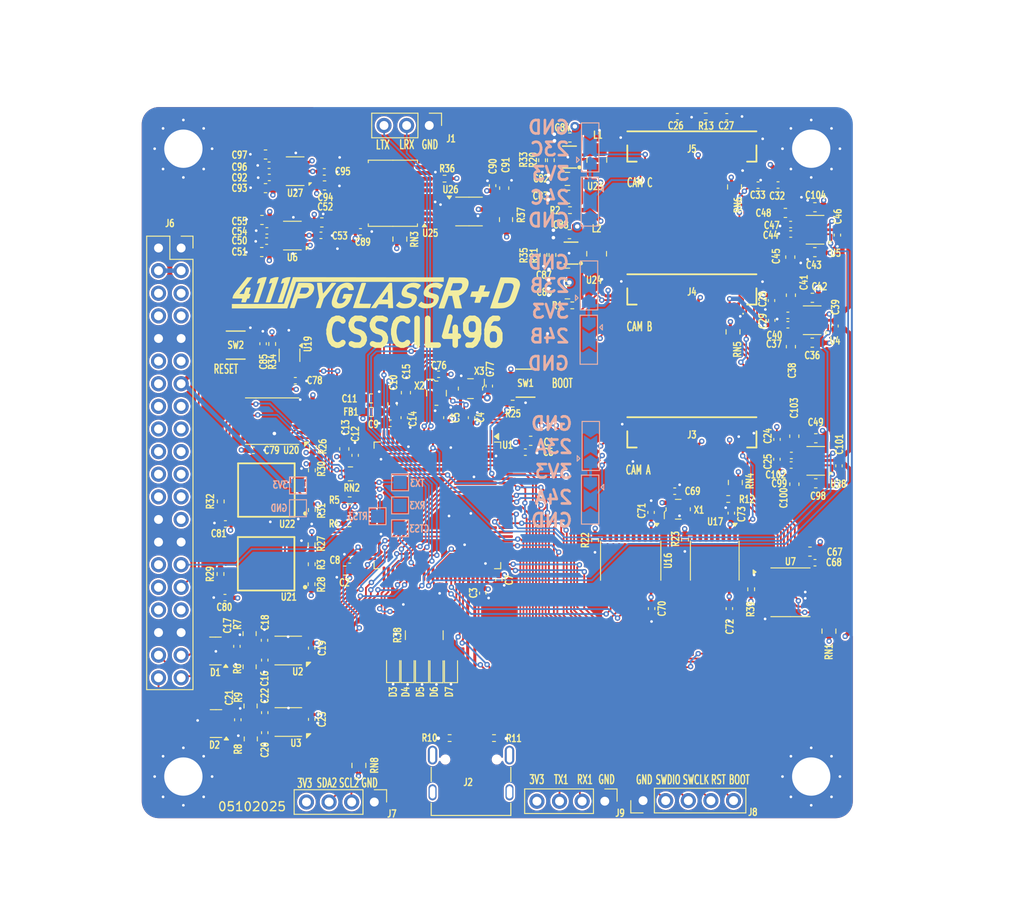
<source format=kicad_pcb>
(kicad_pcb (version 20241229) (generator "pcbnew") (generator_version "9.0")
  (layers (0 "F.Cu" signal) (4 "In1.Cu" power) (6 "In2.Cu" power) (2 "B.Cu" signal) (13 "F.Paste" user) (15 "B.Paste" user) (5 "F.SilkS" user "F.Silkscreen") (7 "B.SilkS" user "B.Silkscreen") (1 "F.Mask" user) (3 "B.Mask" user) (25 "Edge.Cuts" user))
  (net 0 "")
  (net 1 "GND")
  (net 2 "+3V3_STM32_Core")
  (net 3 "Net-(U1-VDDA)")
  (net 4 "Net-(U1-VREF+)")
  (net 5 "/CAN2_H")
  (net 6 "Net-(C17-Pad1)")
  (net 7 "/CAN2_L")
  (net 8 "/Cameras/1V8_A")
  (net 9 "/CAN1_H")
  (net 10 "Net-(C21-Pad1)")
  (net 11 "/CAN1_L")
  (net 12 "/3V3_Cameras")
  (net 13 "/3V3_MRAM")
  (net 14 "/RESET")
  (net 15 "/Cameras/1V8_B")
  (net 16 "/INTERBOARD CONNECTOR/3V3_7")
  (net 17 "/INTERBOARD CONNECTOR/BATT_3")
  (net 18 "/INTERBOARD CONNECTOR/3V3_9")
  (net 19 "/3V3_Flash")
  (net 20 "/INTERBOARD CONNECTOR/3V3_10")
  (net 21 "/INTERBOARD CONNECTOR/3V3_5")
  (net 22 "/INTERBOARD CONNECTOR/3V3_14")
  (net 23 "/INTERBOARD CONNECTOR/3V3_15")
  (net 24 "/INTERBOARD CONNECTOR/BATT_2")
  (net 25 "/INTERBOARD CONNECTOR/3V3_11")
  (net 26 "/INTERBOARD CONNECTOR/3V3_13")
  (net 27 "/PMIC/USB_OTG_FS_DM")
  (net 28 "+BATT")
  (net 29 "/PMIC/USB_OTG_FS_DP")
  (net 31 "Net-(J2-CC2_B)")
  (net 32 "/PMIC/SWDIO")
  (net 33 "/PMIC/SWCLK")
  (net 34 "/PMIC/USART1_RX")
  (net 35 "/PMIC/USART1_TX")
  (net 36 "/PMIC/LPUART_TX")
  (net 37 "/PMIC/LPUART_RX")
  (net 38 "/I2C2_SDA")
  (net 39 "/I2C2_SCK")
  (net 40 "/Cameras/1V8_C")
  (net 41 "Net-(U4-CT1)")
  (net 42 "Net-(U4-CT2)")
  (net 43 "/PMIC/RESET")
  (net 44 "/PMIC/BOOT0")
  (net 45 "Net-(D3-A)")
  (net 48 "/1V8")
  (net 49 "/Cameras/DCMI_00")
  (net 50 "/Cameras/DCMI_02")
  (net 51 "/Cameras/DCMI_03")
  (net 52 "/PMIC/USART3_TX")
  (net 53 "Net-(U5-CT1)")
  (net 54 "/MRAM/SPI_CS")
  (net 55 "/PMIC/EXTI_10")
  (net 56 "/PMIC/OSC32_IN")
  (net 57 "/Cameras/RESET")
  (net 58 "/PMIC/DCMI_10")
  (net 59 "/CAN2_RX")
  (net 60 "/Cameras/DCMI_07")
  (net 61 "/Cameras/DCMI_06")
  (net 62 "/INTERBOARD CONNECTOR/*COMM2_RST")
  (net 63 "/PMIC/DCMI_11")
  (net 64 "/PMIC/USART3_CTS")
  (net 65 "/PMIC/DCMI_08")
  (net 66 "Net-(U7-RESET_N)")
  (net 67 "/PMIC/USART3_RTS")
  (net 68 "/Cameras/DCMI_HSYNC")
  (net 69 "/Cameras/STROBE")
  (net 70 "/CAN1_TX")
  (net 71 "/Cameras/DCMI_04")
  (net 72 "/CAN2_SHDN")
  (net 73 "/PMIC/USART2_TX")
  (net 74 "/CAN1_SHDN")
  (net 75 "/CAN2_STB")
  (net 76 "/CAN1_STB")
  (net 77 "/PMIC/DCMI_09")
  (net 78 "/PMIC/USART2_RX")
  (net 79 "/Cameras/DCMI_VSYNC")
  (net 80 "/PMIC/USART3_RX")
  (net 81 "/Cameras/DCMI_01")
  (net 82 "/PMIC/OSC_HSE_OUT")
  (net 83 "/Cameras/DCMI_05")
  (net 84 "/CAN2_TX")
  (net 85 "/Cameras/PWRDN")
  (net 86 "/INTERBOARD CONNECTOR/*AVI_RST")
  (net 87 "/PMIC/OSC_HSE_IN")
  (net 88 "/Cameras/DCMI_PLXCLK")
  (net 89 "/CAN1_RX")
  (net 90 "/PMIC/OSC_HSE_OE")
  (net 91 "/INTERBOARD CONNECTOR/*COMM1_RST")
  (net 92 "Net-(U5-CT2)")
  (net 93 "/Cameras/XCLK")
  (net 94 "/Cameras/CLK_OE")
  (net 96 "Net-(D4-A)")
  (net 97 "Net-(D5-A)")
  (net 98 "Net-(D6-A)")
  (net 99 "/Aux Power Switch 3V3/VBUS")
  (net 100 "/Cameras/2V8_A")
  (net 101 "Net-(U6-CT1)")
  (net 102 "/Cameras/DCMI_PLXCLK_1V8")
  (net 103 "/Cameras/*RESET_1V8")
  (net 104 "Net-(U6-CT2)")
  (net 105 "/Cameras/2V8_B")
  (net 106 "Net-(U27-CT1)")
  (net 107 "/Cameras/PWRDN_1V8")
  (net 108 "/PMIC/S0")
  (net 109 "Net-(U27-CT2)")
  (net 110 "/Cameras/2V8_C")
  (net 111 "Net-(U28-CT1)")
  (net 112 "/PMIC/S1")
  (net 113 "/Cameras/Camera_A/A_GND")
  (net 114 "/Cameras/Camera_B/A_GND")
  (net 115 "/Cameras/Camera_C/A_GND")
  (net 116 "/Cameras/Camera_A/DCMI_VSYNC")
  (net 117 "/Cameras/Camera_A/DCMI_03")
  (net 118 "Net-(JP4-C)")
  (net 119 "/Cameras/Camera_A/SDA")
  (net 120 "/Cameras/Camera_A/DCMI_07")
  (net 121 "/Cameras/Camera_A/DCMI_08")
  (net 122 "/Cameras/Camera_A/DCMI_09")
  (net 123 "/Cameras/Camera_A/DCMI_05")
  (net 124 "/Cameras/Camera_A/DCMI_04")
  (net 125 "/Cameras/Camera_A/DCMI_06")
  (net 126 "Net-(JP1-C)")
  (net 127 "/Cameras/Camera_A/STROBE")
  (net 128 "/Cameras/Camera_A/SCK")
  (net 129 "/Cameras/Camera_A/DCMI_02")
  (net 130 "/Cameras/Camera_A/DCMI_HSYNC")
  (net 131 "Net-(JP5-C)")
  (net 132 "/Cameras/Camera_B/SDA")
  (net 133 "/Cameras/Camera_B/SCK")
  (net 134 "Net-(JP2-C)")
  (net 135 "/Cameras/Camera_C/SDA")
  (net 136 "Net-(JP3-C)")
  (net 137 "Net-(JP6-C)")
  (net 138 "/Cameras/Camera_C/SCK")
  (net 139 "/INTERBOARD CONNECTOR/BATT_1")
  (net 140 "Net-(U28-CT2)")
  (net 143 "Net-(D7-A)")
  (net 144 "/INTERBOARD CONNECTOR/3V3_1")
  (net 145 "/Flash1/SPI_MISO")
  (net 146 "/Flash1/SPI_CS")
  (net 147 "/Flash1/SPI_CLK")
  (net 148 "/Flash1/SPI_MOSI")
  (net 149 "/Flash2/SPI_CS")
  (net 150 "/ATTN")
  (net 151 "/PMIC/LED1")
  (net 152 "/PMIC/LED2")
  (net 153 "/PMIC/LED3")
  (net 154 "/PMIC/LED4")
  (net 155 "/PMIC/LED5")
  (net 156 "/INTERBOARD CONNECTOR/BATT")
  (net 157 "/INTERBOARD CONNECTOR/*EPS_RST")
  (net 158 "/INTERBOARD CONNECTOR/3V3_12")
  (net 159 "/PMIC/OSC32_OUT")
  (net 161 "/Cameras/Power Regulator 2V8/LX2")
  (net 162 "/INTERBOARD CONNECTOR/3V3_2")
  (net 163 "/INTERBOARD CONNECTOR/3V3_8")
  (net 164 "/INTERBOARD CONNECTOR/3V3_6")
  (net 165 "/Cameras/Power Regulator 2V8/LX1")
  (net 166 "/Cameras/Power Regulator 1V8/LX2")
  (net 167 "/PMIC/SPI1_SCK")
  (net 168 "/PMIC/SPI1_MOSI")
  (net 171 "Net-(J2-CC1_A)")
  (net 176 "/PMIC/USB Connector/VBUS1")
  (net 177 "+3V3_AUX")
  (net 178 "/Cameras/Power Regulator 1V8/LX1")
  (net 179 "/3V3_Imager")
  (net 182 "/Cameras/Power Regulator 2V8/R-")
  (net 183 "/PMIC/USB Connector/VBUS2")
  (net 184 "/PMIC/RESET/RESET")
  (net 185 "/Cameras/Power Regulator 1V8/R-")
  (net 186 "Net-(U21-WP#{slash}IO2)")
  (net 187 "/Power_INT")
  (net 188 "/Aux Power Switch 3V3/RESET")
  (net 189 "/Aux Power Switch 3V3/ENABLE2")
  (net 190 "/Aux Power Switch 3V3/ENABLE3")
  (net 191 "/Aux Power Switch 3V3/ENABLE0")
  (net 192 "/Aux Power Switch 3V3/ENABLE1")
  (net 193 "Net-(U21-HOLD#{slash}IO3)")
  (net 194 "Net-(U22-WP#{slash}IO2)")
  (net 195 "Net-(U22-HOLD#{slash}IO3)")
  (net 196 "/Cameras/ENABLE_1V8")
  (net 197 "/Cameras/ENABLE_B")
  (net 198 "/Cameras/ENABLE_A")
  (net 199 "/Cameras/ENABLE_C")
  (net 200 "/Cameras/ENABLE_2V8")
  (net 203 "/PMIC/EXTI7")
  (net 204 "/PMIC/EXTI9")
  (net 205 "/PMIC/EXTI8")
  (net 206 "/2V8")
  (net 208 "/PMIC/ADC3_IN3")
  (net 209 "/PMIC/ADC3_IN4")
  (net 210 "/PMIC/USART2_CTS")
  (net 211 "/PMIC/USART2_RTS")
  (net 216 "/PMIC/SPI1_MISO")
  (net 217 "/I2C4_SDA")
  (net 218 "/I2C4_SCK")
  (net 219 "/I2C1_SCK")
  (net 220 "/I2C1_SDA")
  (footprint "Capacitor_SMD:C_0805_2012Metric_Pad1.18x1.45mm_HandSolder" (layer "F.Cu") (at 107.875 78.9 180)
    (property "Reference" "C87")
    (property "Value" "47uF")
  )
  (footprint "LED_SMD:LED_0603_1608Metric_Pad1.05x0.95mm_HandSolder" (layer "F.Cu") (at 88.3 123.027499 90)
    (property "Reference" "D3")
    (property "Value" "LED_SMD_RED")
  )
  (footprint "Resistor_SMD:R_0402_1005Metric_Pad0.72x0.64mm_HandSolder" (layer "F.Cu") (at 68.945 104.355 90)
    (property "Reference" "R32")
    (property "Value" "100K")
  )
  (footprint "Resistor_SMD:R_0402_1005Metric_Pad0.72x0.64mm_HandSolder" (layer "F.Cu") (at 79.175 105.325 -90)
    (property "Reference" "R31")
    (property "Value" "100K")
  )
  (footprint "Capacitor_SMD:C_0402_1005Metric_Pad0.74x0.62mm_HandSolder" (layer "F.Cu") (at 69.47 106.88 180)
    (property "Reference" "C81")
    (property "Value" "100nF")
  )
  (footprint "Capacitor_SMD:C_0402_1005Metric_Pad0.74x0.62mm_HandSolder" (layer "F.Cu") (at 74.4 67.975 180)
    (property "Reference" "C92")
    (property "Value" "220pF")
  )
  (footprint "Capacitor_SMD:C_0402_1005Metric_Pad0.74x0.62mm_HandSolder" (layer "F.Cu") (at 138.37 100.36 -90)
    (property "Reference" "C101")
    (property "Value" "100nF")
  )
  (footprint "Capacitor_SMD:C_0603_1608Metric_Pad1.08x0.95mm_HandSolder" (layer "F.Cu") (at 103.75 97.55 180)
    (property "Reference" "C1")
    (property "Value" "10uF")
  )
  (footprint "Capacitor_SMD:C_0402_1005Metric_Pad0.74x0.62mm_HandSolder" (layer "F.Cu") (at 126.06 116.39 -90)
    (property "Reference" "C72")
    (property "Value" "100nF")
  )
  (footprint "Capacitor_SMD:C_0402_1005Metric_Pad0.74x0.62mm_HandSolder" (layer "F.Cu") (at 79.16 120.83 -90)
    (property "Reference" "C19")
    (property "Value" "100nF")
  )
  (footprint "Capacitor_SMD:C_0402_1005Metric_Pad0.74x0.62mm_HandSolder" (layer "F.Cu") (at 77.32 90.8 180)
    (property "Reference" "C78")
    (property "Value" "100nF")
  )
  (footprint "Connector_PinHeader_2.54mm:PinHeader_1x03_P2.54mm_Vertical" (layer "F.Cu") (at 92.36 62.14 -90)
    (property "Reference" "J1")
    (property "Value" "Conn_01x03_Pin Vertical")
  )
  (footprint "Capacitor_SMD:C_0402_1005Metric_Pad0.74x0.62mm_HandSolder" (layer "F.Cu") (at 72.6025 98.6125)
    (property "Reference" "C79")
    (property "Value" "100nF")
  )
  (footprint "Resistor_SMD:R_0805_2012Metric_Pad1.20x1.40mm_HandSolder" (layer "F.Cu") (at 72.32 131.025 90)
    (property "Reference" "R8")
    (property "Value" "60R4")
  )
  (footprint "Resistor_SMD:R_0402_1005Metric_Pad0.72x0.64mm_HandSolder" (layer "F.Cu") (at 106.189901 76.685 90)
    (property "Reference" "R21")
    (property "Value" "237K")
  )
  (footprint "Package_TO_SOT_SMD:SOT-23" (layer "F.Cu") (at 68.4125 129.3 180)
    (property "Reference" "D2")
    (property "Value" "NUP2105LT1G")
  )
  (footprint "Common:EVP602AA" (layer "F.Cu") (at 103.175 91.075)
    (property "Reference" "SW1")
    (property "Value" "EVP-AA602W")
  )
  (footprint "Capacitor_SMD:C_0402_1005Metric_Pad0.74x0.62mm_HandSolder" (layer "F.Cu") (at 129.28 68.84)
    (property "Reference" "C33")
    (property "Value" "100nF")
  )
  (footprint "Package_QFP:LQFP-100_14x14mm_P0.5mm" (layer "F.Cu") (at 93.275 104.8 -90)
    (property "Reference" "U1")
    (property "Value" "STM32L496VGTx")
  )
  (footprint "Capacitor_SMD:C_0402_1005Metric_Pad0.74x0.62mm_HandSolder" (layer "F.Cu") (at 99.1 91.4 90)
    (property "Reference" "C77")
    (property "Value" "100nF")
  )
  (footprint "Common:NetTie-2_SMD_Pad0.3mm" (layer "F.Cu") (at 127.1 82.8 -90)
    (property "Reference" "NT2" (hide yes))
    (property "Value" "NetTie_2" (hide yes))
  )
  (footprint "Common:100519222410EHLF" (layer "F.Cu") (at 121.85 96.875 180)
    (property "Reference" "J3")
    (property "Value" "10051922-2410EHLF" (hide yes))
  )
  (footprint "Resistor_SMD:R_0402_1005Metric_Pad0.72x0.64mm_HandSolder" (layer "F.Cu") (at 123.41 61.14 180)
    (property "Reference" "R13")
    (property "Value" "100K")
  )
  (footprint "Resistor_SMD:R_Array_Convex_2x0402" (layer "F.Cu") (at 137.24 118.92 -90)
    (property "Reference" "RN1")
    (property "Value" "5K6")
  )
  (footprint "Capacitor_SMD:C_0402_1005Metric_Pad0.74x0.62mm_HandSolder" (layer "F.Cu") (at 137.92 84.66 -90)
    (property "Reference" "C39")
    (property "Value" "100nF")
  )
  (footprint "Capacitor_SMD:C_0603_1608Metric_Pad1.08x0.95mm_HandSolder" (layer "F.Cu") (at 132.97 81.2 -90)
    (property "Reference" "C41")
    (property "Value" "10uF")
  )
  (footprint "Capacitor_SMD:C_0805_2012Metric_Pad1.18x1.45mm_HandSolder" (layer "F.Cu") (at 107.875 70.15 180)
    (property "Reference" "C83")
    (property "Value" "47uF")
  )
  (footprint "Oscillator:Oscillator_SMD_ECS_2520MV-xxx-xx-4Pin_2.5x2.0mm" (layer "F.Cu") (at 96.99 91.69 -90)
    (property "Reference" "X3")
    (property "Value" "32.768KHZ")
  )
  (footprint "Capacitor_SMD:C_0402_1005Metric_Pad0.74x0.62mm_HandSolder" (layer "F.Cu") (at 119.925 103.205)
    (property "Reference" "C69")
    (property "Value" "100nF")
  )
  (footprint "Capacitor_SMD:C_0402_1005Metric_Pad0.74x0.62mm_HandSolder" (layer "F.Cu") (at 135.672946 111.23788 180)
    (property "Reference" "C68")
    (property "Value" "100nF")
  )
  (footprint "Capacitor_SMD:C_0402_1005Metric_Pad0.74x0.62mm_HandSolder" (layer "F.Cu") (at 100.175 113.175 -90)
    (property "Reference" "C7")
    (property "Value" "100nF")
  )
  (footprint "Capacitor_SMD:C_0402_1005Metric_Pad0.74x0.62mm_HandSolder" (layer "F.Cu") (at 132.94 73.26)
    (property "Reference" "C47")
    (property "Value" "220pF")
  )
  (footprint "Capacitor_SMD:C_0402_1005Metric_Pad0.74x0.62mm_HandSolder" (layer "F.Cu") (at 131.41 97.39 -90)
    (property "Reference" "C24")
    (property "Value" "100nF")
  )
  (footprint "Capacitor_SMD:C_0402_1005Metric_Pad0.74x0.62mm_HandSolder" (layer "F.Cu") (at 70.8625 128.875 90)
    (property "Reference" "C21")
    (property "Value" "4.7nF")
  )
  (footprint "Resistor_SMD:R_0402_1005Metric_Pad0.72x0.64mm_HandSolder" (layer "F.Cu") (at 68.92 112.505 90)
    (property "Reference" "R29")
    (property "Value" "100K")
  )
  (footprint "Resistor_SMD:R_0402_1005Metric_Pad0.72x0.64mm_HandSolder" (layer "F.Cu") (at 121.08 108.64 -90)
    (property "Reference" "R23")
    (property "Value" "100K")
  )
  (footprint "Connector_PinSocket_2.54mm:PinSocket_2x20_P2.54mm_Vertical" (layer "F.Cu") (at 64.5 75.9)
    (property "Reference" "J6")
    (property "Value" "PC104 Conn_02x20_Odd_Even")
  )
  (footprint "Resistor_SMD:R_0402_1005Metric_Pad0.72x0.64mm_HandSolder" (layer "F.Cu") (at 101.725 93.375)
    (property "Reference" "R25")
    (property "Value" "100K")
  )
  (footprint "Resistor_SMD:R_0402_1005Metric_Pad0.72x0.64mm_HandSolder" (layer "F.Cu") (at 79.3 98.27 90)
    (property "Reference" "R26")
    (property "Value" "100K")
  )
  (footprint "Package_DFN_QFN:DFN-8-1EP_6x5mm_P1.27mm_EP2x2mm" (layer "F.Cu") (at 74.72 95.34 180)
    (property "Reference" "U20")
    (property "Value" "MR25H10")
  )
  (footprint "Capacitor_SMD:C_0402_1005Metric_Pad0.74x0.62mm_HandSolder" (layer "F.Cu") (at 73.7 86.65 90)
    (property "Reference" "C85")
    (property "Value" "100nF")
  )
  (footprint "Capacitor_SMD:C_0402_1005Metric_Pad0.74x0.62mm_HandSolder" (layer "F.Cu") (at 80.2 74.475)
    (property "Reference" "C53")
    (property "Value" "100nF")
  )
  (footprint "Capacitor_SMD:C_0603_1608Metric_Pad1.08x0.95mm_HandSolder" (layer "F.Cu") (at 135.38 81.49 180)
    (property "Reference" "C42")
    (property "Value" "22uF")
  )
  (footprint "Capacitor_SMD:C_0402_1005Metric_Pad0.74x0.62mm_HandSolder" (layer "F.Cu") (at 74.1 75.125 180)
    (property "Reference" "C50")
    (property "Value" "220pF")
  )
  (footprint "Oscillator:Oscillator_SMD_ECS_2520MV-xxx-xx-4Pin_2.5x2.0mm" (layer "F.Cu") (at 93.17 92.2)
    (property "Reference" "X2")
    (property "Value" "10MHz")
  )
  (footprint "Resistor_SMD:R_0402_1005Metric_Pad0.72x0.64mm_HandSolder" (layer "F.Cu") (at 83.42 104.23)
    (property "Reference" "R5")
    (property "Value" "330K")
  )
  (footprint "Capacitor_SMD:C_0402_1005Metric_Pad0.74x0.62mm_HandSolder" (layer "F.Cu") (at 73.8875 128.075 -90)
    (property "Reference" "C22")
    (property "Value" "100pF")
  )
  (footprint "Capacitor_SMD:C_0402_1005Metric_Pad0.74x0.62mm_HandSolder" (layer "F.Cu") (at 84.04 99.18 -90)
    (property "Reference" "C12")
    (property "Value" "100nF")
  )
  (footprint "Resistor_SMD:R_Array_Convex_2x0402" (layer "F.Cu") (at 126.64 69.04 90)
    (property "Reference" "RN6")
    (property "Value" "5K6")
  )
  (footprint "Resistor_SMD:R_0402_1005Metric_Pad0.72x0.64mm_HandSolder" (layer "F.Cu") (at 83.4 106.81)
    (property "Reference" "R4")
    (property "Value" "100K")
  )
  (footprint "Common:MountingHole_4.3mm_M4_Pad_Via_Custom" (layer "F.Cu") (at 64.75 64.75)
    (property "Reference" "H4" (hide yes))
    (property "Value" "MountingHole_Pad")
  )
  (footprint "Capacitor_SMD:C_0603_1608Metric_Pad1.08x0.95mm_HandSolder" (layer "F.Cu") (at 82.87 112.12)
    (property "Reference" "C2")
    (property "Value" "10uF")
  )
  (footprint "Resistor_SMD:R_Array_Convex_2x0402" (layer "F.Cu") (at 126.73 102.23 90)
    (property "Reference" "RN4")
    (property "Value" "5K6")
  )
  (footprint "Capacitor_SMD:C_0603_1608Metric_Pad1.08x0.95mm_HandSolder" (layer "F.Cu") (at 133.36 102.42 -90)
    (property "Reference" "C100")
    (property "Value" "10uF")
  )
  (footprint "Package_SO:TSSOP-16_4.4x5mm_P0.65mm" (layer "F.Cu") (at 124.42 111 -90)
    (property "Reference" "U17")
    (property "Value" "TXB0106PWR")
  )
  (footprint "Capacitor_SMD:C_0603_1608Metric_Pad1.08x0.95mm_HandSolder" (layer "F.Cu") (at 82.82 98.46 -90)
    (property "Reference" "C13")
    (property "Value" "10uF")
  )
  (footprint "Capacitor_SMD:C_0603_1608Metric_Pad1.08x0.95mm_HandSolder" (layer "F.Cu") (at 73.975 69.175 180)
    (property "Reference" "C93")
    (property "Value" "10uF")
  )
  (footprint "Resistor_SMD:R_0402_1005Metric_Pad0.72x0.64mm_HandSolder" (layer "F.Cu") (at 94.65 130.93)
    (property "Reference" "R10")
    (property "Value" "5K1")
  )
  (footprint "Capacitor_SMD:C_0402_1005Metric_Pad0.74x0.62mm_HandSolder" (layer "F.Cu") (at 83.425 110.925 180)
    (property "Reference" "C8")
    (property "Value" "100nF")
  )
  (footprint "Common:TPS631000DRLR_TEX" (layer "F.Cu") (at 108.2799 76.469999 180)
    (property "Reference" "U24")
    (property "Value" "TPS631000DRLR")
  )
  (footprint "Capacitor_SMD:C_0402_1005Metric_Pad0.74x0.62mm_HandSolder" (layer "F.Cu") (at 87.975 95.575 180)
    (property "Reference" "C9")
    (property "Value" "100nF")
  )
  (footprint "Capacitor_SMD:C_0603_1608Metric_Pad1.08x0.95mm_HandSolder" (layer "F.Cu") (at 135.66 76.36 180)
    (property "Reference" "C43")
    (property "Value" "22uF")
  )
  (footprint "Resistor_SMD:R_0402_1005Metric_Pad0.72x0.64mm_HandSolder" (layer "F.Cu") (at 128.51 114.22 90)
    (property "Reference" "R39")
    (property "Value" "100K")
  )
  (footprint "Capacitor_SMD:C_0402_1005Metric_Pad0.74x0.62mm_HandSolder" (layer "F.Cu") (at 131.4 99.62 90)
    (property "Reference" "C25")
    (property "Value" "100nF")
  )
  (footprint "Inductor_SMD:L_1008_2520Metric_Pad1.43x2.20mm_HandSolder" (layer "F.Cu") (at 111.1549 76.544999 90)
    (property "Reference" "L2")
    (property "Value" "1uH")
  )
  (footprint "Common:MountingHole_4.3mm_M4_Pad_Via_Custom" (layer "F.Cu") (at 135.25 135.25)
    (property "Reference" "H1" (hide yes))
    (property "Value" "MountingHole_Pad")
  )
  (footprint "Capacitor_SMD:C_0402_1005Metric_Pad0.74x0.62mm_HandSolder" (layer "F.Cu") (at 126.28 105.67 90)
    (property "Reference" "C73")
    (property "Value" "100nF")
  )
  (footprint "Resistor_SMD:R_Array_Convex_8x0602" (layer "F.Cu") (at 91.8 119.375 90)
    (property "Reference" "R38")
    (property "Value" "1K")
  )
  (footprint "Project:SON127P800X600X65-8N" (layer "F.Cu") (at 74.07 103.08 180)
    (property "Reference" "U22")
    (property "Value" "MT29F4G01ABAFDWB-IT:F TR" (hide yes))
  )
  (footprint "Capacitor_SMD:C_0603_1608Metric_Pad1.08x0.95mm_HandSolder" (layer "F.Cu") (at 135.76 102.32 180)
    (property "Reference" "C98")
    (property "Value" "22uF")
  )
  (footprint "Capacitor_SMD:C_0402_1005Metric_Pad0.74x0.62mm_HandSolder" (layer "F.Cu") (at 132.63 83.46)
    (property "Reference" "C40")
    (property "Value" "220pF")
  )
  (footprint "Resistor_SMD:R_0805_2012Metric_Pad1.20x1.40mm_HandSolder" (layer "F.Cu") (at 100.98 72.71 90)
    (property "Reference" "R37")
    (property "Value" "10m")
  )
  (footprint "Resistor_SMD:R_Array_Convex_2x0402" (layer "F.Cu") (at 84.46 134 -90)
    (property "Reference" "RN8")
    (property "Value" "5K6")
  )
  (footprint "Capacitor_SMD:C_0402_1005Metric_Pad0.74x0.62mm_HandSolder" (layer "F.Cu") (at 69.42 115.155 180)
    (property "Reference" "C80")
    (property "Value" "100nF")
  )
  (footprint "Capacitor_SMD:C_0603_1608Metric_Pad1.08x0.95mm_HandSolder" (layer "F.Cu") (at 135.77 97.26 180)
    (property "Reference" "C49")
    (property "Value" "22uF")
  )
  (footprint "Capacitor_SMD:C_0805_2012Metric_Pad1.18x1.45mm_HandSolder" (layer "F.Cu") (at 107.875 68.139773 180)
    (property "Reference" "C82")
    (property "Value" "47uF")
  )
  (footprint "Capacitor_SMD:C_0402_1005Metric_Pad0.74x0.62mm_HandSolder" (layer "F.Cu") (at 98.37 114.66 -90)
    (property "Reference" "C3")
    (property "Value" "100nF")
  )
  (footprint "Capacitor_SMD:C_0603_1608Metric_Pad1.08x0.95mm_HandSolder" (layer "F.Cu") (at 100.775 69.175 90)
    (property "Reference" "C91")
    (property "Value" "10uF")
  )
  (footprint "Package_SON:WSON-10-1EP_2x3mm_P0.5mm_EP0.84x2.4mm" (layer "F.Cu") (at 135.3575 84.01 180)
    (property "Reference" "U4")
    (property "Value" "TPS22968QDMGRQ1")
  )
  (footprint "Package_SON:WSON-10-1EP_2x3mm_P0.5mm_EP0.84x2.4mm" (layer "F.Cu") (at 135.76 99.8 180)
    (property "Reference" "U28")
    (property "Value" "TPS22968QDMGRQ1")
  )
  (footprint "Capacitor_SMD:C_0603_1608Metric_Pad1.08x0.95mm_HandSolder" (layer "F.Cu") (at 80.6 68.875)
    (property "Reference" "C94")
    (property "Value" "22uF")
  )
  (footprint "Oscillator:Oscillator_SMD_ECS_2520MV-xxx-xx-4Pin_2.5x2.0mm" (layer "F.Cu") (at 120.315 105.235 90)
    (property "Reference" "X1")
    (property "Value" "24MHz")
  )
  (footprint "Resistor_SMD:R_0805_2012Metric_Pad1.20x1.40mm_HandSolder" (layer "F.Cu") (at 72.1875 119.2 90)
    (property "Reference" "R7")
    (property "Value" "60R4")
  )
  (footprint "Common:4111spyglassrnd40" (layer "F.Cu") (at 86.957333 84.68559)
    (property "Reference" "G***" (hide yes))
    (property "Value" "LOGO" (hide yes))
  )
  (footprint "Capacitor_SMD:C_0603_1608Metric_Pad1.08x0.95mm_HandSolder" (layer "F.Cu") (at 135.37 86.53 180)
    (property "Reference" "C36")
    (property "Value" "22uF")
  )
  (footprint "Resistor_SMD:R_Array_Convex_2x0402" (layer "F.Cu") (at 126.47 85.32 90)
    (property "Reference" "RN5")
    (property "Value" "5K6")
  )
  (footprint "Common:SSOP-20_5.3x7.2mm_P0.65mm" (layer "F.Cu") (at 88.275 69.75 180)
    (property "Reference" "U25")
    (property "Value" "MCP23008T-E/SS")
  )
  (footprint "Resistor_SMD:R_0402_1005Metric_Pad0.72x0.64mm_HandSolder" (layer "F.Cu") (at 79.14 113.65 90)
    (property "Reference" "R28")
    (property "Value" "100K")
  )
  (footprint "Resistor_SMD:R_Array_Convex_2x0402" (layer "F.Cu") (at 83.51 101.26)
    (property "Reference" "RN2")
    (property "Value" "22R")
  )
  (footprint "Capacitor_SMD:C_0603_1608Metric_Pad1.08x0.95mm_HandSolder" (layer "F.Cu") (at 135.67 71.32 180)
    (property "Reference" "C104")
    (property "Value" "22uF")
  )
  (footprint "Package_SON:VSON-8-1EP_3x3mm_P0.65mm_EP1.65x2.4mm" (layer "F.Cu") (at 76.525 121.1 180)
    (property "Reference" "U2")
    (property "Value" "TCAN3414")
  )
  (footprint "Resistor_SMD:R_0402_1005Metric_Pad0.72x0.64mm_HandSolder" (layer "F.Cu") (at 108.16 71.65)
    (property "Reference" "R2")
    (property "Value" "10K")
  )
  (footprint "Capacitor_SMD:C_0402_1005Metric_Pad0.74x0.62mm_HandSolder" (layer "F.Cu") (at 130.8175 84.025 90)
    (property "Reference" "C29")
    (property "Value" "100nF")
  )
  (footprint "Capacitor_SMD:C_0603_1608Metric_Pad1.08x0.95mm_HandSolder" (layer "F.Cu") (at 73.55 76.35 180)
    (property "Reference" "C51")
    (property "Value" "10uF")
  )
  (footprint "Capacitor_SMD:C_0402_1005Metric_Pad0.74x0.62mm_HandSolder" (layer "F.Cu") (at 120.22 61.15)
    (property "Reference" "C26")
    (property "Value" "22pF")
  )
  (footprint "Capacitor_SMD:C_0603_1608Metric_Pad1.08x0.95mm_HandSolder" (layer "F.Cu") (at 132.9 76.92 -90)
    (property "Reference" "C45")
    (property "Value" "10uF")
  )
  (footprint "Capacitor_SMD:C_0402_1005Metric_Pad0.74x0.62mm_HandSolder" (layer "F.Cu") (at 73.8875 122.175 -90)
    (property "Reference" "C16")
    (property "Value" "100pF")
  )
  (footprint "Capacitor_SMD:C_0603_1608Metric_Pad1.08x0.95mm_HandSolder" (layer "F.Cu") (at 132.35 71.96)
    (property "Reference" "C48")
    (property "Value" "10uF")
  )
  (footprint "Package_SO:VSSOP-10_3x3mm_P0.5mm" (layer "F.Cu") (at 96.825 71.8)
    (property "Reference" "U26")
    (property "Value" "INA226AIDGSR")
  )
  (footprint "Resistor_SMD:R_0402_1005Metric_Pad0.72x0.64mm_HandSolder" (layer "F.Cu") (at 79.18 100.86 -90)
    (property "Reference" "R30")
    (property "Value" "100K")
  )
  (footprint "Capacitor_SMD:C_0805_2012Metric_Pad1.18x1.45mm_HandSolder" (layer "F.Cu") (at 107.875 80.875 180)
    (property "Reference" "C86")
    (property "Value" "47uF")
  )
  (footprint "Common:MountingHole_4.3mm_M4_Pad_Via_Custom" (layer "F.Cu") (at 64.75 135.25)
    (property "Reference" "H2" (hide yes))
    (property "Value" "MountingHole_Pad")
  )
  (footprint "Connector_PinHeader_2.54mm:PinHeader_1x04_P2.54mm_Vertical" (layer "F.Cu") (at 86.19 138.11 -90)
    (property "Reference" "J7")
    (property "Value" "Conn_01x04_Pin Vertical")
  )
  (footprint "Resistor_SMD:R_0402_1005Metric_Pad0.72x0.64mm_HandSolder" (layer "F.Cu") (at 105.031201 66.039773 -90)
    (property "Reference" "R33")
    (property "Value" "91K")
  )
  (footprint "Common:EVP602AA" (layer "F.Cu") (at 70.625 86.8)
    (property "Reference" "SW2")
    (property "Value" "EVP-AA602W")
  )
  (footprint "Capacitor_SMD:C_0402_1005Metric_Pad0.74x0.62mm_HandSolder" (layer "F.Cu") (at 94.34 94.95 90)
    (property "Reference" "C5")
    (property "Value" "100nF")
  )
  (footprint "LED_SMD:LED_0603_1608Metric_Pad1.05x0.95mm_HandSolder" (layer "F.Cu") (at 91.55 123.038749 90)
    (property "Reference" "D5")
    (property "Value" "LED_SMD_YELLOW")
  )
  (footprint "Capacitor_SMD:C_0402_1005Metric_Pad0.74x0.62mm_HandSolder" (layer "F.Cu") (at 73.8625 119.95 -90)
    (property "Reference" "C18")
    (property "Value" "100pF")
  )
  (footprint "Connector_PinHeader_2.54mm:PinHeader_1x05_P2.54mm_Vertical" (layer "F.Cu") (at 116.37 137.95 90)
    (property "Reference" "J8")
    (property "Value" "Conn_01x05_Pin Vertical")
  )
  (footprint "Capacitor_SMD:C_0402_1005Metric_Pad0.74x0.62mm_HandSolder" (layer "F.Cu") (at 117.33 116.39 -90)
    (property "Reference" "C70")
    (property "Value" "100nF")
  )
  (footprint "Capacitor_SMD:C_0603_1608Metric_Pad1.08x0.95mm_HandSolder" (layer "F.Cu") (at 132.97 86.98 -90)
    (property "Reference" "C38")
    (property "Value" "10uF")
  )
  (footprint "Capacitor_SMD:C_0603_1608Metric_Pad1.08x0.95mm_HandSolder" (layer "F.Cu") (at 133.35 97.03 -90)
    (property "Reference" "C103")
    (property "Value" "10uF")
  )
  (footprint "Capacitor_SMD:C_0603_1608Metric_Pad1.08x0.95mm_HandSolder" (layer "F.Cu") (at 89.7394 92.143661 -90)
    (property "Reference" "C15")
    (property "Value" "10uF")
  )
  (footprint "Capacitor_SMD:C_0402_1005Metric_Pad0.74x0.62mm_HandSolder" (layer "F.Cu") (at 93.41 90.08 180)
    (property "Reference" "C76")
    (property "Value" "100nF")
  )
  (footprint "Resistor_SMD:R_0402_1005Metric_Pad0.72x0.64mm_HandSolder" (layer "F.Cu") (at 110.98 108.71 -90)
    (property "Reference" "R22")
    (property "Value" "100K")
  )
  (footprint "Capacitor_SMD:C_0603_1608Metric_Pad1.08x0.95mm_HandSolder" (layer "F.Cu") (at 85.8375 92.7875)
    (property "Reference" "C11")
    (property "Value" "10uF")
  )
  (footprint "Package_SON:WSON-10-1EP_2x3mm_P0.5mm_EP0.84x2.4mm" (layer "F.Cu") (at 135.68 73.85 180)
    (property "Reference" "U5")
    (property "Value" "TPS22968QDMGRQ1")
  )
  (footprint "Resistor_SMD:R_0402_1005Metric_Pad0.72x0.64mm_HandSolder" (layer "F.Cu") (at 79.15 109.17 -90)
    (property "Reference" "R27")
    (property "Value" "100K")
  )
  (footprint "Capacitor_SMD:C_0402_1005Metric_Pad0.74x0.62mm_HandSolder" (layer "F.Cu") (at 130.7925 81.8 -90)
    (property "Reference" "C28")
    (property "Value" "100nF")
  )
  (footprint "Resistor_SMD:R_0402_1005Metric_Pad0.72x0.64mm_HandSolder" (layer "F.Cu") (at 99.63 130.93 180)
    (property "Reference" "R11")
    (property "Value" "5K1")
  )
  (footprint "Common:NetTie-2_SMD_Pad0.3mm" (layer "F.Cu") (at 127.09 66.78 -90)
    (property "Reference" "NT3" (hide yes))
    (property "Value" "NetTie_2" (hide yes))
  )
  (footprint "Common:TPS631000DRLR_TEX" (layer "F.Cu") (at 108.103601 65.689773 180)
    (property "Reference" "U23")
    (property "Value" "TPS631000DRLR")
  )
  (footprint "Capacitor_SMD:C_0402_1005Metric_Pad0.74x0.62mm_HandSolder" (layer "F.Cu") (at 138.19 74.45 -90)
    (property "Reference" "C46")
    (property "Value" "100nF")
  )
  (footprint "Capacitor_SMD:C_0402_1005Metric_Pad0.74x0.62mm_HandSolder" (layer "F.Cu") (at 79.16 128.83 -90)
    (property "Reference" "C23")
    (property "Value" "100nF")
  )
  (footprint "Resistor_SMD:R_0402_1005Metric_Pad0.72x0.64mm_HandSolder" (layer "F.Cu") (at 125.93 104.08 180)
    (property "Reference" "R12")
    (property "Value" "100K")
  )
  (footprint "Capacitor_SMD:C_0402_1005Metric_Pad0.74x0.62mm_HandSolder" (layer "F.Cu") (at 74.125 73.975)
    (property "Reference" "C54")
    (property "Value" "220pF")
  )
  (footprint "Inductor_SMD:L_0603_1608Metric_Pad1.05x0.95mm_HandSolder" (layer "F.Cu") (at 85.8375 94.3125)
    (property "Reference" "FB1")
    (property "Value" "120R")
  )
  (footprint "Capacitor_SMD:C_0402_1005Metric_Pad0.74x0.62mm_HandSolder" (layer "F.Cu") (at 117.27 105.59 90)
    (property "Reference" "C71")
    (property "Value" "100nF")
  )
  (footprint "Common:MountingHole_4.3mm_M4_Pad_Via_Custom" (layer "F.Cu") (at 135.25 64.75)
    (property "Reference" "H3" (hide yes))
    (property "Value" "MountingHole_Pad")
  )
  (footprint "Common:100519222410EHLF" (layer "F.Cu") (at 121.85 64.775 180)
    (property "Reference" "J5")
    (property "Value" "10051922-2410EHLF" (hide yes))
  )
  (footprint "Capacitor_SMD:C_0603_1608Metric_Pad1.08x0.95mm_HandSolder" (layer "F.Cu") (at 80.3 73.025)
    (property "Reference" "C52")
    (property "Value" "22uF")
  )
  (footprint "Capacitor_SMD:C_0402_1005Metric_Pad0.74x0.62mm_HandSolder" (layer "F.Cu") (at 133.02 99.19)
    (property "Reference" "C102")
    (property "Value" "220pF")
  )
  (footprint "Package_SON:WSON-10-1EP_2x3mm_P0.5mm_EP0.84x2.4mm" (layer "F.Cu") (at 76.99 74.505 180)
    (property "Reference" "U6")
    (property "Value" "TPS22968QDMGRQ1")
  )
  (footprint "Package_TO_SOT_SMD:SOT-23" (layer "F.Cu") (at 68.35 121.15 180)
    (property "Reference" "D1")
    (property "Value" "NUP2105LT1G")
  )
  (footprint "Capacitor_SMD:C_0402_1005Metric_Pad0.74x0.62mm_HandSolder" (layer "F.Cu") (at 133 100.27 180)
    (property "Reference" "C99")
    (property "Value" "220pF")
  )
  (footprint "Capacitor_SMD:C_0402_1005Metric_Pad0.74x0.62mm_HandSolder" (layer "F.Cu") (at 132.63 84.52 180)
    (property "Reference" "C37")
    (property "Value" "220pF")
  )
  (footprint "LED_SMD:LED_0603_1608Metric_Pad1.05x0.95mm_HandSolder" (layer "F.Cu") (at 94.8 123.044374 90)
    (property "Reference" "D7")
    (property "Value" "LED_SMD_YELLOW")
  )
  (footprint "Connector_PinHeader_2.54mm:PinHeader_1x04_P2.54mm_Vertical" (layer "F.Cu") (at 112.07 138.02 -90)
    (property "Reference" "J9")
    (property "Value" "Conn_01x04_Pin Vertical")
  )
  (footprint "Inductor_SMD:L_1008_2520Metric_Pad1.43x2.20mm_HandSolder" (layer "F.Cu") (at 111.178601 66.014773 90)
    (property "Reference" "L1")
    (property "Value" "1uH")
  )
  (footprint "Capacitor_SMD:C_0402_1005Metric_Pad0.74x0.62mm_HandSolder" (layer "F.Cu") (at 70.7625 120.625 90)
    (property "Reference" "C17")
    (property "Value" "4.7nF")
  )
  (footprint "Capacitor_SMD:C_0402_1005Metric_Pad0.74x0.62mm_HandSolder" (layer "F.Cu") (at 74.375 66.6)
    (property "Reference" "C96")
    (property "Value" "220pF")
  )
  (footprint "LED_SMD:LED_0603_1608Metric_Pad1.05x0.95mm_HandSolder" (layer "F.Cu") (at 93.175 123.05 90)
    (property "Reference" "D6")
    (property "Value" "LED_SMD_YELLOW")
  )
  (footprint "LED_SMD:LED_0603_1608Metric_Pad1.05x0.95mm_HandSolder" (layer "F.Cu") (at 89.925 123.033124 90)
    (property "Reference" "D4")
    (property "Value" "LED_SMD_GREEN")
  )
  (footprint "Capacitor_SMD:C_0402_1005Metric_Pad0.74x0.62mm_HandSolder" (layer "F.Cu") (at 125.77 61.16)
    (property "Reference" "C27")
    (property "Value" "100nF")
  )
  (footprint "Common:100519222410EHLF" (layer "F.Cu") (at 121.85 80.825 180)
    (property "Reference" "J4")
    (property "Value" "10051922-2410EHLF" (hide yes))
  )
  (footprint "Package_TO_SOT_SMD:SOT-363_SC-70-6_Handsoldering" (layer "F.Cu") (at 76.671014 87.939628 -90)
    (property "Reference" "U19")
    (property "Value" "74LVC2G07")
  )
  (footprint "Package_SO:TSSOP-16_4.4x5mm_P0.65mm" (layer "F.Cu") (at 132.921 114.559001)
    (property "Reference" "U7")
    (property "Value" "TCA9546APWR")
  )
  (footprint "Capacitor_SMD:C_0603_1608Metric_Pad1.08x0.95mm_HandSolder" (layer "F.Cu") (at 73.575 72.75)
    (property "Reference" "C55")
    (property "Value" "10uF")
  )
  (footprint "Package_SO:TSSOP-20_4.4x6.5mm_P0.65mm" (layer "F.Cu") (at 114.98 111.01 -90)
    (property "Reference" "U16")
    (property "Value" "TXB0108PWR")
  )
  (footprint "Resistor_SMD:R_0805_2012Metric_Pad1.20x1.40mm_HandSolder" (layer "F.Cu") (at 72.1875 122.925 90)
    (property "Reference" "R6")
    (property "Value" "60R4")
  )
  (footprint "Capacitor_SMD:C_0402_1005Metric_Pad0.74x0.62mm_HandSolder" (layer "F.Cu") (at 84.635 74.08)
    (property "Reference" "C89")
    (property "Value" "100nF")
  )
  (footprint "Resistor_SMD:R_0402_1005Metric_Pad0.72x0.64mm_HandSolder" (layer "F.Cu") (at 94.08 68.11 180)
    (property "Reference" "R36")
    (property "Value" "100K")
  )
  (footprint "Capacitor_SMD:C_0603_1608Metric_Pad1.08x0.95mm_HandSolder" (layer "F.Cu") (at 108.1049 74.344999 180)
    (property "Reference" "C88")
    (property "Value" "22uF")
  )
  (footprint "Capacitor_SMD:C_0603_1608Metric_Pad1.08x0.95mm_HandSolder" (layer "F.Cu") (at 135.111 109.989001 180)
    (property "Reference" "C67")
    (property "Value" "10uF")
  )
  (footprint "Common:NetTie-2_SMD_Pad0.3mm" (layer "F.Cu") (at 127.1 97.88 90)
    (property "Reference" "NT1" (hide yes))
    (property "Value" "NetTie_2" (hide yes))
  )
  (footprint "Resistor_SMD:R_0402_1005Metric_Pad0.72x0.64mm_HandSolder" (layer "F.Cu") (at 79.16 111.41 -90)
    (property "Reference" "R3")
    (property "Value" "22R")
  )
  (footprint "Capacitor_SMD:C_0402_1005Metric_Pad0.74x0.62mm_HandSolder" (layer "F.Cu") (at 103.15 98.825)
    (property "Reference" "C6")
    (property "Value" "100nF")
  )
  (footprint "Resistor_SMD:R_0402_1005Metric_Pad0.72x0.64mm_HandSolder" (layer "F.Cu") (at 106.009901 66.039773 90)
    (property "Reference" "R20")
    (property "Value" "422K")
  )
  (footprint "Package_SON:WSON-10-1EP_2x3mm_P0.5mm_EP0.84x2.4mm" (layer "F.Cu") (at 77.3 67.275 180)
    (property "Reference" "U27")
    (property "Value" "TPS22968QDMGRQ1")
  )
  (footprint "Resistor_SMD:R_0402_1005Metric_Pad0.72x0.64mm_HandSolder" (layer "F.Cu") (at 105.189901 76.675 -90)
    (property "Reference" "R35")
    (property "Value" "91K")
  )
  (footprint "Capacitor_SMD:C_0402_1005Metric_Pad0.74x0.62mm_HandSolder" (layer "F.Cu") (at 89.55 94.95 -90)
    (property "Reference" "C14")
    (property "Value" "100nF")
  )
  (footprint "Resistor_SMD:R_Array_Convex_2x0402" (layer "F.Cu") (at 89.06 74.9 -90)
    (property "Reference" "RN3")
    (property "Value" "5K6")
  )
  (footprint "Common:AMPHENOL_10155435-00011LF" (layer "F.Cu") (at 97.05 137.02)
    (property "Reference" "J2")
    (property "Value" "10155435-00011LF")
  )
  (footprint "Capacitor_SMD:C_0603_1608Metric_Pad1.08x0.95mm_HandSolder" (layer "F.Cu") (at 73.975 65.4)
    (property "Reference" "C97")
    (property "Value" "10uF")
  )
  (footprint "Capacitor_SMD:C_0402_1005Metric_Pad0.74x0.62mm_HandSolder" (layer "F.Cu") (at 73.8875 130.325 -90)
    (property "Reference" "C20")
    (property "Value" "100pF")
  )
  (footprint "Capacitor_SMD:C_0402_1005Metric_Pad0.74x0.62mm_HandSolder" (layer "F.Cu") (at 80.575 67.35)
    (property "Reference" "C95")
    (property "Value" "100nF")
  )
  (footprint "Capacitor_SMD:C_0603_1608Metric_Pad1.08x0.95mm_HandSolder" (layer "F.Cu") (at 108.153601 63.489773 180)
    (property "Reference" "C84")
    (property "Value" "22uF")
  )
  (footprint "Capacitor_SMD:C_0402_1005Metric_Pad0.74x0.62mm_HandSolder" (layer "F.Cu") (at 99.475 68.9 90)
    (property "Reference" "C90")
    (property "Value" "100nF")
  )
  (footprint "Capacitor_SMD:C_0402_1005Metric_Pad0.74x0.62mm_HandSolder" (layer "F.Cu") (at 132.95 74.33 180)
    (property "Reference" "C44")
    (property "Value" "220pF")
  )
  (footprint "Resistor_SMD:R_0402_1005Metric_Pad0.72x0.64mm_HandSolder" (layer "F.Cu") (at 74.725 86.675 -90)
    (property "Reference" "R34")
    (property "Value" "100K")
  )
  (footprint "Capacitor_SMD:C_0402_1005Metric_Pad0.74x0.62mm_HandSolder" (layer "F.Cu") (at 131.525 68.825 180)
    (property "Reference" "C32")
    (property "Value" "100nF")
  )
  (footprint "Capacitor_SMD:C_0402_1005Metric_Pad0.74x0.62mm_HandSolder" (layer "F.Cu") (at 97.11 94.95 90)
    (property "Reference" "C4")
    (property "Value" "100nF")
  )
  (footprint "Project:SON127P800X600X65-8N" (layer "F.Cu") (at 74.045 111.355 180)
    (property "Reference" "U21")
    (property "Value" "MT29F4G01ABAFDWB-IT:F TR" (hide yes))
  )
  (footprint "Resistor_SMD:R_0805_2012Metric_Pad1.20x1.40mm_HandSolder" (layer "F.Cu") (at 72.295 127.325 90)
    (property "Reference" "R9")
    (property "Value" "60R4")
  )
  (footprint "Resistor_SMD:R_0402_1005Metric_Pad0.72x0.64mm_HandSolder" (layer "F.Cu") (at 108.42 82.34)
    (property "Reference" "R1")
    (property "Value" "10K")
  )
  (footprint "Package_SON:VSON-8-1EP_3x3mm_P0.65mm_EP1.65x2.4mm" (layer "F.Cu") (at 76.5375 129.125 180)
    (property "Reference" "U3")
    (property "Value" "TCAN3414")
  )
  (footprint "Capacitor_SMD:C_0603_1608Metric_Pad1.08x0.95mm_HandSolder" (layer "F.Cu") (at 88.23 93.4125 90)
    (property "Reference" "C10")
    (property "Value" "10uF")
  )
  (footprint "Jumper:SolderJumper-3_P2.0mm_Open_TrianglePad1.0x1.5mm" (layer "B.Cu") (at 110.3 86.2 -90)
    (property "Reference" "JP4" (hide yes))
    (property "Value" "SolderJumper_3_Open")
  )
  (footprint "TestPoint:TestPoint_Pad_1.5x1.5mm" (layer "B.Cu") (at 77.62 102.56)
    (property "Reference" "TP5")
    (property "Value" "3V3AUX")
  )
  (footprint "Jumper:SolderJumper-3_P2.0mm_Open_TrianglePad1.0x1.5mm" (layer "B.Cu") (at 110.275 80.1 90)
    (property "Reference" "JP3" (hide yes))
    (property "Value" "SolderJumper_3_Open")
  )
  (footprint "Jumper:SolderJumper-3_P2.0mm_Open_TrianglePad1.0x1.5mm" (layer "B.Cu") (at 110.415 70.69 -90)
    (property "Reference" "JP6" (hide yes))
    (property "Value" "SolderJumper_3_Open")
  )
  (footprint "Jumper:SolderJumper-3_P2.0mm_Open_TrianglePad1.0x1.5mm" (layer "B.Cu") (at 110.4075 64.6 90)
    (property "Reference" "JP5" (hide yes))
    (property "Value" "SolderJumper_3_Open")
  )
  (footprint "Jumper:SolderJumper-3_P2.0mm_Open_TrianglePad1.0x1.5mm" (layer "B.Cu") (at 110.45 104.15 -90)
    (property "Reference" "JP2" (hide yes))
    (property "Value" "SolderJumper_3_Open")
  )
  (footprint "TestPoint:TestPoint_Pad_1.5x1.5mm" (layer "B.Cu") (at 89.08 104.8 180)
    (property "Reference" "TP2" (hide yes))
    (property "Value" "RX3" (hide yes))
  )
  (footprint "TestPoint:TestPoint_Pad_1.5x1.5mm" (layer "B.Cu") (at 89.08 102.21 180)
    (property "Reference" "TP1" (hide yes))
    (property "Value" "TX3" (hide yes))
  )
  (footprint "TestPoint:TestPoint_Pad_1.5x1.5mm" (layer "B.Cu") (at 86.55 106.01 180)
    (property "Reference" "TP3" (hide yes))
    (property "Value" "RTS3" (hide yes))
  )
  (footprint "TestPoint:TestPoint_Pad_1.5x1.5mm" (layer "B.Cu") (at 89.08 107.37 180)
    (property "Reference" "TP4" (hide yes))
    (property "Value" "CTS3" (hide yes))
  )
  (footprint "TestPoint:TestPoint_Pad_1.5x1.5mm" (layer "B.Cu") (at 77.62 105.12 180)
    (property "Reference" "TP6" (hide yes))
    (property "Value" "GND" (hide yes))
  )
  (footprint "Jumper:SolderJumper-3_P2.0mm_Open_TrianglePad1.0x1.5mm" (layer "B.Cu") (at 110.475 98.125 90)
    (property "Reference" "JP1" (hide yes))
    (property "Value" "SolderJumper_3_Open")
  )
  (gr_line (start 138 140) (end 62 140) (stroke (width 0.001)) (layer "Edge.Cuts"))
  (gr_line (start 62 60) (end 138 60) (stroke (width 0.001)) (layer "Edge.Cuts"))
  (gr_line (start 60 138) (end 60 62) (stroke (width 0.001)) (layer "Edge.Cuts"))
  (gr_arc (start 60 62) (mid 60.585786 60.585786) (end 62 60) (stroke (width 0.001)) (layer "Edge.Cuts"))
  (gr_arc (start 138 60) (mid 139.414214 60.585786) (end 140 62) (stroke (width 0.001)) (layer "Edge.Cuts"))
  (gr_arc (start 62 140) (mid 60.585786 139.414214) (end 60 138) (stroke (width 0.001)) (layer "Edge.Cuts"))
  (gr_line (start 140 62) (end 140 138) (stroke (width 0.001)) (layer "Edge.Cuts"))
  (gr_arc (start 140 138) (mid 139.414214 139.414214) (end 138 140) (stroke (width 0.001)) (layer "Edge.Cuts"))
  (gr_text "RX1" (at 108.87 136.17 0) (layer "F.SilkS") (effects (font (size 1 0.6) (thickness 0.15) (bold yes)) (justify left bottom)))
  (gr_text "TX1" (at 106.28 136.17 0) (layer "F.SilkS") (effects (font (size 1 0.6) (thickness 0.15) (bold yes)) (justify left bottom)))
  (gr_text "LTX" (at 86.29 64.9 0) (layer "F.SilkS") (effects (font (size 1 0.6) (thickness 0.15) (bold yes)) (justify left bottom)))
  (gr_text "3V3" (at 77.45 136.58 0) (layer "F.SilkS") (effects (font (size 1 0.6) (thickness 0.15) (bold yes)) (justify left bottom)))
  (gr_text "SDA2" (at 79.64 136.55 0) (layer "F.SilkS") (effects (font (size 1 0.6) (thickness 0.15) (bold yes)) (justify left bottom)))
  (gr_text "SWDIO" (at 117.7 136.19 0) (layer "F.SilkS") (effects (font (size 1 0.6) (thickness 0.15) (bold yes)) (justify left bottom)))
  (gr_text "3V3" (at 103.51 136.17 0) (layer "F.SilkS") (effects (font (size 1 0.6) (thickness 0.15) (bold yes)) (justify left bottom)))
  (gr_text "CAM C" (at 114.48 69.14 0) (layer "F.SilkS") (effects (font (size 1 0.6) (thickness 0.15) (bold yes)) (justify left bottom)))
  (gr_text "GND" (at 84.64 136.55 0) (layer "F.SilkS") (effects (font (size 1 0.6) (thickness 0.15) (bold yes)) (justify left bottom)))
  (gr_text "SCL2" (at 82.15 136.55 0) (layer "F.SilkS") (effects (font (size 1 0.6) (thickness 0.15) (bold yes)) (justify left bottom)))
  (gr_text "CAM A" (at 114.34 101.41 0) (layer "F.SilkS") (effects (font (size 1 0.6) (thickness 0.15) (bold yes)) (justify left bottom)))
  (gr_text "CAM B" (at 114.44 85.31 0) (layer "F.SilkS") (effects (font (size 1 0.6) (thickness 0.15) (bold yes)) (justify left bottom)))
  (gr_text "RST" (at 123.92 136.19 0) (layer "F.SilkS") (effects (font (size 1 0.6) (thickness 0.15) (bold yes)) (justify left bottom)))
  (gr_text "LRX" (at 88.91 64.87 0) (layer "F.SilkS") (effects (font (size 1 0.6) (thickness 0.15) (bold yes)) (justify left bottom)))
  (gr_text "05102025" (at 68.55 139.21 0) (layer "F.SilkS") (effects (font (size 1 1) (thickness 0.15) (bold yes)) (justify left bottom)))
  (gr_text "RESET" (at 68.07 90.08 0) (layer "F.SilkS") (effects (font (size 1 0.6) (thickness 0.15) (bold yes)) (justify left bottom)))
  (gr_text "GND" (at 91.42 64.88 0) (layer "F.SilkS") (effects (font (size 1 0.6) (thickness 0.15) (bold yes)) (justify left bottom)))
  (gr_text "SWCLK" (at 120.74 136.19 0) (layer "F.SilkS") (effects (font (size 1 0.6) (thickness 0.15) (bold yes)) (justify left bottom)))
  (gr_text "BOOT" (at 125.92 136.19 0) (layer "F.SilkS") (effects (font (size 1 0.6) (thickness 0.15) (bold yes)) (justify left bottom)))
  (gr_text "GND" (at 111.26 136.17 0) (layer "F.SilkS") (effects (font (size 1 0.6) (thickness 0.15) (bold yes)) (justify left bottom)))
  (gr_text "CSSCIL496" (at 80.225 87.2 0) (layer "F.SilkS") (effects (font (size 3 2.5) (thickness 0.625) (bold yes)) (justify left bottom)))
  (gr_text "GND" (at 115.49 136.19 0) (layer "F.SilkS") (effects (font (size 1 0.6) (thickness 0.15) (bold yes)) (justify left bottom)))
  (gr_text "BOOT" (at 106.05 91.67 0) (layer "F.SilkS") (effects (font (size 1 0.6) (thickness 0.15) (bold yes)) (justify left bottom)))
  (gr_text "3V3" (at 108.26 68.41 0) (layer "B.SilkS") (effects (font (size 1.5 1.5) (thickness 0.3) (bold yes)) (justify left bottom mirror)))
  (gr_text "RX3" (at 92 105.28 0) (layer "B.SilkS") (effects (font (size 0.8 0.6) (thickness 0.15) (bold yes)) (justify left bottom mirror)))
  (gr_text "24A" (at 108.59 104.78 0) (layer "B.SilkS") (effects (font (size 1.5 1.5) (thickness 0.3) (bold yes)) (justify left bottom mirror)))
  (gr_text "GND" (at 108.59 107.36 0) (layer "B.SilkS") (effects (font (size 1.5 1.5) (thickness 0.3) (bold yes)) (justify left bottom mirror)))
  (gr_text "TX3" (at 91.92 102.77 0) (layer "B.SilkS") (effects (font (size 0.8 0.6) (thickness 0.15) (bold yes)) (justify left bottom mirror)))
  (gr_text "23B" (at 108.23 81 0) (layer "B.SilkS") (effects (font (size 1.5 1.5) (thickness 0.3) (bold yes)) (justify left bottom mirror)))
  (gr_text "24B" (at 108.23 86.68 0) (layer "B.SilkS") (effects (font (size 1.5 1.5) (thickness 0.3) (bold yes)) (justify left bottom mirror)))
  (gr_text "RTS3" (at 85.53 106.49 0) (layer "B.SilkS") (effects (font (size 0.8 0.6) (thickness 0.15) (bold yes)) (justify left bottom mirror)))
  (gr_text "GND" (at 108.59 96.5 0) (layer "B.SilkS") (effects (font (size 1.5 1.5) (thickness 0.3) (bold yes)) (justify left bottom mirror)))
  (gr_text "24C" (at 108.26 71.1 0) (layer "B.SilkS") (effects (font (size 1.5 1.5) (thickness 0.3) (bold yes)) (justify left bottom mirror)))
  (gr_text "GND" (at 108.23 89.74 0) (layer "B.SilkS") (effects (font (size 1.5 1.5) (thickness 0.3) (bold yes)) (justify left bottom mirror)))
  (gr_text "23C" (at 108.26 65.67 0) (layer "B.SilkS") (effects (font (size 1.5 1.5) (thickness 0.3) (bold yes)) (justify left bottom mirror)))
  (gr_text "GND" (at 108.23 78.39 0) (layer "B.SilkS") (effects (font (size 1.5 1.5) (thickness 0.3) (bold yes)) (justify left bottom mirror)))
  (gr_text "23A" (at 108.59 99.1 0) (layer "B.SilkS") (effects (font (size 1.5 1.5) (thickness 0.3) (bold yes)) (justify left bottom mirror)))
  (gr_text "3V3" (at 76.55 102.96 0) (layer "B.SilkS") (effects (font (size 0.8 0.6) (thickness 0.15) (bold yes)) (justify left bottom mirror)))
  (gr_text "GND" (at 108.26 73.66 0) (layer "B.SilkS") (effects (font (size 1.5 1.5) (thickness 0.3) (bold yes)) (justify left bottom mirror)))
  (gr_text "CTS3" (at 92.44 107.89 0) (layer "B.SilkS") (effects (font (size 0.8 0.6) (thickness 0.15) (bold yes)) (justify left bottom mirror)))
  (gr_text "GND" (at 108.26 63.23 0) (layer "B.SilkS") (effects (font (size 1.5 1.5) (thickness 0.3) (bold yes)) (justify left bottom mirror)))
  (gr_text "3V3" (at 108.23 83.89 0) (layer "B.SilkS") (effects (font (size 1.5 1.5) (thickness 0.3) (bold yes)) (justify left bottom mirror)))
  (gr_text "GND" (at 76.5 105.57 0) (layer "B.SilkS") (effects (font (size 0.8 0.6) (thickness 0.15) (bold yes)) (justify left bottom mirror)))
  (gr_text "3V3" (at 108.59 101.86 0) (layer "B.SilkS") (effects (font (size 1.5 1.5) (thickness 0.3) (bold yes)) (justify left bottom mirror)))
  (segment (start 77.87 92.92) (end 77.87 93.185) (width 0.2) (layer "F.Cu") (net 1))
  (segment (start 93.125 89.475) (end 93.085 89.475) (width 0.3) (layer "F.Cu") (net 1))
  (segment (start 91.55 124.9) (end 91.55 123.913749) (width 0.2) (layer "F.Cu") (net 1))
  (segment (start 77.975 121.425) (end 79.1325 121.425) (width 0.3) (layer "F.Cu") (net 1))
  (segment (start 94.8 125.0475) (end 94.76 125.0875) (width 0.2) (layer "F.Cu") (net 1))
  (segment (start 67.4125 121.15) (end 68.36 121.15) (width 0.3) (layer "F.Cu") (net 1))
  (segment (start 76.51 119.72) (end 76.525 119.735) (width 0.3) (layer "F.Cu") (net 1))
  (segment (start 101.5875 68.3125) (end 101.6 68.3) (width 0.3) (layer "F.Cu") (net 1))
  (segment (start 78.575 90.825) (end 78.5475 90.7975) (width 0.3) (layer "F.Cu") (net 1))
  (segment (start 71.1 119.325) (end 71.1 119.4) (width 0.3) (layer "F.Cu") (net 1))
  (segment (start 73.17 98.6125) (end 73.8575 98.6125) (width 0.3) (layer "F.Cu") (net 1))
  (segment (start 94.8 123.919374) (end 94.8 125.0475) (width 0.2) (layer "F.Cu") (net 1))
  (segment (start 129.575 68.5675) (end 129.575 68.275) (width 0.2) (layer "F.Cu") (net 1))
  (segment (start 88.69 93.341057) (end 88.69 93.36) (width 0.3) (layer "F.Cu") (net 1))
  (segment (start 100.95 99.3) (end 99.905484 99.3) (width 0.3) (layer "F.Cu") (net 1))
  (segment (start 70.92 130.48) (end 70.92 130.66) (width 0.2) (layer "F.Cu") (net 1))
  (segment (start 88.69 93.36) (end 89.55 94.22) (width 0.3) (layer "F.Cu") (net 1))
  (segment (start 73.8625 119.3825) (end 73.8625 118.7525) (width 0.3) (layer "F.Cu") (net 1))
  (segment (start 117.33 117.83) (end 117.32 117.84) (width 0.3) (layer "F.Cu") (net 1))
  (segment (start 74.9725 95.0875) (end 74.9725 96.7275) (width 0.2) (layer "F.Cu") (net 1))
  (segment (start 125.65 105.06) (end 126.0275 105.06) (width 0.3) (layer "F.Cu") (net 1))
  (segment (start 126.07 105.1025) (end 126.28 105.1025) (width 0.3) (layer "F.Cu") (net 1))
  (segment (start 126.06 116.9575) (end 126.06 117.77) (width 0.3) (layer "F.Cu") (net 1))
  (segment (start 79.811091 129.236091) (end 79.793909 129.236091) (width 0.3) (layer "F.Cu") (net 1))
  (segment (start 126.0275 105.06) (end 126.07 105.1025) (width 0.3) (layer "F.Cu") (net 1))
  (segment (start 127.1 97.091) (end 127.111 97.08) (width 0.3) (layer "F.Cu") (net 1))
  (segment (start 93.175 124.9025) (end 93.175 123.925) (width 0.2) (layer "F.Cu") (net 1))
  (segment (start 68.24 106.78) (end 68.8025 106.78) (width 0.3) (layer "F.Cu") (net 1))
  (segment (start 91.55 124.9475) (end 91.49 125.0075) (width 0.2) (layer "F.Cu") (net 1))
  (segment (start 117.28 104.267817) (end 117.28 105.0125) (width 0.3) (layer "F.Cu") (net 1))
  (segment (start 68.8525 115.155) (end 68.165 115.155) (width 0.3) (layer "F.Cu") (net 1))
  (segment (start 120.91 105.96) (end 121.24 105.96) (width 0.3) (layer "F.Cu") (net 1))
  (segment (start 76.5375 127.7975) (end 76.5375 129.125) (width 0.3) (layer "F.Cu") (net 1))
  (segment (start 97.3725 94.3825) (end 97.11 94.3825) (width 0.3) (layer "F.Cu") (net 1))
  (segment (start 70.7625 119.7375) (end 70.7625 120.0575) (width 0.3) (layer "F.Cu") (net 1))
  (segment (start 76.525 119.735) (end 76.525 121.1) (width 0.3) (layer "F.Cu") (net 1))
  (segment (start 66.71 129.31) (end 69.75 129.31) (width 0.2) (layer "F.Cu") (net 1))
  (segment (start 69.76 121.19) (end 68.4 121.19) (width 0.2) (layer "F.Cu") (net 1))
  (segment (start 94.772964 93.949536) (end 94.34 94.3825) (width 0.3) (layer "F.Cu") (net 1))
  (segment (start 91.55 124.9) (end 91.55 124.9475) (width 0.2) (layer "F.Cu") (net 1))
  (segment (start 69.75 129.31) (end 70.92 130.48) (width 0.2) (layer "F.Cu") (net 1))
  (segment (start 100.775 68.3125) (end 101.5875 68.3125) (width 0.3) (layer "F.Cu") (net 1))
  (segment (start 76.51 119.55) (end 76.51 119.72) (width 0.3) (layer "F.Cu") (net 1))
  (segment (start 97.385 94.37) (end 97.3725 94.3825) (width 0.3) (layer "F.Cu") (net 1))
  (segment (start 126.06 117.77) (end 126.02 117.81) (width 0.3) (layer "F.Cu") (net 1))
  (segment (start 71.1 119.4) (end 70.7625 119.7375) (width 0.3) (layer "F.Cu") (net 1))
  (segment (start 88.705622 93.325435) (end 88.69 93.341057) (width 0.3) (layer "F.Cu") (net 1))
  (segment (start 66.35 128.95) (end 66.71 129.31) (width 0.2) (layer "F.Cu") (net 1))
  (segment (start 120.6 82.4) (end 120.6 98.45) (width 0.2) (layer "F.Cu") (net 1))
  (segment (start 68.36 121.15) (end 68.4 121.19) (width 0.3) (layer "F.Cu") (net 1))
  (segment (start 70.62 122.64) (end 70.62 122.05) (width 0.2) (layer "F.Cu") (net 1))
  (segment (start 77.87 93.185) (end 77.62 93.435) (width 0.2) (layer "F.Cu") (net 1))
  (segment (start 80 121.197183) (end 79.799683 121.3975) (width 0.3) (layer "F.Cu") (net 1))
  (segment (start 128.81 96.69) (end 128.81 95.765) (width 0.3) (layer "F.Cu") (net 1))
  (segment (start 129.8475 68.84) (end 129.575 68.5675) (width 0.2) (layer "F.Cu") (net 1))
  (segment (start 94.772964 93.797303) (end 94.772964 93.949536) (width 0.3) (layer "F.Cu") (net 1))
  (segment (start 99.198 89.8675) (end 99.198 90.675) (width 0.3) (layer "F.Cu") (net 1))
  (segment (start 73.675 85.25) (end 73.65 85.275) (width 0.2) (layer "F.Cu") (net 1))
  (segment (start 85.875 74.08) (end 85.905 74.05) (width 0.3) (layer "F.Cu") (net 1))
  (segment (start 89.925 125.0325) (end 89.91 125.0475) (width 0.2) (layer "F.Cu") (net 1))
  (segment (start 89.925 124.9) (end 89.925 125.0325) (width 0.2) (layer "F.Cu") (net 1))
  (segment (start 120.475 102.485) (end 120.475 103.1875) (width 0.3) (layer "F.Cu") (net 1))
  (segment (start 79.6325 129.3975) (end 79.16 129.3975) (width 0.3) (layer "F.Cu") (net 1))
  (segment (start 98.775 111.427818) (end 98.673591 111.326409) (width 0.2) (layer "F.Cu") (net 1))
  (segment (start 73.8875 130.8925) (end 73.8875 131.6575) (width 0.3) (layer "F.Cu") (net 1))
  (segment (start 95.95 90.25) (end 95.95 90.79) (width 0.3) (layer "F.Cu") (net 1))
  (segment (start 68.165 115.155) (end 68.16 115.15) (width 0.3) (layer "F.Cu") (net 1))
  (segment (start 98.9175 68.3325) (end 98.9 68.35) (width 0.3) (layer "F.Cu") (net 1))
  (segment (start 97.76 94.37) (end 97.385 94.37) (width 0.3) (layer "F.Cu") (net 1))
  (segment (start 89.925 123.908124) (end 89.925 124.9) (width 0.2) (layer "F.Cu") (net 1))
  (segment (start 70.62 122.05) (end 69.76 121.19) (width 0.2) (layer "F.Cu") (net 1))
  (segment (start 73.8875 127.5075) (end 73.8875 126.8025) (width 0.3) (layer "F.Cu") (net 1))
  (segment (start 73.65 85.275) (end 73.65 86.125) (width 0.2) (layer "F.Cu") (net 1))
  (segment (start 74.9725 96.7275) (end 74.97 96.73) (width 0.2) (layer "F.Cu") (net 1))
  (segment (start 99.475 68.3325) (end 98.9175 68.3325) (width 0.3) (layer "F.Cu") (net 1))
  (segment (start 86.745 95.575) (end 86.74 95.57) (width 0.3) (layer "F.Cu") (net 1))
  (segment (start 93.085 89.475) (end 92.9425 89.6175) (width 0.3) (layer "F.Cu") (net 1))
  (segment (start 99.025 72.3) (end 97.825 72.3) (width 0.3) (layer "F.Cu") (net 1))
  (segment (start 117.33 116.9575) (end 117.33 117.83) (width 0.3) (layer "F.Cu") (net 1))
  (segment (start 98.775 113.236698) (end 98.775 111.427818) (width 0.2) (layer "F.Cu") (net 1))
  (segment (start 127.439998 67.1) (end 127.54 67.200002) (width 0.3) (layer "F.Cu") (net 1))
  (segment (start 88.3 124.875) (end 88.3 123.902499) (width 0.2) (layer "F.Cu") (net 1))
  (segment (start 85.2025 74.08) (end 85.875 74.08) (width 0.3) (layer "F.Cu") (net 1))
  (segment (start 99.905484 99.3) (end 99.855484 99.25) (width 0.3) (layer "F.Cu") (net 1))
  (segment (start 120.46 105.97) (end 120.9 105.97) (width 0.3) (layer "F.Cu") (net 1))
  (segment (start 76.671014 86.609628) (end 76.671014 85.214483) (width 0.3) (layer "F.Cu") (net 1))
  (segment (start 73.8875 131.6575) (end 73.89 131.66) (width 0.3) (layer "F.Cu") (net 1))
  (segment (start 78.015 101.175) (end 78.015 100.66) (width 0.3) (layer "F.Cu") (net 1))
  (segment (start 127.09 67.1) (end 127.439998 67.1) (width 0.3) (layer "F.Cu") (net 1))
  (segment (start 78.5475 90.7975) (end 77.89 90.7975) (width 0.3) (layer "F.Cu") (net 1))
  (segment (start 120.9 105.97) (end 120.91 105.96) (width 0.3) (layer "F.Cu") (net 1))
  (segment (start 127.1 97.56) (end 127.1 97.091) (width 0.3) (layer "F.Cu") (net 1))
  (segment (start 87.4075 95.575) (end 86.745 95.575) (width 0.3) (layer "F.Cu") (net 1))
  (segment (start 73.8875 126.8025) (end 73.89 126.8) (width 0.3) (layer "F.Cu") (net 1))
  (segment (start 76.55 127.55) (end 76.55 127.785) (width 0.3) (layer "F.Cu") (net 1))
  (segment (start 79.793909 129.236091) (end 79.6325 129.3975) (width 0.3) (layer "F.Cu") (net 1))
  (segment (start 79.799683 121.3975) (end 79.16 121.3975) (width 0.3) (layer "F.Cu") (net 1))
  (segment (start 73.8575 98.6125) (end 73.87 98.6) (width 0.3) (layer "F.Cu") (net 1))
  (segment (start 76.55 127.785) (end 76.5375 127.7975) (width 0.3) (layer "F.Cu") (net 1))
  (segment (start 77.9875 129.45) (end 79.1075 129.45) (width 0.3) (layer "F.Cu") (net 1))
  (segment (start 120.3875 103.205) (end 120.2 103.0175) (width 0.3) (layer "F.Cu") (net 1))
  (segment (start 76.671014 85.214483) (end 76.592547 85.136016) (width 0.3) (layer "F.Cu") (net 1))
  (segment (start 73.8625 118.7525) (end 73.86 118.75) (width 0.3) (layer "F.Cu") (net 1))
  (segment (start 92.9425 89.6175) (end 92.9425 89.98) (width 0.3) (layer "F.Cu") (net 1))
  (segment (start 120.6 82.4) (end 120.6 66.35) (width 0.2) (layer "F.Cu") (net 1))
  (segment (start 93.17 124.9075) (end 93.175 124.9025) (width 0.2) (layer "F.Cu") (net 1))
  (via (at 77.325 69.35) (size 0.6) (drill 0.3) (layers "F.Cu" "B.Cu") (net 1))
  (via (at 130.1 82.8) (size 0.6) (drill 0.3) (layers "F.Cu" "B.Cu") (net 1))
  (via (at 106.425 63.85) (size 0.7) (drill 0.4) (layers "F.Cu" "B.Cu") (net 1))
  (via (at 88.6 119.25) (size 0.6) (drill 0.3) (layers "F.Cu" "B.Cu") (net 1))
  (via (at 76.55 127.55) (size 0.6) (drill 0.3) (layers "F.Cu" "B.Cu") (net 1))
  (via (at 77.05 76.525) (size 0.6) (drill 0.3) (layers "F.Cu" "B.Cu") (net 1))
  (via (at 127.111 97.08) (size 0.6) (drill 0.3) (layers "F.Cu" "B.Cu") (net 1))
  (via (at 105.729901 67.729773) (size 0.7) (drill 0.4) (layers "F.Cu" "B.Cu") (net 1))
  (via (at 117.32 117.84) (size 0.6) (drill 0.3) (layers "F.Cu" "B.Cu") (net 1))
  (via (at 90.02 98.21) (size 0.6) (drill 0.3) (layers "F.Cu" "B.Cu") (net 1))
  (via (at 81.45 74.5) (size 0.6) (drill 0.3) (layers "F.Cu" "B.Cu") (net 1))
  (via (at 73.825 123.5) (size 0.6) (drill 0.3) (layers "F.Cu" "B.Cu") (net 1))
  (via (at 89.81 90.45) (size 0.6) (drill 0.3) (layers "F.Cu" "B.Cu") (net 1))
  (via (at 86.74 92.03) (size 0.6) (drill 0.3) (layers "F.Cu" "B.Cu") (net 1))
  (via (at 71.85 72.675) (size 0.6) (drill 0.3) (layers "F.Cu" "B.Cu") (net 1))
  (via (at 113.86 63.5) (size 0.6) (drill 0.3) (layers "F.Cu" "B.Cu") (net 1))
  (via (at 71.825 76.375) (size 0.6) (drill 0.3) (layers "F.Cu" "B.Cu") (net 1))
  (via (at 82.833426 110.289388) (size 0.6) (drill 0.3) (layers "F.Cu" "B.Cu") (net 1))
  (via (at 105.692442 68.528898) (size 0.7) (drill 0.4) (layers "F.Cu" "B.Cu") (net 1))
  (via (at 70.92 130.66) (size 0.6) (drill 0.3) (layers "F.Cu" "B.Cu") (net 1))
  (via (at 134.581 114.529001) (size 0.6) (drill 0.3) (layers "F.Cu" "B.Cu") (net 1))
  (via (at 77.65 106.33) (size 0.6) (drill 0.3) (layers "F.Cu" "B.Cu") (net 1))
  (via (at 82.78 96.77) (size 0.6) (drill 0.3) (layers "F.Cu" "B.Cu") (net 1))
  (via (at 127.48 61.13) (size 0.6) (drill 0.3) (layers "F.Cu" "B.Cu") (net 1))
  (via (at 95.95 90.25) (size 0.6) (drill 0.3) (layers "F.Cu" "B.Cu") (net 1))
  (via (at 94.58 105.99) (size 0.6) (drill 0.3) (layers "F.Cu" "B.Cu") (net 1))
  (via (at 84.02 97.76) (size 0.6) (drill 0.3) (layers "F.Cu" "B.Cu") (net 1))
  (via (at 137.91 86.02) (size 0.6) (drill 0.3) (layers "F.Cu" "B.Cu") (net 1))
  (via (at 93.125 89.475) (size 0.6) (drill 0.3) (layers "F.Cu" "B.Cu") (net 1))
  (via (at 66.35 128.95) (size 0.6) (drill 0.3) (layers "F.Cu" "B.Cu") (net 1))
  (via (at 72.925 73.95) (size 0.6) (drill 0.3) (layers "F.Cu" "B.Cu") (net 1))
  (via (at 97.03 105.7) (size 0.6) (drill 0.3) (layers "F.Cu" "B.Cu") (net 1))
  (via (at 105.75 80.45) (size 0.7) (drill 0.4) (layers "F.Cu" "B.Cu") (net 1))
  (via (at 80.06 105.69) (size 0.6) (drill 0.3) (layers "F.Cu" "B.Cu") (net 1))
  (via (at 128.81 96.69) (size 0.6) (drill 0.3) (layers "F.Cu" "B.Cu") (net 1))
  (via (at 108.059901 76.485) (size 0.6) (drill 0.3) (layers "F.Cu" "B.Cu") (net 1))
  (via (at 134.15 70.2) (size 0.6) (drill 0.3) (layers "F.Cu" "B.Cu") (net 1))
  (via (at 101.6 68.3) (size 0.6) (drill 0.3) (layers "F.Cu" "B.Cu") (net 1))
  (via (at 80.45 72.075) (size 0.6) (drill 0.3) (layers "F.Cu" "B.Cu") (net 1))
  (via (at 127.54 67.200002) (size 0.6) (drill 0.3) (layers "F.Cu" "B.Cu") (net 1))
  (via (at 105.049901 67.375) (size 0.6) (drill 0.3) (layers "F.Cu" "B.Cu") (net 1))
  (via (at 131.425 83.875) (size 0.6) (drill 0.3) (layers "F.Cu" "B.Cu") (net 1))
  (via (at 73.89 126.8) (size 0.6) (drill 0.3) (layers "F.Cu" "B.Cu") (net 1))
  (via (at 121.06 109.97) (size 0.6) (drill 0.3) (layers "F.Cu" "B.Cu") (net 1))
  (via (at 105.775 81.2) (size 0.7) (drill 0.4) (layers "F.Cu" "B.Cu") (net 1))
  (via (at 78.575 90.825) (size 0.6) (drill 0.3) (layers "F.Cu" "B.Cu") (net 1))
  (via (at 90.218336 96.050712) (size 0.6) (drill 0.3) (layers "F.Cu" "B.Cu") (net 1))
  (via (at 97.38 101.6) (size 0.6) (drill 0.3) (layers "F.Cu" "B.Cu") (net 1))
  (via (at 81.98 112.87) (size 0.6) (drill 0.3) (layers "F.Cu" "B.Cu") (net 1))
  (via (at 77.1 72.45) (size 0.6) (drill 0.3) (layers "F.Cu" "B.Cu") (net 1))
  (via (at 80 121.197183) (size 0.6) (drill 0.3) (layers "F.Cu" "B.Cu") (net 1))
  (via (at 93.025 70.725) (size 0.6) (drill 0.3) (layers "F.Cu" "B.Cu") (net 1))
  (via (at 72.3 69.125) (size 0.6) (drill 0.3) (layers "F.Cu" "B.Cu") (net 1))
  (via (at 93.17 124.9075) (size 0.6) (drill 0.3) (layers "F.Cu" "B.Cu") (net 1))
  (via (at 76.592547 85.136016) (size 0.6) (drill 0.3) (layers "F.Cu" "B.Cu") (net 1))
  (via (at 88.705622 93.325435) (size 0.6) (drill 0.3) (layers "F.Cu" "B.Cu") (net 1))
  (via (at 89.925 124.9) (size 0.6) (drill 0.3) (layers "F.Cu" "B.Cu") (net 1))
  (via (at 129.78125 79.68) (size 0.6) (drill 0.3) (layers "F.Cu" "B.Cu") (net 1))
  (via (at 73.15 68) (size 0.6) (drill 0.3) (layers "F.Cu" "B.Cu") (net 1))
  (via (at 138.19 75.717036) (size 0.6) (drill 0.3) (layers "F.Cu" "B.Cu") (net 1))
  (via (at 89.45 115.925) (size 0.6) (drill 0.3) (layers "F.Cu" "B.Cu") (net 1))
  (via (at 105.175 77.95) (size 0.6) (drill 0.3) (layers "F.Cu" "B.Cu") (net 1))
  (via (at 93.02 94.17) (size 0.6) (drill 0.3) (layers "F.Cu" "B.Cu") (net 1))
  (via (at 94.78 98.31) (size 0.6) (drill 0.3) (layers "F.Cu" "B.Cu") (net 1))
  (via (at 128.84 112.61) (size 0.6) (drill 0.3) (layers "F.Cu" "B.Cu") (net 1))
  (via (at 93.05 67.375) (size 0.6) (drill 0.3) (layers "F.Cu" "B.Cu") (net 1))
  (via (at 74.97 96.73) (size 0.7) (drill 0.4) (layers "F.Cu" "B.Cu") (net 1))
  (via (at 134.075 77.575) (size 0.6) (drill 0.3) (layers "F.Cu" "B.Cu") (net 1))
  (via (at 129.575 68.275) (size 0.6) (drill 0.3) (layers "F.Cu" "B.Cu") (net 1))
  (via (at 138.120311 101.853179) (size 0.6) (drill 0.3) (layers "F.Cu" "B.Cu") (net 1))
  (via (at 86.74 95.57) (size 0.6) (drill 0.3) (layers "F.Cu" "B.Cu") (net 1))
  (via (at 105.775 79.475) (size 0.7) (drill 0.4) (layers "F.Cu" "B.Cu") (net 1))
  (via (at 113.925 79.65) (size 0.6) (drill 0.3) (layers "F.Cu" "B.Cu") (net 1))
  (via (at 88.33 91.66) (size 0.6) (drill 0.3) (layers "F.Cu" "B.Cu") (net 1))
  (via (at 127.283909 83.566091) (size 0.6) (drill 0.3) (layers "F.Cu" "B.Cu") (net 1))
  (via (at 104.475 98.925) (size 0.6) (drill 0.3) (layers "F.Cu" "B.Cu") (net 1))
  (via (at 73.675 85.25) (size 0.6) (drill 0.3) (layers "F.Cu" "B.Cu") (net 1))
  (via (at 93.625 71.025) (size 0.6) (drill 0.3) (layers "F.Cu" "B.Cu") (net 1))
  (via (at 77.375 65.225) (size 0.6) (drill 0.3) (layers "F.Cu" "B.Cu") (net 1))
  (via (at 134.85 70.55) (size 0.6) (drill 0.3) (layers "F.Cu" "B.Cu") (net 1))
  (via (at 99.198 89.8675) (size 0.6) (drill 0.3) (layers "F.Cu" "B.Cu") (net 1))
  (via (at 96.33 109.22) (size 0.6) (drill 0.3) (layers "F.Cu" "B.Cu") (net 1))
  (via (at 105.719901 70.489773) (size 0.7) (drill 0.4) (layers "F.Cu" "B.Cu") (net 1))
  (via (at 130.071 117.549001) (size 0.6) (drill 0.3) (layers "F.Cu" "B.Cu") (net 1))
  (via (at 125.65 105.06) (size 0.6) (drill 0.3) (layers "F.Cu" "B.Cu") (net 1))
  (via (at 85.905 74.05) (size 0.6) (drill 0.3) (layers "F.Cu" "B.Cu") (net 1))
  (via (at 73.87 98.6) (size 0.6) (drill 0.3) (layers "F.Cu" "B.Cu") (net 1))
  (via (at 105.739901 69.799773) (size 0.7) (drill 0.4) (layers "F.Cu" "B.Cu") (net 1))
  (via (at 120.475 102.485) (size 0.6) (drill 0.3) (layers "F.Cu" "B.Cu") (net 1))
  (via (at 134.581 115.229001) (size 0.6) (drill 0.3) (layers "F.Cu" "B.Cu") (net 1))
  (via (at 101.025 130.975) (size 0.7) (drill 0.4) (layers "F.Cu" "B.Cu") (net 1))
  (via (at 98.673591 111.326409) (size 0.6) (drill 0.3) (layers "F.Cu" "B.Cu") (net 1))
  (via (at 79.811091 129.236091) (size 0.6) (drill 0.3) (layers "F.Cu" "B.Cu") (net 1))
  (via (at 94.8 124.8775) (size 0.6) (drill 0.3) (layers "F.Cu" "B.Cu") (net 1))
  (via (at 106.4 63.125) (size 0.7) (drill 0.4) (layers "F.Cu" "B.Cu") (net 1))
  (via (at 97.825 72.3) (size 0.6) (drill 0.3) (layers "F.Cu" "B.Cu") (net 1))
  (via (at 74.51 106.65) (size 0.6) (drill 0.3) (layers "F.Cu" "B.Cu") (net 1))
  (via (at 94.772964 93.797303) (size 0.6) (drill 0.3) (layers "F.Cu" "B.Cu") (net 1))
  (via (at 97.76 94.37) (size 0.6) (drill 0.3) (layers "F.Cu" "B.Cu") (net 1))
  (via (at 107.925 65.7) (size 0.6) (drill 0.3) (layers "F.Cu" "B.Cu") (net 1))
  (via (at 99.025 115.2) (size 0.6) (drill 0.3) (layers "F.Cu" "B.Cu") (net 1))
  (via (at 68.4 121.19) (size 0.6) (drill 0.3) (layers "F.Cu" "B.Cu") (net 1))
  (via (at 73.86 118.75) (size 0.6) (drill 0.3) (layers "F.Cu" "B.Cu") (net 1))
  (via (at 73.89 131.66) (size 0.6) (drill 0.3) (layers "F.Cu" "B.Cu") (net 1))
  (via (at 78.01 108.76) (size 0.6) (drill 0.3) (layers "F.Cu" "B.Cu") (net 1))
  (via (at 120.46 105.97) (size 0.6) (drill 0.3) (layers "F.Cu" "B.Cu") (net 1))
  (via (at 72.275 84.85) (size 0.6) (drill 0.3) (layers "F.Cu" "B.Cu") (net 1))
  (via (at 134.85 77.175) (size 0.6) (drill 0.3) (layers "F.Cu" "B.Cu") (net 1))
  (via (at 88.3 124.875) (size 0.6) (drill 0.3) (layers "F.Cu" "B.Cu") (net 1))
  (via (at 117.28 104.267817) (size 0.6) (drill 0.3) (layers "F.Cu" "B.Cu") (net 1))
  (via (at 121.82 61.21) (size 0.6) (drill 0.3) (layers "F.Cu" "B.Cu") (net 1))
  (via (at 131.75 73.425) (size 0.6) (drill 0.3) (layers "F.Cu" "B.Cu") (net 1))
  (via (at 105.8 78.3) (size 0.7) (drill 0.4) (layers "F.Cu" "B.Cu") (net 1))
  (via (at 84.19 105.69) (size 0.6) (drill 0.3) (layers "F.Cu" "B.Cu") (net 1))
  (via (at 126.02 117.81) (size 0.6) (drill 0.3) (layers "F.Cu" "B.Cu") (net 1))
  (via (at 111.475 62.675) (size 0.6) (drill 0.3) (layers "F.Cu" "B.Cu") (net 1))
  (via (at 110.97 110.07) (size 0.6) (drill 0.3) (layers "F.Cu" "B.Cu") (net 1))
  (via (at 98.9 68.35) (size 0.6) (drill 0.3) (layers "F.Cu" "B.Cu") (net 1))
  (via (at 72.875 75.15) (size 0.6) (drill 0.3) (layers "F.Cu" "B.Cu") (net 1))
  (via (at 68.16 115.15) (size 0.6) (drill 0.3) (layers "F.Cu" "B.Cu") (net 1))
  (via (at 106.3 74.735) (size 0.7) (drill 0.4) (layers "F.Cu" "B.Cu") (net 1))
  (via (at 86.94 108.03) (size 0.6) (drill 0.3) (layers "F.Cu" "B.Cu") (net 1))
  (via (at 104.625 98.275) (size 0.6) (drill 0.3) (layers "F.Cu" "B.Cu") (net 1))
  (via (at 99.855484 99.25) (size 0.6) (drill 0.3) (layers "F.Cu" "B.Cu") (net 1))
  (via (at 70.62 122.64) (size 0.6) (drill 0.3) (layers "F.Cu" "B.Cu") (net 1))
  (via (at 91.55 124.9) (size 0.6) (drill 0.3) (layers "F.Cu" "B.Cu") (net 1))
  (via (at 115.23 99.87) (size 0.6) (drill 0.3) (layers "F.Cu" "B.Cu") (net 1))
  (via (at 82 67.35) (size 0.6) (drill 0.3) (layers "F.Cu" "B.Cu") (net 1))
  (via (at 77.87 92.92) (size 0.6) (drill 0.3) (layers "F.Cu" "B.Cu") (net 1))
  (via (at 93.375 130.95) (size 0.7) (drill 0.4) (layers "F.Cu" "B.Cu") (net 1))
  (via (at 71.1 119.325) (size 0.6) (drill 0.3) (layers "F.Cu" "B.Cu") (net 1))
  (via (at 78.015 100.66) (size 0.6) (drill 0.3) (layers "F.Cu" "B.Cu") (net 1))
  (via (at 76.51 119.55) (size 0.6) (drill 0.3) (layers "F.Cu" "B.Cu") (net 1))
  (via (at 82.05 75.975) (size 0.6) (drill 0.3) (layers "F.Cu" "B.Cu") (net 1))
  (via (at 129.8 63.64) (size 0.6) (drill 0.3) (layers "F.Cu" "B.Cu") (net 1))
  (via (at 72.275 65.375) (size 0.6) (drill 0.3) (layers "F.Cu" "B.Cu") (net 1))
  (via (at 131.62 74.29) (size 0.6) (drill 0.3) (layers "F.Cu" "B.Cu") (net 1))
  (via (at 100.775 113.775) (size 0.6) (drill 0.3) (layers "F.Cu" "B.Cu") (net 1))
  (via (at 106.3 73.9) (size 0.7) (drill 0.4) (layers "F.Cu" "B.Cu") (net 1))
  (via (at 114.03 95.68) (size 0.6) (drill 0.3) (layers "F.Cu" "B.Cu") (net 1))
  (via (at 105.67 85.51) (size 0.6) (drill 0.3) (layers "F.Cu" "B.Cu") (net 1))
  (via (at 111.75 79.41) (size 0.6) (drill 0.3) (layers "F.Cu" "B.Cu") (net 1))
  (via (at 73.1 66.625) (size 0.6) (drill 0.3) (layers "F.Cu" "B.Cu") (net 1))
  (via (at 103.175 93.275) (size 0.6) (drill 0.3) (layers "F.Cu" "B.Cu") (net 1))
  (via (at 82.275 68.925) (size 0.6) (drill 0.3) (layers "F.Cu" "B.Cu") (net 1))
  (via (at 71.13 127.6) (size 0.6) (drill 0.3) (layers "F.Cu" "B.Cu") (net 1))
  (via (at 68.24 106.78) (size 0.6) (drill 0.3) (layers "F.Cu" "B.Cu") (net 1))
  (via (at 79.16 106.89) (size 0.6) (drill 0.3) (layers "F.Cu" "B.Cu") (net 1))
  (via (at 93.525 114.675) (size 0.6) (drill 0.3) (layers "F.Cu" "B.Cu") (net 1))
  (via (at 86.94 99.62) (size 0.6) (drill 0.3) (layers "F.Cu" "B.Cu") (net 1))
  (via (at 82.3 65.725) (size 0.6) (drill 0.3) (layers "F.Cu" "B.Cu") (net 1))
  (segment (start 77.65 106.33) (end 77.65 105.15) (width 0.3) (layer "B.Cu") (net 1))
  (segment (start 96.775 95.8525) (end 97.11 95.5175) (width 0.3) (layer "F.Cu") (net 2))
  (segment (start 99.275 112.475) (end 100.0425 112.475) (width 0.3) (layer "F.Cu") (net 2))
  (segment (start 94.275 97.125) (end 94.275 95.5825) (width 0.3) (layer "F.Cu") (net 2))
  (segment (start 94.785 90.09) (end 93.9875 90.09) (width 0.3) (layer "F.Cu") (net 2))
  (segment (start 78.59 128.8) (end 78.0875 128.8) (width 0.3) (layer "F.Cu") (net 2))
  (segment (start 96.775 97.125) (end 96.775 95.8525) (width 0.3) (layer "F.Cu") (net 2))
  (segment (start 102.075 97.725) (end 102.2125 97.5875) (width 0.3) (layer "F.Cu") (net 2))
  (segment (start 98.875 92.725) (end 98.875 92.2425) (width 0.3) (layer "F.Cu") (net 2))
  (segment (start 78.6475 120.775) (end 78.075 120.775) (width 0.3) (layer "F.Cu") (net 2))
  (segment (start 94.796226 95.15) (end 94.765065 95.15) (width 0.3) (layer "F.Cu") (net 2))
  (segment (start 79.875 128.29) (end 79.1 128.29) (width 0.3) (layer "F.Cu") (net 2))
  (segment (start 79.16 120.2625) (end 78.6475 120.775) (width 0.3) (layer "F.Cu") (net 2))
  (segment (start 76.66 89.280642) (end 76.66 91.7275) (width 0.3) (layer "F.Cu") (net 2))
  (segment (start 84.9625 94.3125) (end 84.9625 94.9875) (width 0.2) (layer "F.Cu") (net 2))
  (segment (start 74.725 85.35) (end 74.7 85.325) (width 0.2) (layer "F.Cu") (net 2))
  (segment (start 97.72 95.53) (end 97.715 95.525) (width 0.3) (layer "F.Cu") (net 2))
  (segment (start 82.825 104.601902) (end 82.8225 104.599402) (width 0.2) (layer "F.Cu") (net 2))
  (segment (start 101.5 90.35) (end 101.5 89.525) (width 0.3) (layer "F.Cu") (net 2))
  (segment (start 94.8 90.075) (end 94.785 90.09) (width 0.3) (layer "F.Cu") (net 2))
  (segment (start 100.78 112.58) (end 100.345 112.58) (width 0.3) (layer "F.Cu") (net 2))
  (segment (start 98.875 92.725) (end 98.775 92.625) (width 0.3) (layer "F.Cu") (net 2))
  (segment (start 102.8875 98.52) (end 102.5825 98.825) (width 0.3) (layer "F.Cu") (net 2))
  (segment (start 82.24 106.81) (end 82.19 106.86) (width 0.3) (layer "F.Cu") (net 2))
  (segment (start 83.975 111.215) (end 83.975 110.9) (width 0.3) (layer "F.Cu") (net 2))
  (segment (start 82.825 104.875) (end 82.825 104.601902) (width 0.2) (layer "F.Cu") (net 2))
  (segment (start 82.8225 104.599402) (end 82.8225 104.23) (width 0.2) (layer "F.Cu") (net 2))
  (segment (start 94.889 95.057226) (end 94.796226 95.15) (width 0.3) (layer "F.Cu") (net 2))
  (segment (start 79.1 128.29) (end 78.59 128.8) (width 0.3) (layer "F.Cu") (net 2))
  (segment (start 74.725 86.0775) (end 74.725 85.35) (width 0.2) (layer "F.Cu") (net 2))
  (segment (start 100.8 112.6) (end 100.78 112.58) (width 0.3) (layer "F.Cu") (net 2))
  (segment (start 94.6575 95.2) (end 94.34 95.5175) (width 0.3) (layer "F.Cu") (net 2))
  (segment (start 98.934901 114.194901) (end 98.7825 114.0425) (width 0.3) (layer "F.Cu") (net 2))
  (segment (start 82.8025 106.81) (end 82.24 106.81) (width 0.3) (layer "F.Cu") (net 2))
  (segment (start 101.5 89.525) (end 101.525 89.5) (width 0.2) (layer "F.Cu") (net 2))
  (segment (start 77.165 91.775) (end 77.13 91.74) (width 0.3) (layer "F.Cu") (net 2))
  (segment (start 102.2125 97.5875) (end 102.8875 97.5875) (width 0.3) (layer "F.Cu") (net 2))
  (segment (start 82.82 99.3225) (end 83.2975 99.8) (width 0.3) (layer "F.Cu") (net 2))
  (segment (start 77.13 91.74) (end 76.6475 91.74) (width 0.3) (layer "F.Cu") (net 2))
  (segment (start 98.7825 114.0425) (end 98.42 114.0425) (width 0.3) (layer "F.Cu") (net 2))
  (segment (start 79.7225 120.2625) (end 79.16 120.2625) (width 0.3) (layer "F.Cu") (net 2))
  (segment (start 94.715065 95.2) (end 94.6575 95.2) (width 0.3) (layer "F.Cu") (net 2))
  (segment (start 84.1375 110.8) (end 85.6 110.8) (width 0.3) (layer "F.Cu") (net 2))
  (segment (start 94.1 90.1125) (end 94.1 91.25) (width 0.3) (layer "F.Cu") (net 2))
  (segment (start 83.2975 99.8) (end 85.6 99.8) (width 0.3) (layer "F.Cu") (net 2))
  (segment (start 81.971 99.325) (end 82.745 99.325) (width 0.3) (layer "F.Cu") (net 2))
  (segment (start 83.431247 112.956244) (end 83.475 112.912491) (width 0.3) (layer "F.Cu") (net 2))
  (segment (start 84.9625 92.8) (end 84.9625 94.3125) (width 0.3) (layer "F.Cu") (net 2))
  (segment (start 102.8875 97.55) (end 102.8875 98.52) (width 0.3) (layer "F.Cu") (net 2))
  (segment (start 98.775 92.625) (end 97.998 92.625) (width 0.3) (layer "F.Cu") (net 2))
  (segment (start 98.971206 114.194901) (end 98.934901 114.194901) (width 0.3) (layer "F.Cu") (net 2))
  (segment (start 98.275 112.475) (end 98.275 113.9475) (width 0.3) (layer "F.Cu") (net 2))
  (segment (start 77.425 91.775) (end 77.165 91.775) (width 0.3) (layer "F.Cu") (net 2))
  (segment (start 98.875 92.2425) (end 99.1 92.0175) (width 0.3) (layer "F.Cu") (net 2))
  (segment (start 84.9625 94.9875) (end 84.9125 95.0375) (width 0.2) (layer "F.Cu") (net 2))
  (segment (start 79.73 120.27) (end 79.7225 120.2625) (width 0.3) (layer "F.Cu") (net 2))
  (segment (start 83.7 111.85) (end 83.7 111.49) (width 0.3) (layer "F.Cu") (net 2))
  (segment (start 83.475 112.912491) (end 83.475 112.075) (width 0.3) (layer "F.Cu") (net 2))
  (segment (start 83.7 111.49) (end 83.975 111.215) (width 0.3) (layer "F.Cu") (net 2))
  (segment (start 100.95 98.8) (end 102.5575 98.8) (width 0.3) (layer "F.Cu") (net 2))
  (segment (start 100.345 112.58) (end 100.3175 112.6075) (width 0.3) (layer "F.Cu") (net 2))
  (segment (start 94.765065 95.15) (end 94.715065 95.2) (width 0.3) (layer "F.Cu") (net 2))
  (segment (start 97.715 95.525) (end 97.1175 95.525) (width 0.3) (layer "F.Cu") (net 2))
  (via (at 94.889 95.057226) (size 0.6) (drill 0.3) (layers "F.Cu" "B.Cu") (net 2))
  (via (at 82.19 106.86) (size 0.6) (drill 0.3) (layers "F.Cu" "B.Cu") (net 2))
  (via (at 98.971206 114.194901) (size 0.6) (drill 0.3) (layers "F.Cu" "B.Cu") (net 2))
  (via (at 98.875 92.725) (size 0.8) (drill 0.4) (layers "F.Cu" "B.Cu") (net 2))
  (via (at 79.73 120.27) (size 0.6) (drill 0.3) (layers "F.Cu" "B.Cu") (net 2))
  (via (at 74.7 85.325) (size 0.6) (drill 0.3) (layers "F.Cu" "B.Cu") (net 2))
  (via (at 100.8 112.6) (size 0.6) (drill 0.3) (layers "F.Cu" "B.Cu") (net 2))
  (via (at 102.075 97.725) (size 0.6) (drill 0.3) (layers "F.Cu" "B.Cu") (net 2))
  (via (at 84.9125 95.0375) (size 0.6) (drill 0.3) (layers "F.Cu" "B.Cu") (net 2))
  (via (at 97.72 95.53) (size 0.6) (drill 0.3) (layers "F.Cu" "B.Cu") (net 2))
  (via (at 77.425 91.775) (size 0.6) (drill 0.3) (layers "F.Cu" "B.Cu") (net 2))
  (via (at 94.8 90.075) (size 0.6) (drill 0.3) (layers "F.Cu" "B.Cu") (net 2))
  (via (at 82.825 104.875) (size 0.6) (drill 0.3) (layers "F.Cu" "B.Cu") (net 2))
  (via (at 79.875 128.29) (size 0.6) (drill 0.3) (layers "F.Cu" "B.Cu") (net 2))
  (via (at 81.971 99.325) (size 0.6) (drill 0.3) (layers "F.Cu" "B.Cu") (net 2))
  (via (at 83.431247 112.956244) (size 0.6) (drill 0.3) (layers "F.Cu" "B.Cu") (net 2))
  (via (at 101.525 89.5) (size 0.6) (drill 0.3) (layers "F.Cu" "B.Cu") (net 2))
  (segment (start 88.23 95.2625) (end 88.5425 95.575) (width 0.3) (layer "F.Cu") (net 3))
  (segment (start 88.23 94.275) (end 86.75 94.275) (width 0.3) (layer "F.Cu") (net 3))
  (segment (start 88.775 97.125) (end 88.775 95.6925) (width 0.3) (layer "F.Cu") (net 3))
  (segment (start 88.23 94.275) (end 88.23 95.2625) (width 0.3) (layer "F.Cu") (net 3))
  (segment (start 89.275 96.29259) (end 89.55 96.01759) (width 0.3) (layer "F.Cu") (net 4))
  (segment (start 89.55 96.01759) (end 89.55 95.5175) (width 0.3) (layer "F.Cu") (net 4))
  (segment (start 89.55 95.5175) (end 90.16 94.9075) (width 0.3) (layer "F.Cu") (net 4))
  (segment (start 90.16 94.9075) (end 90.16 93.426761) (width 0.3) (layer "F.Cu") (net 4))
  (segment (start 89.275 97.125) (end 89.275 96.29259) (width 0.3) (layer "F.Cu") (net 4))
  (segment (start 90.16 93.426761) (end 89.7394 93.006161) (width 0.3) (layer "F.Cu") (net 4))
  (segment (start 64.5 123.98) (end 65.55 123.98) (width 0.2) (layer "F.Cu") (net 5))
  (segment (start 72.1875 123.497948) (end 73.8875 121.797948) (width 0.2) (layer "F.Cu") (net 5))
  (segment (start 65.55 123.98) (end 67.39 122.14) (width 0.2) (layer "F.Cu") (net 5))
  (segment (start 69.2875 122.1) (end 69.2875 123.5675) (width 0.2) (layer "F.Cu") (net 5))
  (segment (start 74.975 121.425) (end 74.07 121.425) (width 0.2) (layer "F.Cu") (net 5))
  (segment (start 69.645 123.925) (end 72.1875 123.925) (width 0.2) (layer "F.Cu") (net 5))
  (segment (start 69.2875 123.5675) (end 69.645 123.925) (width 0.2) (layer "F.Cu") (net 5))
  (segment (start 67.39 122.14) (end 69.2475 122.14) (width 0.2) (layer "F.Cu") (net 5))
  (segment (start 72.1875 121.925) (end 71.495 121.925) (width 0.2) (layer "F.Cu") (net 6))
  (segment (start 71.495 121.925) (end 70.7625 121.1925) (width 0.2) (layer "F.Cu") (net 6))
  (segment (start 70.8075 121.1925) (end 71.8 120.2) (width 0.2) (layer "F.Cu") (net 6))
  (segment (start 66.83 120.17) (end 69.2575 120.17) (width 0.2) (layer "F.Cu") (net 7))
  (segment (start 71.2875 118.2) (end 72.1875 118.2) (width 0.2) (layer "F.Cu") (net 7))
  (segment (start 65.38 121.62) (end 66.83 120.17) (width 0.2) (layer "F.Cu") (net 7))
  (segment (start 73.1375 119.7925) (end 73.8625 120.5175) (width 0.2) (layer "F.Cu") (net 7))
  (segment (start 74.12 120.775) (end 74.975 120.775) (width 0.2) (layer "F.Cu") (net 7))
  (segment (start 72.1875 118.2) (end 73.1375 119.15) (width 0.2) (layer "F.Cu") (net 7))
  (segment (start 69.2875 120.2) (end 71.2875 118.2) (width 0.2) (layer "F.Cu") (net 7))
  (segment (start 64.5 121.62) (end 65.38 121.62) (width 0.2) (layer "F.Cu") (net 7))
  (segment (start 73.8625 120.5175) (end 74.12 120.775) (width 0.2) (layer "F.Cu") (net 7))
  (segment (start 73.1375 119.15) (end 73.1375 119.7925) (width 0.2) (layer "F.Cu") (net 7))
  (segment (start 126.38 101.73) (end 127.08 101.73) (width 0.2) (layer "F.Cu") (net 8))
  (segment (start 127.05 101.69) (end 127.05 101.06) (width 0.2) (layer "F.Cu") (net 8))
  (segment (start 127.05 101.06) (end 127.07 101.04) (width 0.2) (layer "F.Cu") (net 8))
  (segment (start 133.9425 97.8925) (end 133.35 97.8925) (width 0.3) (layer "F.Cu") (net 8))
  (segment (start 131.39 95.97) (end 131.39 96.8025) (width 0.2) (layer "F.Cu") (net 8))
  (segment (start 134.76 98.8) (end 134.76 98.71) (width 0.3) (layer "F.Cu") (net 8))
  (segment (start 122.96 97.599998) (end 122.6 97.959998) (width 0.3) (layer "F.Cu") (net 8))
  (segment (start 132.28 96.8225) (end 133.35 97.8925) (width 0.2) (layer "F.Cu") (net 8))
  (segment (start 134.76 98.71) (end 133.9425 97.8925) (width 0.3) (layer "F.Cu") (net 8))
  (segment (start 122.6 97.959998) (end 122.6 98.45) (width 0.3) (layer "F.Cu") (net 8))
  (segment (start 131.41 96.8225) (end 132.28 96.8225) (width 0.2) (layer "F.Cu") (net 8))
  (via (at 127.07 101.04) (size 0.6) (drill 0.3) (layers "F.Cu" "B.Cu") (net 8))
  (via (at 111.780668 99.200668) (size 0.6) (drill 0.3) (layers "F.Cu" "B.Cu") (net 8))
  (via (at 122.96 97.599998) (size 0.6) (drill 0.3) (layers "F.Cu" "B.Cu") (net 8))
  (via (at 131.39 95.97) (size 0.6) (drill 0.3) (layers "F.Cu" "B.Cu") (net 8))
  (segment (start 111.780668 99.200668) (end 110.856336 100.125) (width 0.3) (layer "B.Cu") (net 8))
  (segment (start 110.475 100.125) (end 110.475 102.125) (width 0.3) (layer "B.Cu") (net 8))
  (segment (start 69.35 130.25) (end 71.125 132.025) (width 0.2) (layer "F.Cu") (net 9))
  (segment (start 71.125 132.025) (end 72.32 132.025) (width 0.2) (layer "F.Cu") (net 9))
  (segment (start 61.96 125.67) (end 66.54 130.25) (width 0.2) (layer "F.Cu") (net 9))
  (segment (start 66.54 130.25) (end 69.35 130.25) (width 0.2) (layer "F.Cu") (net 9))
  (segment (start 61.96 124.24) (end 61.96 125.67) (width 0.2) (layer "F.Cu") (net 9))
  (segment (start 73.8875 129.7575) (end 74.195 129.45) (width 0.2) (layer "F.Cu") (net 9))
  (segment (start 74.195 129.45) (end 74.9875 129.45) (width 0.2) (layer "F.Cu") (net 9))
  (segment (start 73.3275 131.0175) (end 73.3275 130.3175) (width 0.2) (layer "F.Cu") (net 9))
  (segment (start 72.32 132.025) (end 73.3275 131.0175) (width 0.2) (layer "F.Cu") (net 9))
  (segment (start 73.3275 130.3175) (end 73.8875 129.7575) (width 0.2) (layer "F.Cu") (net 9))
  (segment (start 71.445 130.025) (end 72.32 130.025) (width 0.2) (layer "F.Cu") (net 10))
  (segment (start 70.8625 129.4375) (end 71.975 128.325) (width 0.2) (layer "F.Cu") (net 10))
  (segment (start 70.8625 129.4425) (end 71.445 130.025) (width 0.2) (layer "F.Cu") (net 10))
  (segment (start 72.295 126.325) (end 73.3125 127.3425) (width 0.2) (layer "F.Cu") (net 11))
  (segment (start 73.3125 127.3425) (end 73.3125 128.0675) (width 0.2) (layer "F.Cu") (net 11))
  (segment (start 61.96 121.62) (end 63.34 123) (width 0.2) (layer "F.Cu") (net 11))
  (segment (start 66.86 128.35) (end 68.75 128.35) (width 0.2) (layer "F.Cu") (net 11))
  (segment (start 63.34 123) (end 63.34 124.83) (width 0.2) (layer "F.Cu") (net 11))
  (segment (start 71.375 126.325) (end 72.295 126.325) (width 0.2) (layer "F.Cu") (net 11))
  (segment (start 73.3125 128.0675) (end 73.8875 128.6425) (width 0.2) (layer "F.Cu") (net 11))
  (segment (start 63.34 124.83) (end 66.86 128.35) (width 0.2) (layer "F.Cu") (net 11))
  (segment (start 69.35 128.35) (end 71.375 126.325) (width 0.2) (layer "F.Cu") (net 11))
  (segment (start 74.83 128.6425) (end 74.9875 128.8) (width 0.2) (layer "F.Cu") (net 11))
  (segment (start 73.8875 128.6425) (end 74.83 128.6425) (width 0.2) (layer "F.Cu") (net 11))
  (segment (start 117.265 115.11) (end 117.265 113.8825) (width 0.3) (layer "F.Cu") (net 12))
  (segment (start 74.8375 65.4) (end 75.475 65.4) (width 0.5) (layer "F.Cu") (net 12))
  (segment (start 139.401 62.101) (end 139.401 72.7215) (width 0.5) (layer "F.Cu") (net 12))
  (segment (start 137.26 119.75) (end 137.59 119.42) (width 0.3) (layer "F.Cu") (net 12))
  (segment (start 126.045 113.8625) (end 126.045 115.03) (width 0.3) (layer "F.Cu") (net 12))
  (segment (start 139.53 98.6125) (end 138.4 99.7425) (width 0.5) (layer "F.Cu") (net 12))
  (segment (start 139.45 74.61) (end 139.45 82.5325) (width 0.5) (layer "F.Cu") (net 12))
  (segment (start 137.67 60.38) (end 138.6 61.31) (width 0.5) (layer "F.Cu") (net 12))
  (segment (start 137.26 119.79) (end 136.89 119.42) (width 0.3) (layer "F.Cu") (net 12))
  (segment (start 139.53 85.47) (end 139.53 98.6125) (width 0.5) (layer "F.Cu") (net 12))
  (segment (start 138.203098 73.895598) (end 138.735598 73.895598) (width 0.5) (layer "F.Cu") (net 12))
  (segment (start 137.92 84.0925) (end 137.7925 84.0925) (width 0.5) (layer "F.Cu") (net 12))
  (segment (start 139.58 100.7325) (end 139.58 118.99) (width 0.5) (layer "F.Cu") (net 12))
  (segment (start 139.58 118.99) (end 139.06 119.51) (width 0.5) (layer "F.Cu") (net 12))
  (segment (start 138.6 61.31) (end 138.61 61.31) (width 0.5) (layer "F.Cu") (net 12))
  (segment (start 117.265 115.11) (end 117.265 115.7575) (width 0.3) (layer "F.Cu") (net 12))
  (segment (start 138.41 99.8025) (end 138.65 99.8025) (width 0.5) (layer "F.Cu") (net 12))
  (segment (start 126.045 115.03) (end 126.045 115.8075) (width 0.3) (layer "F.Cu") (net 12))
  (segment (start 138.65 99.8025) (end 139.58 100.7325) (width 0.5) (layer "F.Cu") (net 12))
  (segment (start 139.401 72.7215) (end 138.24 73.8825) (width 0.5) (layer "F.Cu") (net 12))
  (segment (start 75.475 65.4) (end 76.225 66.15) (width 0.5) (layer "F.Cu") (net 12))
  (segment (start 79.8575 60.38) (end 137.67 60.38) (width 0.5) (layer "F.Cu") (net 12))
  (segment (start 137.92 84.0925) (end 138.1525 84.0925) (width 0.5) (layer "F.Cu") (net 12))
  (segment (start 74.8375 65.4) (end 79.8575 60.38) (width 0.5) (layer "F.Cu") (net 12))
  (segment (start 138.1525 84.0925) (end 139.53 85.47) (width 0.5) (layer "F.Cu") (net 12))
  (segment (start 138.735598 73.895598) (end 139.45 74.61) (width 0.5) (layer "F.Cu") (net 12))
  (segment (start 138.275 99.75) (end 136.678807 99.75) (width 0.3) (layer "F.Cu") (net 12))
  (segment (start 136.7575 73.85) (end 137.875 73.85) (width 0.3) (layer "F.Cu") (net 12))
  (segment (start 137.26 120.04) (end 137.26 119.79) (width 0.3) (layer "F.Cu") (net 12))
  (segment (start 139.45 82.5325) (end 137.95 84.0325) (width 0.5) (layer "F.Cu") (net 12))
  (segment (start 138.61 61.31) (end 139.401 62.101) (width 0.5) (layer "F.Cu") (net 12))
  (segment (start 137.26 120.04) (end 137.26 119.75) (width 0.3) (layer "F.Cu") (net 12))
  (segment (start 136.475 84.025) (end 137.675 84.025) (width 0.3) (layer "F.Cu") (net 12))
  (via (at 139.06 119.51) (size 0.6) (drill 0.3) (layers "F.Cu" "B.Cu") (net 12))
  (via (at 137.26 120.04) (size 0.6) (drill 0.3) (layers "F.Cu" "B.Cu") (net 12))
  (via (at 126.045 115.03) (size 0.6) (drill 0.3) (layers "F.Cu" "B.Cu") (net 12))
  (via (at 117.265 115.11) (size 0.6) (drill 0.3) (layers "F.Cu" "B.Cu") (net 12))
  (segment (start 75.99 75.505) (end 75.345 75.505) (width 0.3) (layer "F.Cu") (net 13))
  (segment (start 79.26 93.1925) (end 79.26 94.4475) (width 0.2) (layer "F.Cu") (net 13))
  (segment (start 71.2925 98.6125) (end 72.035 98.6125) (width 0.5) (layer "F.Cu") (net 13))
  (segment (start 74.4125 77.2875) (end 74.4 77.3) (width 0.5) (layer "F.Cu") (net 13))
  (segment (start 79.26 92.44) (end 79.26 93.1925) (width 0.5) (layer "F.Cu") (net 13))
  (segment (start 79.0025 94.705) (end 77.62 94.705) (width 0.2) (layer "F.Cu") (net 13))
  (segment (start 74.4125 76.35) (end 74.4125 77.2875) (width 0.5) (layer "F.Cu") (net 13))
  (segment (start 79.3 98.8675) (end 78.5325 98.8675) (width 0.2) (layer "F.Cu") (net 13))
  (segment (start 79.3 92.4) (end 79.26 92.44) (width 0.5) (layer "F.Cu") (net 13))
  (segment (start 78.5325 98.8675) (end 78.531091 98.868909) (width 0.2) (layer "F.Cu") (net 13))
  (segment (start 71.82 95.975) (end 72.025 96.18) (width 0.2) (layer "F.Cu") (net 13))
  (segment (start 75.345 75.505) (end 74.5 76.35) (width 0.3) (layer "F.Cu") (net 13))
  (segment (start 72.035 98.6125) (end 72.035 97.46) (width 0.5) (layer "F.Cu") (net 13))
  (segment (start 72.035 97.46) (end 71.82 97.245) (width 0.5) (layer "F.Cu") (net 13))
  (segment (start 72.025 96.18) (end 72.025 97.19) (width 0.2) (layer "F.Cu") (net 13))
  (segment (start 71.26 98.58) (end 71.2925 98.6125) (width 0.5) (layer "F.Cu") (net 13))
  (segment (start 79.26 94.4475) (end 79.0025 94.705) (width 0.2) (layer "F.Cu") (net 13))
  (via (at 79.3 92.4) (size 0.6) (drill 0.3) (layers "F.Cu" "B.Cu") (net 13))
  (via (at 74.4 77.3) (size 0.6) (drill 0.3) (layers "F.Cu" "B.Cu") (net 13))
  (via (at 78.531091 98.868909) (size 0.6) (drill 0.3) (layers "F.Cu" "B.Cu") (net 13))
  (via (at 71.26 98.58) (size 0.6) (drill 0.3) (layers "F.Cu" "B.Cu") (net 13))
  (segment (start 64.5 114) (end 66.475 112.025) (width 0.2) (layer "F.Cu") (net 14))
  (segment (start 75.4743 88.4757) (end 76.34 87.61) (width 0.2) (layer "F.Cu") (net 14))
  (segment (start 76.34 87.61) (end 77.09 87.61) (width 0.2) (layer "F.Cu") (net 14))
  (segment (start 68.0493 88.4757) (end 75.4743 88.4757) (width 0.2) (layer "F.Cu") (net 14))
  (segment (start 66.475 90.05) (end 68.0493 88.4757) (width 0.2) (layer "F.Cu") (net 14))
  (segment (start 77.09 87.61) (end 77.3275 87.3725) (width 0.2) (layer "F.Cu") (net 14))
  (segment (start 77.3275 87.3725) (end 77.3275 86.677746) (width 0.2) (layer "F.Cu") (net 14))
  (segment (start 66.475 112.025) (end 66.475 90.05) (width 0.2) (layer "F.Cu") (net 14))
  (segment (start 126.18 84.82) (end 126.82 84.82) (width 0.3) (layer "F.Cu") (net 15))
  (segment (start 122.6 81.66) (end 122.6 82.4) (width 0.3) (layer "F.Cu") (net 15))
  (segment (start 133.92 82.37) (end 133.0375 82.37) (width 0.5) (layer "F.Cu") (net 15))
  (segment (start 134.42 82.87) (end 133.92 82.37) (width 0.5) (layer "F.Cu") (net 15))
  (segment (start 131.9425 81.275) (end 130.725 81.275) (width 0.5) (layer "F.Cu") (net 15))
  (segment (start 129.87 81.19) (end 130.75 81.19) (width 0.5) (layer "F.Cu") (net 15))
  (segment (start 133.0375 82.37) (end 131.9425 81.275) (width 0.5) (layer "F.Cu") (net 15))
  (segment (start 126.18 84.17) (end 126.18 84.82) (width 0.3) (layer "F.Cu") (net 15))
  (segment (start 126.18 84.17) (end 126.18 84.46) (width 0.3) (layer "F.Cu") (net 15))
  (segment (start 122.8 81.46) (end 122.6 81.66) (width 0.3) (layer "F.Cu") (net 15))
  (via (at 122.8 81.46) (size 0.6) (drill 0.3) (layers "F.Cu" "B.Cu") (net 15))
  (via (at 129.87 81.19) (size 0.6) (drill 0.3) (layers "F.Cu" "B.Cu") (net 15))
  (via (at 126.18 84.17) (size 0.6) (drill 0.3) (layers "F.Cu" "B.Cu") (net 15))
  (via (at 112.44 80.65) (size 0.6) (drill 0.3) (layers "F.Cu" "B.Cu") (net 15))
  (segment (start 110.275 82.1) (end 110.275 84.175) (width 0.3) (layer "B.Cu") (net 15))
  (segment (start 112.44 80.65) (end 112.45 80.66) (width 0.3) (layer "B.Cu") (net 15))
  (segment (start 112.45 80.66) (end 112.45 81.9) (width 0.3) (layer "B.Cu") (net 15))
  (segment (start 112.45 81.9) (end 111.993547 82.356453) (width 0.3) (layer "B.Cu") (net 15))
  (segment (start 111.993547 82.356453) (end 110.531453 82.356453) (width 0.3) (layer "B.Cu") (net 15))
  (segment (start 70.045 115.0125) (end 70.045 113.31) (width 0.3) (layer "F.Cu") (net 19))
  (segment (start 68.945 104.9525) (end 70.0875 104.9525) (width 0.3) (layer "F.Cu") (net 19))
  (segment (start 74.4375 72.75) (end 74.4375 71.8125) (width 0.5) (layer "F.Cu") (net 19))
  (segment (start 79.6375 104.6625) (end 79.24 104.6625) (width 0.2) (layer "F.Cu") (net 19))
  (segment (start 70.12 107.505) (end 70.045 107.58) (width 0.3) (layer "F.Cu") (net 19))
  (segment (start 74.4375 71.8125) (end 74.45 71.8) (width 0.5) (layer "F.Cu") (net 19))
  (segment (start 79.17 108.29) (end 79.17 108.8075) (width 0.2) (layer "F.Cu") (net 19))
  (segment (start 79.180427 108.279573) (end 79.17 108.29) (width 0.2) (layer "F.Cu") (net 19))
  (segment (start 79.1 114.91) (end 79.1 114.5525) (width 0.2) (layer "F.Cu") (net 19))
  (segment (start 75.99 73.505) (end 75.36 72.875) (width 0.3) (layer "F.Cu") (net 19))
  (segment (start 79.1 114.5525) (end 79.115 114.5375) (width 0.2) (layer "F.Cu") (net 19))
  (segment (start 78.619668 100.129668) (end 78.6825 100.1925) (width 0.2) (layer "F.Cu") (net 19))
  (segment (start 78.6825 100.1925) (end 79.16 100.1925) (width 0.2) (layer "F.Cu") (net 19))
  (segment (start 79.180427 107.74) (end 79.180427 108.279573) (width 0.2) (layer "F.Cu") (net 19))
  (segment (start 70.095 113.26) (end 69.0775 113.26) (width 0.3) (layer "F.Cu") (net 19))
  (segment (start 75.36 72.875) (end 74.3 72.875) (width 0.3) (layer "F.Cu") (net 19))
  (segment (start 78.545332 100.129668) (end 78.619668 100.129668) (width 0.2) (layer "F.Cu") (net 19))
  (segment (start 70.12 104.985) (end 70.12 106.7975) (width 0.3) (layer "F.Cu") (net 19))
  (segment (start 70.12 106.9625) (end 70.12 107.505) (width 0.3) (layer "F.Cu") (net 19))
  (segment (start 70.845 115.205) (end 70.82 115.18) (width 0.5) (layer "F.Cu") (net 19))
  (segment (start 79.65 104.65) (end 79.6375 104.6625) (width 0.2) (layer "F.Cu") (net 19))
  (segment (start 70.82 115.18) (end 69.8775 115.18) (width 0.5) (layer "F.Cu") (net 19))
  (segment (start 79.825 104.65) (end 79.65 104.65) (width 0.2) (layer "F.Cu") (net 19))
  (via (at 79.825 104.65) (size 0.6) (drill 0.3) (layers "F.Cu" "B.Cu") (net 19))
  (via (at 70.045 107.58) (size 0.6) (drill 0.3) (layers "F.Cu" "B.Cu") (net 19))
  (via (at 78.545332 100.129668) (size 0.6) (drill 0.3) (layers "F.Cu" "B.Cu") (net 19))
  (via (at 79.180427 107.74) (size 0.6) (drill 0.3) (layers "F.Cu" "B.Cu") (net 19))
  (via (at 70.845 115.205) (size 0.6) (drill 0.3) (layers "F.Cu" "B.Cu") (net 19))
  (via (at 74.45 71.8) (size 0.6) (drill 0.3) (layers "F.Cu" "B.Cu") (net 19))
  (via (at 79.1 114.91) (size 0.6) (drill 0.3) (layers "F.Cu" "B.Cu") (net 19))
  (segment (start 97.2665 133.1615) (end 97.3 133.128) (width 0.333) (layer "F.Cu") (net 27))
  (segment (start 96.3 129.25) (end 96.3 133.128) (width 0.333) (layer "F.Cu") (net 27))
  (segment (start 96.775 112.475) (end 96.775 115.775) (width 0.333) (layer "F.Cu") (net 27))
  (segment (start 96.775 115.775) (end 96.675 115.875) (width 0.333) (layer "F.Cu") (net 27))
  (segment (start 96.675 128.875) (end 96.3 129.25) (width 0.333) (layer "F.Cu") (net 27))
  (segment (start 96.3 133.128) (end 96.3335 133.1615) (width 0.333) (layer "F.Cu") (net 27))
  (segment (start 96.3335 133.1615) (end 97.2665 133.1615) (width 0.333) (layer "F.Cu") (net 27))
  (segment (start 96.675 115.875) (end 96.675 128.875) (width 0.333) (layer "F.Cu") (net 27))
  (segment (start 97.3 133.128) (end 97.3 132.275) (width 0.333) (layer "F.Cu") (net 27))
  (segment (start 108.903701 64.939772) (end 108.903701 63.602173) (width 0.2) (layer "F.Cu") (net 28))
  (segment (start 108.71 62.24) (end 109.016101 62.546101) (width 0.5) (layer "F.Cu") (net 28))
  (segment (start 109.016101 62.546101) (end 109.016101 63.489773) (width 0.5) (layer "F.Cu") (net 28))
  (segment (start 108.976642 74.068257) (end 108.6999 74.344999) (width 0.5) (layer "F.Cu") (net 28))
  (segment (start 109.079901 74.4575) (end 109.079901 75.719899) (width 0.2) (layer "F.Cu") (net 28))
  (segment (start 108.976642 73.478565) (end 108.976642 74.068257) (width 0.5) (layer "F.Cu") (net 28))
  (via (at 108.71 62.24) (size 1) (drill 0.5) (layers "F.Cu" "B.Cu") (net 28))
  (via (at 108.976642 73.478565) (size 1) (drill 0.5) (layers "F.Cu" "B.Cu") (net 28))
  (segment (start 97.475 129) (end 97.475 115.975) (width 0.333) (layer "F.Cu") (net 29))
  (segment (start 97.275 115.775) (end 97.275 112.541) (width 0.333) (layer "F.Cu") (net 29))
  (segment (start 96.8 132.275) (end 96.8 131.422) (width 0.333) (layer "F.Cu") (net 29))
  (segment (start 97.8 132.275) (end 97.825 132.25) (width 0.333) (layer "F.Cu") (net 29))
  (segment (start 97.8 131.35) (end 97.8 132.275) (width 0.333) (layer "F.Cu") (net 29))
  (segment (start 97.825 129.35) (end 97.475 129) (width 0.333) (layer "F.Cu") (net 29))
  (segment (start 97.76 131.31) (end 97.8 131.35) (width 0.333) (layer "F.Cu") (net 29))
  (segment (start 96.8 131.422) (end 96.912 131.31) (width 0.333) (layer "F.Cu") (net 29))
  (segment (start 96.912 131.31) (end 97.76 131.31) (width 0.333) (layer "F.Cu") (net 29))
  (segment (start 97.475 115.975) (end 97.275 115.775) (width 0.333) (layer "F.Cu") (net 29))
  (segment (start 97.825 132.25) (end 97.825 129.35) (width 0.333) (layer "F.Cu") (net 29))
  (segment (start 98.8 132.275) (end 98.8 131.2275) (width 0.2) (layer "F.Cu") (net 31))
  (segment (start 98.8 131.2275) (end 99.0325 130.995) (width 0.2) (layer "F.Cu") (net 31))
  (segment (start 99.080247 122.123196) (end 99.403015 122.445964) (width 0.2) (layer "F.Cu") (net 32))
  (segment (start 116.45 135.49) (end 118.91 137.95) (width 0.2) (layer "F.Cu") (net 32))
  (segment (start 97.8925 120.9625) (end 99.053196 122.123196) (width 0.2) (layer "F.Cu") (net 32))
  (segment (start 102.239 125.309) (end 102.239 128.821776) (width 0.2) (layer "F.Cu") (net 32))
  (segment (start 108.907224 135.49) (end 116.45 135.49) (width 0.2) (layer "F.Cu") (net 32))
  (segment (start 97.8925 115.802066) (end 97.8925 120.9625) (width 0.2) (layer "F.Cu") (net 32))
  (segment (start 102.239 128.821776) (end 108.907224 135.49) (width 0.2) (layer "F.Cu") (net 32))
  (segment (start 99.403015 122.473015) (end 102.239 125.309) (width 0.2) (layer "F.Cu") (net 32))
  (segment (start 97.77 112.48) (end 97.77 115.679566) (width 0.2) (layer "F.Cu") (net 32))
  (segment (start 99.053196 122.123196) (end 99.080247 122.123196) (width 0.2) (layer "F.Cu") (net 32))
  (segment (start 99.403015 122.445964) (end 99.403015 122.473015) (width 0.2) (layer "F.Cu") (net 32))
  (segment (start 97.77 115.679566) (end 97.8925 115.802066) (width 0.2) (layer "F.Cu") (net 32))
  (segment (start 109.025612 135.112) (end 118.612 135.112) (width 0.2) (layer "F.Cu") (net 33))
  (segment (start 118.612 135.112) (end 121.45 137.95) (width 0.2) (layer "F.Cu") (net 33))
  (segment (start 100.97 110.82) (end 102.272182 110.82) (width 0.2) (layer "F.Cu") (net 33))
  (segment (start 102.59 111.137818) (end 102.59 128.676388) (width 0.2) (layer "F.Cu") (net 33))
  (segment (start 102.272182 110.82) (end 102.59 111.137818) (width 0.2) (layer "F.Cu") (net 33))
  (segment (start 102.59 128.676388) (end 109.025612 135.112) (width 0.2) (layer "F.Cu") (net 33))
  (segment (start 101.561 125.664612) (end 101.561 129.001) (width 0.2) (layer "F.Cu") (net 34))
  (segment (start 96.275 113.236698) (end 96.275 112.475) (width 0.2) (layer "F.Cu") (net 34))
  (segment (start 98.852015 122.674196) (end 99.117819 122.94) (width 0.2) (layer "F.Cu") (net 34))
  (segment (start 101.561 129.001) (end 109.27 136.71) (width 0.2) (layer "F.Cu") (net 34))
  (segment (start 109.27 136.71) (end 109.27 137.76) (width 0.2) (layer "F.Cu") (net 34))
  (segment (start 96.15 113.361698) (end 96.275 113.236698) (width 0.2) (layer "F.Cu") (net 34))
  (segment (start 96.058501 119.951499) (end 96.15 119.86) (width 0.2) (layer "F.Cu") (net 34))
  (segment (start 96.15 119.86) (end 96.15 113.361698) (width 0.2) (layer "F.Cu") (net 34))
  (segment (start 96.058501 120.250683) (end 96.058501 119.951499) (width 0.2) (layer "F.Cu") (net 34))
  (segment (start 99.117819 122.94) (end 99.117819 123.221431) (width 0.2) (layer "F.Cu") (net 34))
  (segment (start 99.117819 123.221431) (end 101.561 125.664612) (width 0.2) (layer "F.Cu") (net 34))
  (via (at 98.852015 122.674196) (size 0.6) (drill 0.3) (layers "F.Cu" "B.Cu") (net 34))
  (via (at 96.058501 120.250683) (size 0.6) (drill 0.3) (layers "F.Cu" "B.Cu") (net 34))
  (segment (start 96.428502 120.250683) (end 98.852015 122.674196) (width 0.2) (layer "B.Cu") (net 34))
  (segment (start 96.058501 120.250683) (end 96.428502 120.250683) (width 0.2) (layer "B.Cu") (net 34))
  (segment (start 106.99 134.926388) (end 106.99 138.02) (width 0.2) (layer "F.Cu") (net 35))
  (segment (start 101.21 129.146388) (end 106.99 134.926388) (width 0.2) (layer "F.Cu") (net 35))
  (segment (start 98.1 122.7) (end 98.301015 122.901015) (width 0.2) (layer "F.Cu") (net 35))
  (segment (start 101.21 125.81) (end 101.21 129.146388) (width 0.2) (layer "F.Cu") (net 35))
  (segment (start 98.625196 123.225196) (end 101.21 125.81) (width 0.2) (layer "F.Cu") (net 35))
  (segment (start 95.775 119.390972) (end 95.775 112.475) (width 0.2) (layer "F.Cu") (net 35))
  (segment (start 98.301015 122.901015) (end 98.301015 122.902428) (width 0.2) (layer "F.Cu") (net 35))
  (segment (start 98.301015 122.902428) (end 98.623783 123.225196) (width 0.2) (layer "F.Cu") (net 35))
  (segment (start 98.623783 123.225196) (end 98.625196 123.225196) (width 0.2) (layer "F.Cu") (net 35))
  (segment (start 95.6 119.565972) (end 95.775 119.390972) (width 0.2) (layer "F.Cu") (net 35))
  (via (at 95.6 119.565972) (size 0.6) (drill 0.3) (layers "F.Cu" "B.Cu") (net 35))
  (via (at 98.1 122.7) (size 0.6) (drill 0.3) (layers "F.Cu" "B.Cu") (net 35))
  (segment (start 97.73 122.7) (end 98.1 122.7) (width 0.2) (layer "B.Cu") (net 35))
  (segment (start 95.43 120.4) (end 97.73 122.7) (width 0.2) (layer "B.Cu") (net 35))
  (segment (start 95.43 119.735972) (end 95.43 120.4) (width 0.2) (layer "B.Cu") (net 35))
  (segment (start 95.6 119.565972) (end 95.43 119.735972) (width 0.2) (layer "B.Cu") (net 35))
  (segment (start 91.794071 95.910114) (end 91.794071 96.344231) (width 0.2) (layer "F.Cu") (net 36))
  (segment (start 91.794071 96.344231) (end 91.775 96.363302) (width 0.2) (layer "F.Cu") (net 36))
  (segment (start 91.775 96.363302) (end 91.775 97.125) (width 0.2) (layer "F.Cu") (net 36))
  (via (at 91.794071 95.910114) (size 0.6) (drill 0.3) (layers "F.Cu" "B.Cu") (net 36))
  (segment (start 91.794071 95.87866) (end 92.1 95.572731) (width 0.2) (layer "B.Cu") (net 36))
  (segment (start 92.11 68.035) (end 87.295 63.22) (width 0.2) (layer "B.Cu") (net 36))
  (segment (start 87.295 63.22) (end 87.295 62.125) (width 0.2) (layer "B.Cu") (net 36))
  (segment (start 92.11 86.377818) (end 92.11 68.035) (width 0.2) (layer "B.Cu") (net 36))
  (segment (start 92.1 95.572731) (end 92.1 86.387817) (width 0.2) (layer "B.Cu") (net 36))
  (segment (start 92.1 86.387817) (end 92.11 86.377818) (width 0.2) (layer "B.Cu") (net 36))
  (segment (start 91.794071 95.910114) (end 91.794071 95.87866) (width 0.2) (layer "B.Cu") (net 36))
  (segment (start 92.275 96.176963) (end 92.275 97.125) (width 0.2) (layer "F.Cu") (net 37))
  (segment (start 92.558352 95.893611) (end 92.275 96.176963) (width 0.2) (layer "F.Cu") (net 37))
  (via (at 92.558352 95.893611) (size 0.6) (drill 0.3) (layers "F.Cu" "B.Cu") (net 37))
  (segment (start 92.451 95.786259) (end 92.451 86.533206) (width 0.2) (layer "B.Cu") (net 37))
  (segment (start 89.835 65.263612) (end 89.835 62.125) (width 0.2) (layer "B.Cu") (net 37))
  (segment (start 92.461 67.889612) (end 89.835 65.263612) (width 0.2) (layer "B.Cu") (net 37))
  (segment (start 92.451 86.533206) (end 92.461 86.523207) (width 0.2) (layer "B.Cu") (net 37))
  (segment (start 92.461 86.523207) (end 92.461 67.889612) (width 0.2) (layer "B.Cu") (net 37))
  (segment (start 92.558352 95.893611) (end 92.451 95.786259) (width 0.2) (layer "B.Cu") (net 37))
  (segment (start 82.66 136.535) (end 81.095 138.1) (width 0.2) (layer "F.Cu") (net 38))
  (segment (start 84.21 118.86) (end 84.21 133.43) (width 0.2) (layer "F.Cu") (net 38))
  (segment (start 84.674617 109.8) (end 85.6 109.8) (width 0.3) (layer "F.Cu") (net 38))
  (segment (start 84.51 118.56) (end 84.21 118.86) (width 0.2) (layer "F.Cu") (net 38))
  (segment (start 82.66 134.98) (end 82.66 136.535) (width 0.2) (layer "F.Cu") (net 38))
  (segment (start 84.21 133.43) (end 82.66 134.98) (width 0.2) (layer "F.Cu") (net 38))
  (segment (start 84.362086 109.487469) (end 84.674617 109.8) (width 0.3) (layer "F.Cu") (net 38))
  (via (at 84.362086 109.487469) (size 0.6) (drill 0.3) (layers "F.Cu" "B.Cu") (net 38))
  (via (at 84.51 118.56) (size 0.6) (drill 0.3) (layers "F.Cu" "B.Cu") (net 38))
  (segment (start 82.71 115.55) (end 82.71 111.192046) (width 0.2) (layer "B.Cu") (net 38))
  (segment (start 82.71 111.192046) (end 84.362086 109.53996) (width 0.2) (layer "B.Cu") (net 38))
  (segment (start 84.362086 109.53996) (end 84.362086 109.487469) (width 0.2) (layer "B.Cu") (net 38))
  (segment (start 84.21 117.05) (end 82.71 115.55) (width 0.2) (layer "B.Cu") (net 38))
  (segment (start 84.21 118.26) (end 84.21 117.05) (width 0.2) (layer "B.Cu") (net 38))
  (segment (start 84.51 118.56) (end 84.21 118.26) (width 0.2) (layer "B.Cu") (net 38))
  (segment (start 84.81 133.5) (end 87.35 130.96) (width 0.2) (layer "F.Cu") (net 39))
  (segment (start 87.35 130.96) (end 87.35 114.94) (width 0.2) (layer "F.Cu") (net 39))
  (segment (start 85.35 135.32) (end 85.35 134.04) (width 0.2) (layer "F.Cu") (net 39))
  (segment (start 83.62 138.125) (end 83.62 137.05) (width 0.2) (layer "F.Cu") (net 39))
  (segment (start 85.35 134.04) (end 84.81 133.5) (width 0.2) (layer "F.Cu") (net 39))
  (segment (start 87.35 114.94) (end 87.775 114.515) (width 0.2) (layer "F.Cu") (net 39))
  (segment (start 83.62 137.05) (end 85.35 135.32) (width 0.2) (layer "F.Cu") (net 39))
  (segment (start 87.775 114.515) (end 87.775 112.475) (width 0.2) (layer "F.Cu") (net 39))
  (segment (start 126.29 67.98) (end 126.27 67.96) (width 0.3) (layer "F.Cu") (net 40))
  (segment (start 126.29 68.54) (end 126.99 68.54) (width 0.3) (layer "F.Cu") (net 40))
  (segment (start 134.74 72.71) (end 134.37 72.71) (width 0.5) (layer "F.Cu") (net 40))
  (segment (start 122.561458 65.435475) (end 122.561458 66.361458) (width 0.2) (layer "F.Cu") (net 40))
  (segment (start 134.37 72.71) (end 132.05 70.39) (width 0.5) (layer "F.Cu") (net 40))
  (segment (start 126.29 68.54) (end 126.29 67.98) (width 0.3) (layer "F.Cu") (net 40))
  (segment (start 122.6 65.563604) (end 122.6 66.35) (width 0.3) (layer "F.Cu") (net 40))
  (segment (start 132.05 67.925) (end 130.6575 66.5325) (width 0.5) (layer "F.Cu") (net 40))
  (segment (start 132.05 70.39) (end 132.05 67.925) (width 0.5) (layer "F.Cu") (net 40))
  (via (at 122.561458 65.435475) (size 0.6) (drill 0.3) (layers "F.Cu" "B.Cu") (net 40))
  (via (at 111.59 68.52) (size 0.6) (drill 0.3) (layers "F.Cu" "B.Cu") (net 40))
  (via (at 130.6575 66.5325) (size 0.6) (drill 0.3) (layers "F.Cu" "B.Cu") (net 40))
  (via (at 126.27 67.96) (size 0.6) (drill 0.3) (layers "F.Cu" "B.Cu") (net 40))
  (segment (start 110.415 66.6075) (end 110.415 68.6825) (width 0.3) (layer "B.Cu") (net 40))
  (segment (start 111.59 68.52) (end 110.415 68.52) (width 0.3) (layer "B.Cu") (net 40))
  (segment (start 134.475 84.525) (end 133.475 84.525) (width 0.2) (layer "F.Cu") (net 41))
  (segment (start 133.3675 83.525) (end 134.6 83.525) (width 0.2) (layer "F.Cu") (net 42))
  (segment (start 92.2 99) (end 87.15 99) (width 0.2) (layer "F.Cu") (net 43))
  (segment (start 92.775 98.35) (end 92.775 98.425) (width 0.2) (layer "F.Cu") (net 43))
  (segment (start 82 89.99) (end 82.27 89.72) (width 0.2) (layer "F.Cu") (net 43))
  (segment (start 80.5 89.72) (end 77.771386 89.72) (width 0.2) (layer "F.Cu") (net 43))
  (segment (start 120.801 134.761) (end 123.99 137.95) (width 0.2) (layer "F.Cu") (net 43))
  (segment (start 109.171 134.761) (end 120.801 134.761) (width 0.2) (layer "F.Cu") (net 43))
  (segment (start 77.098514 88.269628) (end 76.208514 88.269628) (width 0.2) (layer "F.Cu") (net 43))
  (segment (start 77.321014 88.492128) (end 77.098514 88.269628) (width 0.2) (layer "F.Cu") (net 43))
  (segment (start 82 93.85) (end 82 89.99) (width 0.2) (layer "F.Cu") (net 43))
  (segment (start 92.774999 97.960489) (end 92.775 98.35) (width 0.2) (layer "F.Cu") (net 43))
  (segment (start 102.598749 108.585531) (end 102.94 108.926782) (width 0.2) (layer "F.Cu") (net 43))
  (segment (start 82.27 89.72) (end 82.075 89.72) (width 0.2) (layer "F.Cu") (net 43))
  (segment (start 87.15 99) (end 82 93.85) (width 0.2) (layer "F.Cu") (net 43))
  (segment (start 102.941 110.99243) (end 102.941 128.531) (width 0.2) (layer "F.Cu") (net 43))
  (segment (start 77.771386 89.72) (end 77.321014 89.269628) (width 0.2) (layer "F.Cu") (net 43))
  (segment (start 102.94 110.991429) (end 102.941 110.99243) (width 0.2) (layer "F.Cu") (net 43))
  (segment (start 102.941 128.531) (end 109.171 134.761) (width 0.2) (layer "F.Cu") (net 43))
  (segment (start 102.29261 108.585531) (end 102.598749 108.585531) (width 0.2) (layer "F.Cu") (net 43))
  (segment (start 92.774999 97.960489) (end 92.775 97.960488) (width 0.2) (layer "F.Cu") (net 43))
  (segment (start 102.94 108.926782) (end 102.94 110.991429) (width 0.2) (layer "F.Cu") (net 43))
  (segment (start 76.021014 88.457128) (end 76.021014 89.269628) (width 0.2) (layer "F.Cu") (net 43))
  (segment (start 92.775 97.960488) (end 92.775 97.125) (width 0.2) (layer "F.Cu") (net 43))
  (segment (start 76.208514 88.269628) (end 76.021014 88.457128) (width 0.2) (layer "F.Cu") (net 43))
  (segment (start 92.775 98.425) (end 92.2 99) (width 0.2) (layer "F.Cu") (net 43))
  (segment (start 77.321014 89.269628) (end 77.321014 88.492128) (width 0.2) (layer "F.Cu") (net 43))
  (via (at 102.29261 108.585531) (size 0.6) (drill 0.3) (layers "F.Cu" "B.Cu") (net 43))
  (via (at 92.775 98.35) (size 0.6) (drill 0.3) (layers "F.Cu" "B.Cu") (net 43))
  (via (at 82.075 89.72) (size 0.6) (drill 0.3) (layers "F.Cu" "B.Cu") (net 43))
  (via (at 80.5 89.72) (size 0.6) (drill 0.3) (layers "F.Cu" "B.Cu") (net 43))
  (segment (start 82.075 89.72) (end 80.5 89.72) (width 0.2) (layer "B.Cu") (net 43))
  (segment (start 93.5 101.29) (end 100.885 108.675) (width 0.2) (layer "B.Cu") (net 43))
  (segment (start 92.775 98.35) (end 92.966148 98.35) (width 0.2) (layer "B.Cu") (net 43))
  (segment (start 93.5 98.883852) (end 93.5 101.29) (width 0.2) (layer "B.Cu") (net 43))
  (segment (start 102.203141 108.675) (end 102.29261 108.585531) (width 0.2) (layer "B.Cu") (net 43))
  (segment (start 100.885 108.675) (end 102.203141 108.675) (width 0.2) (layer "B.Cu") (net 43))
  (segment (start 92.966148 98.35) (end 93.5 98.883852) (width 0.2) (layer "B.Cu") (net 43))
  (segment (start 103.1 104.525) (end 103.09057 104.525) (width 0.2) (layer "F.Cu") (net 44))
  (segment (start 101.1275 91.8) (end 101.1275 93.375) (width 0.2) (layer "F.Cu") (net 44))
  (segment (start 103.293591 106.262955) (end 103.293591 128.333591) (width 0.2) (layer "F.Cu") (net 44))
  (segment (start 103.043696 106.01306) (end 103.293591 106.262955) (width 0.2) (layer "F.Cu") (net 44))
  (segment (start 99.71 101.8) (end 100.95 101.8) (width 0.2) (layer "F.Cu") (net 44))
  (segment (start 101.1275 93.375) (end 101.1275 93.9975) (width 0.2) (layer "F.Cu") (net 44))
  (segment (start 103.09057 104.525) (end 103.15 104.46557) (width 0.2) (layer "F.Cu") (net 44))
  (segment (start 103.293591 128.333591) (end 109.37 134.41) (width 0.2) (layer "F.Cu") (net 44))
  (segment (start 103.15 104.46557) (end 103.15 102.952182) (width 0.2) (layer "F.Cu") (net 44))
  (segment (start 103.15 102.952182) (end 101.997818 101.8) (width 0.2) (layer "F.Cu") (net 44))
  (segment (start 122.99 134.41) (end 126.53 137.95) (width 0.2) (layer "F.Cu") (net 44))
  (segment (start 99.381091 101.221091) (end 99.381091 101.471091) (width 0.2) (layer "F.Cu") (net 44))
  (segment (start 99.381091 101.471091) (end 99.71 101.8) (width 0.2) (layer "F.Cu") (net 44))
  (segment (start 101.1275 93.9975) (end 101.075 94.05) (width 0.2) (layer "F.Cu") (net 44))
  (segment (start 101.997818 101.8) (end 100.95 101.8) (width 0.2) (layer "F.Cu") (net 44))
  (segment (start 109.37 134.41) (end 122.99 134.41) (width 0.2) (layer "F.Cu") (net 44))
  (via (at 99.381091 101.221091) (size 0.6) (drill 0.3) (layers "F.Cu" "B.Cu") (net 44))
  (via (at 103.043696 106.01306) (size 0.6) (drill 0.3) (layers "F.Cu" "B.Cu") (net 44))
  (via (at 101.075 94.05) (size 0.6) (drill 0.3) (layers "F.Cu" "B.Cu") (net 44))
  (via (at 103.1 104.525) (size 0.6) (drill 0.3) (layers "F.Cu" "B.Cu") (net 44))
  (segment (start 99.381091 101.221091) (end 99.23 101.07) (width 0.2) (layer "B.Cu") (net 44))
  (segment (start 103.1 105.956756) (end 103.043696 106.01306) (width 0.2) (layer "B.Cu") (net 44))
  (segment (start 99.23 101.07) (end 99.23 95.95) (width 0.2) (layer "B.Cu") (net 44))
  (segment (start 101.075 94.105) (end 101.075 94.05) (width 0.2) (layer "B.Cu") (net 44))
  (segment (start 103.1 104.525) (end 103.1 105.956756) (width 0.2) (layer "B.Cu") (net 44))
  (segment (start 99.23 95.95) (end 101.075 94.105) (width 0.2) (layer "B.Cu") (net 44))
  (segment (start 90.0348 120.3402) (end 88.375 122) (width 0.2) (layer "F.Cu") (net 45))
  (segment (start 126.14 106.92) (end 126.14 108.0425) (width 0.3) (layer "F.Cu") (net 48))
  (segment (start 136.625 70.575) (end 136.625 71.275) (width 0.5) (layer "F.Cu") (net 48))
  (segment (start 128.51 114.8175) (end 128.51 115.53) (width 0.3) (layer "F.Cu") (net 48))
  (segment (start 136.261 108.89) (end 136.261 109.214001) (width 0.5) (layer "F.Cu") (net 48))
  (segment (start 136.05 80.525) (end 136.05 80.925) (width 0.5) (layer "F.Cu") (net 48))
  (segment (start 136.261 109.214001) (end 135.9735 109.501501) (width 0.5) (layer "F.Cu") (net 48))
  (segment (start 108.6449 77.769999) (end 106.6774 77.769999) (width 0.5) (layer "F.Cu") (net 48))
  (segment (start 136.65 70.55) (end 136.625 70.575) (width 0.5) (layer "F.Cu") (net 48))
  (segment (start 108.9174 78.9049) (end 108.9174 80.8701) (width 0.5) (layer "F.Cu") (net 48))
  (segment (start 119.39 103.2375) (end 119.39 104.17) (width 0.5) (layer "F.Cu") (net 48))
  (segment (start 126.14 108.0425) (end 126.045 108.1375) (width 0.3) (layer "F.Cu") (net 48))
  (segment (start 136.525 81.5) (end 136.525 82.975) (width 0.5) (layer "F.Cu") (net 48))
  (segment (start 136.240446 111.827055) (end 135.7835 112.284001) (width 0.5) (layer "F.Cu") (net 48))
  (segment (start 126.97 106.09) (end 126.97 104.52) (width 0.3) (layer "F.Cu") (net 48))
  (segment (start 136.240446 111.23788) (end 136.240446 111.827055) (width 0.5) (layer "F.Cu") (net 48))
  (segment (start 110.98 108.1125) (end 112.02 108.1125) (width 0.3) (layer "F.Cu") (net 48))
  (segment (start 126.97 104.52) (end 126.9675 104.52) (width 0.3) (layer "F.Cu") (net 48))
  (segment (start 126.14 106.92) (end 126.97 106.09) (width 0.3) (layer "F.Cu") (net 48))
  (segment (start 108.9174 78.042499) (end 108.6449 77.769999) (width 0.5) (layer "F.Cu") (net 48))
  (segment (start 117.28 106.9) (end 117.28 107.8725) (width 0.3) (layer "F.Cu") (net 48))
  (segment (start 122.05 108.0425) (end 122.145 108.1375) (width 0.3) (layer "F.Cu") (net 48))
  (segment (start 135.9735 109.501501) (end 135.9735 109.989001) (width 0.5) (layer "F.Cu") (net 48))
  (segment (start 108.9174 80.8799) (end 108.9174 82.2399) (width 0.5) (layer "F.Cu") (net 48))
  (segment (start 117.28 106.1675) (end 117.28 106.9) (width 0.3) (layer "F.Cu") (net 48))
  (segment (start 106.6774 77.769999) (end 106.189901 77.2825) (width 0.5) (layer "F.Cu") (net 48))
  (segment (start 128.51 115.53) (end 128.48 115.56) (width 0.3) (layer "F.Cu") (net 48))
  (segment (start 136.62 71.325) (end 136.62 72.545) (width 0.5) (layer "F.Cu") (net 48))
  (segment (start 121.08 108.0425) (end 121.08 107.471333) (width 0.3) (layer "F.Cu") (net 48))
  (segment (start 136.181 110.689001) (end 136.181 111.178434) (width 0.5) (layer "F.Cu") (net 48))
  (segment (start 126.14 106.1775) (end 126.14 106.92) (width 0.3) (layer "F.Cu") (net 48))
  (segment (start 119.39 104.51) (end 118.52 104.51) (width 0.5) (layer "F.Cu") (net 48))
  (segment (start 136.62 72.545) (end 136.775 72.7) (width 0.5) (layer "F.Cu") (net 48))
  (segment (start 136.05 80.925) (end 136.575 81.45) (width 0.5) (layer "F.Cu") (net 48))
  (segment (start 121.08 107.471333) (end 121.040635 107.431968) (width 0.3) (layer "F.Cu") (net 48))
  (segment (start 108.9174 78.8951) (end 108.9174 78.042499) (width 0.5) (layer "F.Cu") (net 48))
  (segment (start 135.9735 109.989001) (end 135.9735 110.481501) (width 0.5) (layer "F.Cu") (net 48))
  (segment (start 136.875 96.75) (end 136.875 98.525) (width 0.5) (layer "F.Cu") (net 48))
  (segment (start 121.08 108.0425) (end 122.05 108.0425) (width 0.3) (layer "F.Cu") (net 48))
  (segment (start 110.98 107.39) (end 110.99 107.38) (width 0.3) (layer "F.Cu") (net 48))
  (segment (start 136.525 96.4) (end 136.875 96.75) (width 0.5) (layer "F.Cu") (net 48))
  (segment (start 118.52 104.51) (end 118.51 104.5) (width 0.5) (layer "F.Cu") (net 48))
  (segment (start 126.9675 104.52) (end 126.6275 104.18) (width 0.3) (layer "F.Cu") (net 48))
  (segment (start 110.98 108.1125) (end 110.98 107.39) (width 0.3) (layer "F.Cu") (net 48))
  (segment (start 135.9735 110.481501) (end 136.181 110.689001) (width 0.5) (layer "F.Cu") (net 48))
  (via (at 126.14 106.92) (size 0.6) (drill 0.3) (layers "F.Cu" "B.Cu") (net 48))
  (via (at 121.040635 107.431968) (size 0.6) (drill 0.3) (layers "F.Cu" "B.Cu") (net 48))
  (via (at 136.261 108.89) (size 0.6) (drill 0.3) (layers "F.Cu" "B.Cu") (net 48))
  (via (at 108.1 79.775) (size 1) (drill 0.5) (layers "F.Cu" "B.Cu") (net 48))
  (via (at 128.48 115.56) (size 0.6) (drill 0.3) (layers "F.Cu" "B.Cu") (net 48))
  (via (at 136.525 96.4) (size 0.6) (drill 0.3) (layers "F.Cu" "B.Cu") (net 48))
  (via (at 136.05 80.525) (size 0.6) (drill 0.3) (layers "F.Cu" "B.Cu") (net 48))
  (via (at 136.65 70.55) (size 0.6) (drill 0.3) (layers "F.Cu" "B.Cu") (net 48))
  (via (at 118.51 104.5) (size 0.6) (drill 0.3) (layers "F.Cu" "B.Cu") (net 48))
  (via (at 110.99 107.38) (size 0.6) (drill 0.3) (layers "F.Cu" "B.Cu") (net 48))
  (via (at 117.28 106.9) (size 0.6) (drill 0.3) (layers "F.Cu" "B.Cu") (net 48))
  (segment (start 99.05 110.25) (end 94.700001 110.25) (width 0.2) (layer "F.Cu") (net 49))
  (segment (start 101.494975 111.4) (end 100.2 111.4) (width 0.2) (layer "F.Cu") (net 49))
  (segment (start 110.759225 118.007012) (end 113.730038 118.007012) (width 0.2) (layer "F.Cu") (net 49))
  (segment (start 94.700001 110.25) (end 93.275 111.675001) (width 0.2) (layer "F.Cu") (net 49))
  (segment (start 93.275 111.675001) (end 93.275 112.475) (width 0.2) (layer "F.Cu") (net 49))
  (segment (start 101.497622 111.402647) (end 101.494975 111.4) (width 0.2) (layer "F.Cu") (net 49))
  (segment (start 109.225 111.48) (end 108.975 111.73) (width 0.2) (layer "F.Cu") (net 49))
  (segment (start 113.730038 118.007012) (end 114.655 117.08205) (width 0.2) (layer "F.Cu") (net 49))
  (segment (start 108.975 116.222787) (end 110.759225 118.007012) (width 0.2) (layer "F.Cu") (net 49))
  (segment (start 108.975 111.73) (end 108.975 116.222787) (width 0.2) (layer "F.Cu") (net 49))
  (segment (start 101.780465 111.402647) (end 101.497622 111.402647) (width 0.2) (layer "F.Cu") (net 49))
  (segment (start 114.655 117.08205) (end 114.655 113.8725) (width 0.2) (layer "F.Cu") (net 49))
  (segment (start 100.2 111.4) (end 99.05 110.25) (width 0.2) (layer "F.Cu") (net 49))
  (via (at 109.225 111.48) (size 0.6) (drill 0.3) (layers "F.Cu" "B.Cu") (net 49))
  (via (at 101.780465 111.402647) (size 0.6) (drill 0.3) (layers "F.Cu" "B.Cu") (net 49))
  (segment (start 109.225 111.48) (end 109.175 111.43) (width 0.2) (layer "B.Cu") (net 49))
  (segment (start 101.807818 111.43) (end 101.780465 111.402647) (width 0.2) (layer "B.Cu") (net 49))
  (segment (start 109.175 111.43) (end 101.807818 111.43) (width 0.2) (layer "B.Cu") (net 49))
  (segment (start 94.810437 114.740605) (end 94.275 114.205168) (width 0.2) (layer "F.Cu") (net 50))
  (segment (start 94.275 114.205168) (end 94.275 112.475) (width 0.2) (layer "F.Cu") (net 50))
  (segment (start 112.23 116.996149) (end 112.725 116.501149) (width 0.2) (layer "F.Cu") (net 50))
  (segment (start 112.725 116.501149) (end 112.725 113.8925) (width 0.2) (layer "F.Cu") (net 50))
  (via (at 94.810437 114.740605) (size 0.6) (drill 0.3) (layers "F.Cu" "B.Cu") (net 50))
  (via (at 112.23 116.996149) (size 0.6) (drill 0.3) (layers "F.Cu" "B.Cu") (net 50))
  (segment (start 97.076149 116.996149) (end 94.820605 114.740605) (width 0.2) (layer "B.Cu") (net 50))
  (segment (start 112.23 116.996149) (end 97.076149 116.996149) (width 0.2) (layer "B.Cu") (net 50))
  (segment (start 94.820605 114.740605) (end 94.810437 114.740605) (width 0.2) (layer "B.Cu") (net 50))
  (segment (start 114.005 116.952818) (end 114.005 113.8725) (width 0.2) (layer "F.Cu") (net 51))
  (segment (start 113.501806 117.456012) (end 114.005 116.952818) (width 0.2) (layer "F.Cu") (net 51))
  (segment (start 94.825001 113.967183) (end 94.825001 112.525001) (width 0.2) (layer "F.Cu") (net 51))
  (segment (start 94.849435 113.991617) (end 94.825001 113.967183) (width 0.2) (layer "F.Cu") (net 51))
  (via (at 94.849435 113.991617) (size 0.6) (drill 0.3) (layers "F.Cu" "B.Cu") (net 51))
  (via (at 113.501806 117.456012) (size 0.6) (drill 0.3) (layers "F.Cu" "B.Cu") (net 51))
  (segment (start 113.501806 117.456012) (end 112.491943 116.446149) (width 0.2) (layer "B.Cu") (net 51))
  (segment (start 97.303967 116.446149) (end 94.849435 113.991617) (width 0.2) (layer "B.Cu") (net 51))
  (segment (start 112.491943 116.446149) (end 97.303967 116.446149) (width 0.2) (layer "B.Cu") (net 51))
  (segment (start 86.485602 102.214397) (end 86.399999 102.3) (width 0.2) (layer "F.Cu") (net 52))
  (segment (start 86.399999 102.3) (end 85.6 102.3) (width 0.2) (layer "F.Cu") (net 52))
  (segment (start 86.727052 102.214397) (end 86.485602 102.214397) (width 0.2) (layer "F.Cu") (net 52))
  (via (at 86.727052 102.214397) (size 0.6) (drill 0.3) (layers "F.Cu" "B.Cu") (net 52))
  (segment (start 86.727052 102.214397) (end 86.731449 102.21) (width 0.2) (layer "B.Cu") (net 52))
  (segment (start 86.731449 102.21) (end 89.08 102.21) (width 0.2) (layer "B.Cu") (net 52))
  (segment (start 134.7575 74.35) (end 133.6 74.35) (width 0.2) (layer "F.Cu") (net 53))
  (segment (start 80.71 106.41) (end 81.78 107.48) (width 0.2) (layer "F.Cu") (net 54))
  (segment (start 81.78 107.48) (end 84.63 107.48) (width 0.2) (layer "F.Cu") (net 54))
  (segment (start 78.8775 97.25) (end 79.3 97.6725) (width 0.2) (layer "F.Cu") (net 54))
  (segment (start 80.71 99.0825) (end 80.71 106.41) (width 0.2) (layer "F.Cu") (net 54))
  (segment (start 78.125 97.25) (end 78.8775 97.25) (width 0.2) (layer "F.Cu") (net 54))
  (segment (start 84.81 107.3) (end 85.6 107.3) (width 0.2) (layer "F.Cu") (net 54))
  (segment (start 84.63 107.48) (end 84.81 107.3) (width 0.2) (layer "F.Cu") (net 54))
  (segment (start 79.3 97.6725) (end 80.71 99.0825) (width 0.2) (layer "F.Cu") (net 54))
  (segment (start 77.88 97.245) (end 78.0475 97.4125) (width 0.2) (layer "F.Cu") (net 54))
  (segment (start 95.8 97.1) (end 95.79 97.11) (width 0.333) (layer "F.Cu") (net 56))
  (segment (start 95.8 96.17) (end 95.8 97.1) (width 0.333) (layer "F.Cu") (net 56))
  (segment (start 95.87 96.1) (end 95.8 96.17) (width 0.333) (layer "F.Cu") (net 56))
  (segment (start 95.87 92.663) (end 95.87 96.1) (width 0.333) (layer "F.Cu") (net 56))
  (segment (start 104.725 104.949999) (end 104.725 117.403328) (width 0.2) (layer "F.Cu") (net 57))
  (segment (start 108.967672 121.646) (end 120.659 121.646) (width 0.2) (layer "F.Cu") (net 57))
  (segment (start 104.9 104.774999) (end 104.725 104.949999) (width 0.2) (layer "F.Cu") (net 57))
  (segment (start 100.95 104.3) (end 102.05 104.3) (width 0.2) (layer "F.Cu") (net 57))
  (segment (start 120.659 121.646) (end 125.395 116.91) (width 0.2) (layer "F.Cu") (net 57))
  (segment (start 125.395 116.722778) (end 125.395 113.8625) (width 0.2) (layer "F.Cu") (net 57))
  (segment (start 104.725 117.403328) (end 108.967672 121.646) (width 0.2) (layer "F.Cu") (net 57))
  (segment (start 102.05 104.3) (end 102.175 104.425) (width 0.2) (layer "F.Cu") (net 57))
  (segment (start 125.395 116.91) (end 125.395 113.8625) (width 0.2) (layer "F.Cu") (net 57))
  (via (at 102.175 104.425) (size 0.6) (drill 0.3) (layers "F.Cu" "B.Cu") (net 57))
  (via (at 104.9 104.774999) (size 0.6) (drill 0.3) (layers "F.Cu" "B.Cu") (net 57))
  (segment (start 104.9 104.774999) (end 104.9 104.675) (width 0.2) (layer "B.Cu") (net 57))
  (segment (start 104.9 104.675) (end 104.2 103.975) (width 0.2) (layer "B.Cu") (net 57))
  (segment (start 102.625 103.975) (end 102.175 104.425) (width 0.2) (layer "B.Cu") (net 57))
  (segment (start 104.2 103.975) (end 102.625 103.975) (width 0.2) (layer "B.Cu") (net 57))
  (segment (start 77.975 119.686696) (end 77.975 120.125) (width 0.2) (layer "F.Cu") (net 59))
  (segment (start 100.95 102.8) (end 94.861696 102.8) (width 0.2) (layer "F.Cu") (net 59))
  (segment (start 94.861696 102.8) (end 77.975 119.686696) (width 0.2) (layer "F.Cu") (net 59))
  (segment (start 105.999588 96.679611) (end 105.999588 96.681025) (width 0.2) (layer "F.Cu") (net 60))
  (segment (start 106.5 97.183636) (end 106.576 97.259637) (width 0.2) (layer "F.Cu") (net 60))
  (segment (start 99.778612 98.175) (end 101.479612 96.474) (width 0.2) (layer "F.Cu") (net 60))
  (segment (start 97.563302 98.175) (end 99.778612 98.175) (width 0.2) (layer "F.Cu") (net 60))
  (segment (start 105.718563 96.4) (end 105.792563 96.474) (width 0.2) (layer "F.Cu") (net 60))
  (segment (start 106.35 107.275) (end 106.35 117.042776) (width 0.2) (layer "F.Cu") (net 60))
  (segment (start 106.576 97.259637) (end 106.576 107.049) (width 0.2) (layer "F.Cu") (net 60))
  (segment (start 122.795 116.95) (end 122.795 113.8625) (width 0.2) (layer "F.Cu") (net 60))
  (segment (start 119.503 120.242) (end 122.795 116.95) (width 0.2) (layer "F.Cu") (net 60))
  (segment (start 105.999588 96.681025) (end 106.5 97.181437) (width 0.2) (layer "F.Cu") (net 60))
  (segment (start 101.479612 96.474) (end 101.481026 96.474) (width 0.2) (layer "F.Cu") (net 60))
  (segment (start 106.5 97.181437) (end 106.5 97.183636) (width 0.2) (layer "F.Cu") (net 60))
  (segment (start 105.793977 96.474) (end 105.999588 96.679611) (width 0.2) (layer "F.Cu") (net 60))
  (segment (start 97.275 97.886698) (end 97.563302 98.175) (width 0.2) (layer "F.Cu") (net 60))
  (segment (start 106.576 107.049) (end 106.35 107.275) (width 0.2) (layer "F.Cu") (net 60))
  (segment (start 109.549224 120.242) (end 119.503 120.242) (width 0.2) (layer "F.Cu") (net 60))
  (segment (start 101.555026 96.4) (end 105.718563 96.4) (width 0.2) (layer "F.Cu") (net 60))
  (segment (start 101.481026 96.474) (end 101.555026 96.4) (width 0.2) (layer "F.Cu") (net 60))
  (segment (start 97.275 97.125) (end 97.275 97.886698) (width 0.2) (layer "F.Cu") (net 60))
  (segment (start 105.792563 96.474) (end 105.793977 96.474) (width 0.2) (layer "F.Cu") (net 60))
  (segment (start 106.35 117.042776) (end 109.549224 120.242) (width 0.2) (layer "F.Cu") (net 60))
  (segment (start 97.775 96.325001) (end 98.950001 95.15) (width 0.2) (layer "F.Cu") (net 61))
  (segment (start 107.175 107.802818) (end 107.45 108.077818) (width 0.2) (layer "F.Cu") (net 61))
  (segment (start 97.775 97.125) (end 97.775 96.325001) (width 0.2) (layer "F.Cu") (net 61))
  (segment (start 116.75 119.54) (end 117.905 118.385) (width 0.2) (layer "F.Cu") (net 61))
  (segment (start 107.45 108.077818) (end 107.45 117.15) (width 0.2) (layer "F.Cu") (net 61))
  (segment (start 98.950001 95.15) (end 105.1 95.15) (width 0.2) (layer "F.Cu") (net 61))
  (segment (start 109.84 119.54) (end 116.75 119.54) (width 0.2) (layer "F.Cu") (net 61))
  (segment (start 105.1 95.15) (end 107.175 97.225) (width 0.2) (layer "F.Cu") (net 61))
  (segment (start 107.175 97.225) (end 107.175 107.802818) (width 0.2) (layer "F.Cu") (net 61))
  (segment (start 107.45 117.15) (end 109.84 119.54) (width 0.2) (layer "F.Cu") (net 61))
  (segment (start 117.905 118.385) (end 117.905 113.8725) (width 0.2) (layer "F.Cu") (net 61))
  (segment (start 90.324205 111.225001) (end 90.775 111.675796) (width 0.2) (layer "F.Cu") (net 64))
  (segment (start 90.775 111.675796) (end 90.775 112.475) (width 0.2) (layer "F.Cu") (net 64))
  (via (at 90.324205 111.225001) (size 0.6) (drill 0.3) (layers "F.Cu" "B.Cu") (net 64))
  (segment (start 90.325 111.224206) (end 90.325 109.965) (width 0.2) (layer "B.Cu") (net 64))
  (segment (start 90.325 109.965) (end 89.08 108.72) (width 0.2) (layer "B.Cu") (net 64))
  (segment (start 90.324205 111.225001) (end 90.325 111.224206) (width 0.2) (layer "B.Cu") (net 64))
  (segment (start 89.08 108.72) (end 89.08 107.37) (width 0.2) (layer "B.Cu") (net 64))
  (segment (start 128.51 113.6225) (end 130.020001 113.6225) (width 0.3) (layer "F.Cu") (net 66))
  (segment (start 86.825 103.825) (end 86.8 103.8) (width 0.2) (layer "F.Cu") (net 67))
  (segment (start 86.8 103.8) (end 85.6 103.8) (width 0.2) (layer "F.Cu") (net 67))
  (via (at 86.825 103.825) (size 0.6) (drill 0.3) (layers "F.Cu" "B.Cu") (net 67))
  (segment (start 86.825 103.825) (end 86.825 105.735) (width 0.2) (layer "B.Cu") (net 67))
  (segment (start 119.767 120.593) (end 123.445 116.915) (width 0.2) (layer "F.Cu") (net 68))
  (segment (start 109.403836 120.593) (end 119.767 120.593) (width 0.2) (layer "F.Cu") (net 68))
  (segment (start 105.648588 96.825) (end 105.648588 96.828613) (width 0.2) (layer "F.Cu") (net 68))
  (segment (start 94.59 100.26) (end 96.3 98.55) (width 0.2) (layer "F.Cu") (net 68))
  (segment (start 96.3 98.55) (end 99.9 98.55) (width 0.2) (layer "F.Cu") (net 68))
  (segment (start 105.8 107.077818) (end 105.8 116.989164) (width 0.2) (layer "F.Cu") (net 68))
  (segment (start 101.625 96.825) (end 105.648588 96.825) (width 0.2) (layer "F.Cu") (net 68))
  (segment (start 105.648588 96.828613) (end 106.225 97.405025) (width 0.2) (layer "F.Cu") (net 68))
  (segment (start 85.64 100.26) (end 94.59 100.26) (width 0.2) (layer "F.Cu") (net 68))
  (segment (start 99.9 98.55) (end 101.625 96.825) (width 0.2) (layer "F.Cu") (net 68))
  (segment (start 106.225 97.405025) (end 106.225 106.652818) (width 0.2) (layer "F.Cu") (net 68))
  (segment (start 106.225 106.652818) (end 105.8 107.077818) (width 0.2) (layer "F.Cu") (net 68))
  (segment (start 123.445 116.915) (end 123.445 113.8625) (width 0.2) (layer "F.Cu") (net 68))
  (segment (start 105.8 116.989164) (end 109.403836 120.593) (width 0.2) (layer "F.Cu") (net 68))
  (segment (start 122.56 121.447) (end 123.383 121.447) (width 0.2) (layer "F.Cu") (net 69))
  (segment (start 102.80491 104.996456) (end 101.968638 104.996456) (width 0.2) (layer "F.Cu") (net 69))
  (segment (start 103.644591 117.812085) (end 103.644591 105.834723) (width 0.2) (layer "F.Cu") (net 69))
  (segment (start 126.695 118.135) (end 126.695 113.8625) (width 0.2) (layer "F.Cu") (net 69))
  (segment (start 108.802506 122.97) (end 103.644591 117.812085) (width 0.2) (layer "F.Cu") (net 69))
  (segment (start 121.71 122.898) (end 121.638 122.97) (width 0.2) (layer "F.Cu") (net 69))
  (segment (start 101.772182 104.8) (end 100.95 104.8) (width 0.2) (layer "F.Cu") (net 69))
  (segment (start 103.271928 105.46206) (end 103.270514 105.46206) (width 0.2) (layer "F.Cu") (net 69))
  (segment (start 103.644591 105.834723) (end 103.271928 105.46206) (width 0.2) (layer "F.Cu") (net 69))
  (segment (start 121.638 122.97) (end 108.802506 122.97) (width 0.2) (layer "F.Cu") (net 69))
  (segment (start 101.968638 104.996456) (end 101.772182 104.8) (width 0.2) (layer "F.Cu") (net 69))
  (segment (start 123.383 121.447) (end 126.695 118.135) (width 0.2) (layer "F.Cu") (net 69))
  (segment (start 103.270514 105.46206) (end 102.80491 104.996456) (width 0.2) (layer "F.Cu") (net 69))
  (via (at 121.71 122.898) (size 0.6) (drill 0.3) (layers "F.Cu" "B.Cu") (net 69))
  (via (at 122.56 121.447) (size 0.6) (drill 0.3) (layers "F.Cu" "B.Cu") (net 69))
  (segment (start 121.71 122.297) (end 121.71 122.898) (width 0.2) (layer "B.Cu") (net 69))
  (segment (start 122.56 121.447) (end 121.71 122.297) (width 0.2) (layer "B.Cu") (net 69))
  (segment (start 82.99 126.835) (end 79.725 130.1) (width 0.2) (layer "F.Cu") (net 70))
  (segment (start 85.8 114.28) (end 85.8 115.075026) (width 0.2) (layer "F.Cu") (net 70))
  (segment (start 79.725 130.1) (end 78.0875 130.1) (width 0.2) (layer "F.Cu") (net 70))
  (segment (start 91.14 107.8) (end 100.95 107.8) (width 0.2) (layer "F.Cu") (net 70))
  (segment (start 89.235836 109.698654) (end 89.241346 109.698654) (width 0.2) (layer "F.Cu") (net 70))
  (segment (start 85.8 115.075026) (end 82.99 117.885026) (width 0.2) (layer "F.Cu") (net 70))
  (segment (start 89.241346 109.698654) (end 91.14 107.8) (width 0.2) (layer "F.Cu") (net 70))
  (segment (start 82.99 117.885026) (end 82.99 126.835) (width 0.2) (layer "F.Cu") (net 70))
  (via (at 89.235836 109.698654) (size 0.6) (drill 0.3) (layers "F.Cu" "B.Cu") (net 70))
  (via (at 85.8 114.28) (size 0.6) (drill 0.3) (layers "F.Cu" "B.Cu") (net 70))
  (segment (start 89.255504 109.718322) (end 89.255504 110.844496) (width 0.2) (layer "B.Cu") (net 70))
  (segment (start 89.255504 110.844496) (end 85.82 114.28) (width 0.2) (layer "B.Cu") (net 70))
  (segment (start 85.82 114.28) (end 85.8 114.28) (width 0.2) (layer "B.Cu") (net 70))
  (segment (start 89.235836 109.698654) (end 89.255504 109.718322) (width 0.2) (layer "B.Cu") (net 70))
  (segment (start 106.625 95.825) (end 106.625 95.975) (width 0.2) (layer "F.Cu") (net 71))
  (segment (start 99.100001 95.5) (end 98.275 96.325001) (width 0.2) (layer "F.Cu") (net 71))
  (segment (start 104.672183 95.5) (end 99.100001 95.5) (width 0.2) (layer "F.Cu") (net 71))
  (segment (start 106.625 95.975) (end 108.625 97.975) (width 0.2) (layer "F.Cu") (net 71))
  (segment (start 108.625 116.575) (end 110.46 118.41) (width 0.2) (layer "F.Cu") (net 71))
  (segment (start 110.46 118.41) (end 113.823438 118.41) (width 0.2) (layer "F.Cu") (net 71))
  (segment (start 113.823438 118.41) (end 115.305 116.928438) (width 0.2) (layer "F.Cu") (net 71))
  (segment (start 108.625 97.975) (end 108.625 116.575) (width 0.2) (layer "F.Cu") (net 71))
  (segment (start 98.275 96.325001) (end 98.275 97.125) (width 0.2) (layer "F.Cu") (net 71))
  (segment (start 115.305 116.928438) (end 115.305 113.8725) (width 0.2) (layer "F.Cu") (net 71))
  (segment (start 105.022183 95.85) (end 104.672183 95.5) (width 0.2) (layer "F.Cu") (net 71))
  (via (at 106.625 95.825) (size 0.6) (drill 0.3) (layers "F.Cu" "B.Cu") (net 71))
  (via (at 105.022183 95.85) (size 0.6) (drill 0.3) (layers "F.Cu" "B.Cu") (net 71))
  (segment (start 105.047183 95.825) (end 105.022183 95.85) (width 0.2) (layer "B.Cu") (net 71))
  (segment (start 106.625 95.825) (end 105.047183 95.825) (width 0.2) (layer "B.Cu") (net 71))
  (segment (start 85.429438 111.73587) (end 78.365308 118.8) (width 0.2) (layer "F.Cu") (net 72))
  (segment (start 76.3 118.8) (end 75.075 120.025) (width 0.2) (layer "F.Cu") (net 72))
  (segment (start 85.429438 111.45444) (end 85.429438 111.73587) (width 0.2) (layer "F.Cu") (net 72))
  (segment (start 87.815026 108.77) (end 87.39 108.77) (width 0.2) (layer "F.Cu") (net 72))
  (segment (start 75.075 120.025) (end 75.075 120.125) (width 0.2) (layer "F.Cu") (net 72))
  (segment (start 100.95 99.8) (end 96.785026 99.8) (width 0.2) (layer "F.Cu") (net 72))
  (segment (start 96.785026 99.8) (end 87.815026 108.77) (width 0.2) (layer "F.Cu") (net 72))
  (segment (start 78.365308 118.8) (end 76.3 118.8) (width 0.2) (layer "F.Cu") (net 72))
  (via (at 85.429438 111.45444) (size 0.6) (drill 0.3) (layers "F.Cu" "B.Cu") (net 72))
  (via (at 87.39 108.77) (size 0.6) (drill 0.3) (layers "F.Cu" "B.Cu") (net 72))
  (segment (start 87.336061 108.77) (end 87.39 108.77) (width 0.2) (layer "B.Cu") (net 72))
  (segment (start 86.75 110.133878) (end 86.75 109.356061) (width 0.2) (layer "B.Cu") (net 72))
  (segment (start 85.429438 111.45444) (end 86.75 110.133878) (width 0.2) (layer "B.Cu") (net 72))
  (segment (start 86.75 109.356061) (end 87.336061 108.77) (width 0.2) (layer "B.Cu") (net 72))
  (segment (start 89.825001 113.478091) (end 89.825001 112.525001) (width 0.2) (layer "F.Cu") (net 74))
  (segment (start 76.2275 126.91) (end 74.9875 128.15) (width 0.2) (layer "F.Cu") (net 74))
  (segment (start 81.74 126.91) (end 76.2275 126.91) (width 0.2) (layer "F.Cu") (net 74))
  (segment (start 89.581546 113.721546) (end 89.825001 113.478091) (width 0.2) (layer "F.Cu") (net 74))
  (segment (start 84.62183 115.263248) (end 82.23 117.655078) (width 0.2) (layer "F.Cu") (net 74))
  (segment (start 82.23 117.655078) (end 82.23 126.42) (width 0.2) (layer "F.Cu") (net 74))
  (segment (start 84.62183 114.980404) (end 84.62183 115.263248) (width 0.2) (layer "F.Cu") (net 74))
  (segment (start 82.23 126.42) (end 81.74 126.91) (width 0.2) (layer "F.Cu") (net 74))
  (via (at 89.581546 113.721546) (size 0.6) (drill 0.3) (layers "F.Cu" "B.Cu") (net 74))
  (via (at 84.62183 114.980404) (size 0.6) (drill 0.3) (layers "F.Cu" "B.Cu") (net 74))
  (segment (start 89.581546 113.793428) (end 89.581546 113.721546) (width 0.2) (layer "B.Cu") (net 74))
  (segment (start 88.384974 114.99) (end 89.581546 113.793428) (width 0.2) (layer "B.Cu") (net 74))
  (segment (start 84.631426 114.99) (end 88.384974 114.99) (width 0.2) (layer "B.Cu") (net 74))
  (segment (start 84.62183 114.980404) (end 84.631426 114.99) (width 0.2) (layer "B.Cu") (net 74))
  (segment (start 79.844975 122.625) (end 81.025 121.444975) (width 0.2) (layer "F.Cu") (net 75))
  (segment (start 74.975 122.195) (end 75.405 122.625) (width 0.2) (layer "F.Cu") (net 75))
  (segment (start 84.417157 114.234489) (end 84.700001 114.234489) (width 0.2) (layer "F.Cu") (net 75))
  (segment (start 96.78 100.3) (end 100.95 100.3) (width 0.2) (layer "F.Cu") (net 75))
  (segment (start 74.975 122.075) (end 74.975 122.195) (width 0.2) (layer "F.Cu") (net 75))
  (segment (start 87.364319 109.51956) (end 87.56044 109.51956) (width 0.2) (layer "F.Cu") (net 75))
  (segment (start 81.025 121.444975) (end 81.025 117.626646) (width 0.2) (layer "F.Cu") (net 75))
  (segment (start 87.56044 109.51956) (end 96.78 100.3) (width 0.2) (layer "F.Cu") (net 75))
  (segment (start 81.025 117.626646) (end 84.417157 114.234489) (width 0.2) (layer "F.Cu") (net 75))
  (segment (start 75.405 122.625) (end 79.844975 122.625) (width 0.2) (layer "F.Cu") (net 75))
  (via (at 87.364319 109.51956) (size 0.6) (drill 0.3) (layers "F.Cu" "B.Cu") (net 75))
  (via (at 84.700001 114.234489) (size 0.6) (drill 0.3) (layers "F.Cu" "B.Cu") (net 75))
  (segment (start 87.364319 111.135681) (end 87.364319 109.51956) (width 0.2) (layer "B.Cu") (net 75))
  (segment (start 84.700001 114.234489) (end 84.700001 113.799999) (width 0.2) (layer "B.Cu") (net 75))
  (segment (start 84.700001 113.799999) (end 87.364319 111.135681) (width 0.2) (layer "B.Cu") (net 75))
  (segment (start 83.34 127.06) (end 79.825 130.575) (width 0.2) (layer "F.Cu") (net 76))
  (segment (start 88.800274 113.724999) (end 89.275 113.250273) (width 0.2) (layer "F.Cu") (net 76))
  (segment (start 83.34 118.03) (end 83.34 127.06) (width 0.2) (layer "F.Cu") (net 76))
  (segment (start 89.275 113.250273) (end 89.275 112.475) (width 0.2) (layer "F.Cu") (net 76))
  (segment (start 79.825 130.575) (end 74.9875 130.575) (width 0.2) (layer "F.Cu") (net 76))
  (segment (start 86.597817 114.28) (end 86.597817 114.772183) (width 0.2) (layer "F.Cu") (net 76))
  (segment (start 74.9875 130.575) (end 74.9875 130.1) (width 0.2) (layer "F.Cu") (net 76))
  (segment (start 86.597817 114.772183) (end 83.34 118.03) (width 0.2) (layer "F.Cu") (net 76))
  (via (at 88.800274 113.724999) (size 0.6) (drill 0.3) (layers "F.Cu" "B.Cu") (net 76))
  (via (at 86.597817 114.28) (size 0.6) (drill 0.3) (layers "F.Cu" "B.Cu") (net 76))
  (segment (start 86.597817 114.28) (end 86.637817 114.32) (width 0.2) (layer "B.Cu") (net 76))
  (segment (start 86.637817 114.32) (end 88.56 114.32) (width 0.2) (layer "B.Cu") (net 76))
  (segment (start 88.56 114.32) (end 88.800274 114.079726) (width 0.2) (layer "B.Cu") (net 76))
  (segment (start 88.800274 114.079726) (end 88.800274 113.724999) (width 0.2) (layer "B.Cu") (net 76))
  (segment (start 105.5 103.375) (end 105.5 104.975) (width 0.2) (layer "F.Cu") (net 79))
  (segment (start 109.11306 121.295) (end 120.326389 121.295) (width 0.2) (layer "F.Cu") (net 79))
  (segment (start 101.711698 102.3) (end 100.95 102.3) (width 0.2) (layer "F.Cu") (net 79))
  (segment (start 105.076 117.25794) (end 109.11306 121.295) (width 0.2) (layer "F.Cu") (net 79))
  (segment (start 102.12 102.7) (end 102.111698 102.7) (width 0.2) (layer "F.Cu") (net 79))
  (segment (start 120.326389 121.295) (end 124.745 116.876389) (width 0.2) (layer "F.Cu") (net 79))
  (segment (start 102.111698 102.7) (end 101.711698 102.3) (width 0.2) (layer "F.Cu") (net 79))
  (segment (start 102.29 102.87) (end 102.12 102.7) (width 0.2) (layer "F.Cu") (net 79))
  (segment (start 105.5 104.975) (end 105.076 105.399) (width 0.2) (layer "F.Cu") (net 79))
  (segment (start 104.902391 102.777391) (end 105.5 103.375) (width 0.2) (layer "F.Cu") (net 79))
  (segment (start 124.745 116.876389) (end 124.745 113.8625) (width 0.2) (layer "F.Cu") (net 79))
  (segment (start 105.076 105.399) (end 105.076 117.25794) (width 0.2) (layer "F.Cu") (net 79))
  (segment (start 104.9 102.777391) (end 104.902391 102.777391) (width 0.2) (layer "F.Cu") (net 79))
  (via (at 104.9 102.777391) (size 0.6) (drill 0.3) (layers "F.Cu" "B.Cu") (net 79))
  (via (at 102.29 102.87) (size 0.6) (drill 0.3) (layers "F.Cu" "B.Cu") (net 79))
  (segment (start 102.385 102.775) (end 102.29 102.87) (width 0.2) (layer "B.Cu") (net 79))
  (segment (start 104.9 102.777391) (end 104.897609 102.775) (width 0.2) (layer "B.Cu") (net 79))
  (segment (start 104.897609 102.775) (end 102.385 102.775) (width 0.2) (layer "B.Cu") (net 79))
  (segment (start 86.792417 102.983428) (end 86.608989 102.8) (width 0.2) (layer "F.Cu") (net 80))
  (segment (start 86.608989 102.8) (end 85.6 102.8) (width 0.2) (layer "F.Cu") (net 80))
  (via (at 86.792417 102.983428) (size 0.6) (drill 0.3) (layers "F.Cu" "B.Cu") (net 80))
  (segment (start 87.263428 102.983428) (end 89.08 104.8) (width 0.2) (layer "B.Cu") (net 80))
  (segment (start 86.792417 102.983428) (end 87.263428 102.983428) (width 0.2) (layer "B.Cu") (net 80))
  (segment (start 99.875 111.75) (end 98.725 110.6) (width 0.2) (layer "F.Cu") (net 81))
  (segment (start 112.54 117.64) (end 113.375 116.805) (width 0.2) (layer "F.Cu") (net 81))
  (segment (start 109.775 112.25) (end 109.76 112.265) (width 0.2) (layer "F.Cu") (net 81))
  (segment (start 102.032167 112.109152) (end 101.875662 111.952647) (width 0.2) (layer "F.Cu") (net 81))
  (segment (start 101.552647 111.952647) (end 101.35 111.75) (width 0.2) (layer "F.Cu") (net 81))
  (segment (start 109.76 116.32) (end 111.08 117.64) (width 0.2) (layer "F.Cu") (net 81))
  (segment (start 109.76 112.265) (end 109.76 116.32) (width 0.2) (layer "F.Cu") (net 81))
  (segment (start 98.725 110.6) (end 94.850001 110.6) (width 0.2) (layer "F.Cu") (net 81))
  (segment (start 93.775 111.675001) (end 93.775 112.475) (width 0.2) (layer "F.Cu") (net 81))
  (segment (start 101.35 111.75) (end 99.875 111.75) (width 0.2) (layer "F.Cu") (net 81))
  (segment (start 111.08 117.64) (end 112.54 117.64) (width 0.2) (layer "F.Cu") (net 81))
  (segment (start 94.850001 110.6) (end 93.775 111.675001) (width 0.2) (layer "F.Cu") (net 81))
  (segment (start 101.875662 111.952647) (end 101.552647 111.952647) (width 0.2) (layer "F.Cu") (net 81))
  (segment (start 113.375 116.805) (end 113.375 113.8925) (width 0.2) (layer "F.Cu") (net 81))
  (via (at 102.032167 112.109152) (size 0.6) (drill 0.3) (layers "F.Cu" "B.Cu") (net 81))
  (via (at 109.775 112.25) (size 0.6) (drill 0.3) (layers "F.Cu" "B.Cu") (net 81))
  (segment (start 102.066319 112.075) (end 109.6 112.075) (width 0.2) (layer "B.Cu") (net 81))
  (segment (start 109.6 112.075) (end 109.775 112.25) (width 0.2) (layer "B.Cu") (net 81))
  (segment (start 102.032167 112.109152) (end 102.066319 112.075) (width 0.2) (layer "B.Cu") (net 81))
  (segment (start 107.8 107.65) (end 107.8 116.740778) (width 0.2) (layer "F.Cu") (net 83))
  (segment (start 102.743591 106.8) (end 100.95 106.8) (width 0.2) (layer "F.Cu") (net 83))
  (segment (start 107.8 116.740778) (end 110.171222 119.112) (width 0.2) (layer "F.Cu") (net 83))
  (segment (start 110.171222 119.112) (end 114.114388 119.112) (width 0.2) (layer "F.Cu") (net 83))
  (segment (start 107.725001 107.575001) (end 107.8 107.65) (width 0.2) (layer "F.Cu") (net 83))
  (segment (start 116.605 116.621388) (end 116.605 113.8725) (width 0.2) (layer "F.Cu") (net 83))
  (segment (start 114.114388 119.112) (end 116.605 116.621388) (width 0.2) (layer "F.Cu") (net 83))
  (via (at 102.743591 106.8) (size 0.6) (drill 0.3) (layers "F.Cu" "B.Cu") (net 83))
  (via (at 107.725001 107.575001) (size 0.6) (drill 0.3) (layers "F.Cu" "B.Cu") (net 83))
  (segment (start 106.95 106.8) (end 107.725001 107.575001) (width 0.2) (layer "B.Cu") (net 83))
  (segment (start 102.743591 106.8) (end 106.95 106.8) (width 0.2) (layer "B.Cu") (net 83))
  (segment (start 79.9 122.075) (end 80.675 121.3) (width 0.2) (layer "F.Cu") (net 84))
  (segment (start 80.675 117.481672) (end 94.856672 103.3) (width 0.2) (layer "F.Cu") (net 84))
  (segment (start 78.075 122.075) (end 79.9 122.075) (width 0.2) (layer "F.Cu") (net 84))
  (segment (start 94.856672 103.3) (end 100.95 103.3) (width 0.2) (layer "F.Cu") (net 84))
  (segment (start 80.675 121.3) (end 80.675 117.481672) (width 0.2) (layer "F.Cu") (net 84))
  (segment (start 102.020621 103.8) (end 100.95 103.8) (width 0.2) (layer "F.Cu") (net 85))
  (segment (start 105.427 105.825818) (end 105.427 117.112552) (width 0.2) (layer "F.Cu") (net 85))
  (segment (start 124.095 116.775) (end 124.095 113.8625) (width 0.2) (layer "F.Cu") (net 85))
  (segment (start 105.639409 105.613409) (end 105.427 105.825818) (width 0.2) (layer "F.Cu") (net 85))
  (segment (start 105.427 117.112552) (end 109.258448 120.944) (width 0.2) (layer "F.Cu") (net 85))
  (segment (start 119.926 120.944) (end 124.095 116.775) (width 0.2) (layer "F.Cu") (net 85))
  (segment (start 109.258448 120.944) (end 119.926 120.944) (width 0.2) (layer "F.Cu") (net 85))
  (segment (start 102.145024 103.675597) (end 102.020621 103.8) (width 0.2) (layer "F.Cu") (net 85))
  (via (at 102.145024 103.675597) (size 0.6) (drill 0.3) (layers "F.Cu" "B.Cu") (net 85))
  (via (at 105.639409 105.613409) (size 0.6) (drill 0.3) (layers "F.Cu" "B.Cu") (net 85))
  (segment (start 102.320621 103.5) (end 102.145024 103.675597) (width 0.2) (layer "B.Cu") (net 85))
  (segment (start 105.6 105.574) (end 105.6 104.697182) (width 0.2) (layer "B.Cu") (net 85))
  (segment (start 104.402818 103.5) (end 102.320621 103.5) (width 0.2) (layer "B.Cu") (net 85))
  (segment (start 105.639409 105.613409) (end 105.6 105.574) (width 0.2) (layer "B.Cu") (net 85))
  (segment (start 105.6 104.697182) (end 104.402818 103.5) (width 0.2) (layer "B.Cu") (net 85))
  (segment (start 93.69 96.1) (end 93.775 96.185) (width 0.333) (layer "F.Cu") (net 87))
  (segment (start 93.775 93.425) (end 93.69 93.51) (width 0.333) (layer "F.Cu") (net 87))
  (segment (start 93.69 93.51) (end 93.69 96.1) (width 0.333) (layer "F.Cu") (net 87))
  (segment (start 93.775 96.185) (end 93.775 97.125) (width 0.333) (layer "F.Cu") (net 87))
  (segment (start 94.33 101.3) (end 85.6 101.3) (width 0.2) (layer "F.Cu") (net 88))
  (segment (start 113.969 118.761) (end 115.955 116.775) (width 0.2) (layer "F.Cu") (net 88))
  (segment (start 110.43 118.76) (end 110.431 118.761) (width 0.2) (layer "F.Cu") (net 88))
  (segment (start 107.725 101.425) (end 108.275 101.975) (width 0.2) (layer "F.Cu") (net 88))
  (segment (start 115.955 116.775) (end 115.955 113.8725) (width 0.2) (layer "F.Cu") (net 88))
  (segment (start 108.275 101.975) (end 108.275 116.719389) (width 0.2) (layer "F.Cu") (net 88))
  (segment (start 94.418604 101.388604) (end 94.33 101.3) (width 0.2) (layer "F.Cu") (net 88))
  (segment (start 110.431 118.761) (end 113.969 118.761) (width 0.2) (layer "F.Cu") (net 88))
  (segment (start 108.275 116.719389) (end 110.315611 118.76) (width 0.2) (layer "F.Cu") (net 88))
  (segment (start 110.315611 118.76) (end 110.43 118.76) (width 0.2) (layer "F.Cu") (net 88))
  (via (at 94.418604 101.388604) (size 0.6) (drill 0.3) (layers "F.Cu" "B.Cu") (net 88))
  (via (at 107.725 101.425) (size 0.6) (drill 0.3) (layers "F.Cu" "B.Cu") (net 88))
  (segment (start 100.47 102.29) (end 101.335 101.425) (width 0.2) (layer "B.Cu") (net 88))
  (segment (start 94.418604 101.388604) (end 95.32 102.29) (width 0.2) (layer "B.Cu") (net 88))
  (segment (start 101.335 101.425) (end 107.725 101.425) (width 0.2) (layer "B.Cu") (net 88))
  (segment (start 95.32 102.29) (end 100.47 102.29) (width 0.2) (layer "B.Cu") (net 88))
  (segment (start 81.678449 127.644) (end 78.4935 127.644) (width 0.2) (layer "F.Cu") (net 89))
  (segment (start 91.48 108.3) (end 100.95 108.3) (width 0.2) (layer "F.Cu") (net 89))
  (segment (start 85.868511 113.453671) (end 85.848511 113.453671) (width 0.2) (layer "F.Cu") (net 89))
  (segment (start 78.4935 127.644) (end 77.9875 128.15) (width 0.2) (layer "F.Cu") (net 89))
  (segment (start 85.848511 113.453671) (end 85.25 114.052182) (width 0.2) (layer "F.Cu") (net 89))
  (segment (start 82.58 126.742449) (end 81.678449 127.644) (width 0.2) (layer "F.Cu") (net 89))
  (segment (start 88.705504 110.228986) (end 88.725172 110.248654) (width 0.2) (layer "F.Cu") (net 89))
  (segment (start 89.531346 110.248654) (end 91.48 108.3) (width 0.2) (layer "F.Cu") (net 89))
  (segment (start 85.25 114.052182) (end 85.25 115.130052) (width 0.2) (layer "F.Cu") (net 89))
  (segment (start 82.58 117.800052) (end 82.58 126.742449) (width 0.2) (layer "F.Cu") (net 89))
  (segment (start 85.25 115.130052) (end 82.58 117.800052) (width 0.2) (layer "F.Cu") (net 89))
  (segment (start 88.725172 110.248654) (end 89.531346 110.248654) (width 0.2) (layer "F.Cu") (net 89))
  (via (at 85.868511 113.453671) (size 0.6) (drill 0.3) (layers "F.Cu" "B.Cu") (net 89))
  (via (at 88.705504 110.228986) (size 0.6) (drill 0.3) (layers "F.Cu" "B.Cu") (net 89))
  (segment (start 88.705504 110.704496) (end 85.956329 113.453671) (width 0.2) (layer "B.Cu") (net 89))
  (segment (start 88.705504 110.228986) (end 88.705504 110.704496) (width 0.2) (layer "B.Cu") (net 89))
  (segment (start 85.956329 113.453671) (end 85.868511 113.453671) (width 0.2) (layer "B.Cu") (net 89))
  (segment (start 96.4865 93.51) (end 96.2875 93.709) (width 0.2) (layer "F.Cu") (net 90))
  (segment (start 96.2875 96.272934) (end 96.275 96.285434) (width 0.2) (layer "F.Cu") (net 90))
  (segment (start 94.155182 92.23) (end 93.36 92.23) (width 0.2) (layer "F.Cu") (net 90))
  (segment (start 94.961149 93.035967) (end 94.155182 92.23) (width 0.2) (layer "F.Cu") (net 90))
  (segment (start 96.2875 93.709) (end 96.2875 96.272934) (width 0.2) (layer "F.Cu") (net 90))
  (segment (start 96.275 96.285434) (end 96.275 97.125) (width 0.2) (layer "F.Cu") (net 90))
  (segment (start 93.36 92.23) (end 92.625 91.495) (width 0.2) (layer "F.Cu") (net 90))
  (via (at 96.4865 93.51) (size 0.6) (drill 0.3) (layers "F.Cu" "B.Cu") (net 90))
  (via (at 95.011389 93.086207) (size 0.6) (drill 0.3) (layers "F.Cu" "B.Cu") (net 90))
  (segment (start 96.197967 93.221467) (end 96.4865 93.51) (width 0.2) (layer "B.Cu") (net 90))
  (segment (start 95.011389 93.086207) (end 95.146649 93.221467) (width 0.2) (layer "B.Cu") (net 90))
  (segment (start 95.146649 93.221467) (end 96.197967 93.221467) (width 0.2) (layer "B.Cu") (net 90))
  (segment (start 134.7575 73.35) (end 133.625 73.35) (width 0.2) (layer "F.Cu") (net 92))
  (segment (start 121.683 66.433) (end 121.6 66.35) (width 0.2) (layer "F.Cu") (net 93))
  (segment (start 121.6 104.51) (end 121.58 104.51) (width 0.2) (layer "F.Cu") (net 93))
  (segment (start 121.6 82.4) (end 121.683 82.317) (width 0.2) (layer "F.Cu") (net 93))
  (segment (start 121.683 82.317) (end 121.683 66.433) (width 0.2) (layer "F.Cu") (net 93))
  (segment (start 121.6 82.4) (end 121.6 98.45) (width 0.2) (layer "F.Cu") (net 93))
  (segment (start 121.6 98.45) (end 121.6 104.51) (width 0.2) (layer "F.Cu") (net 93))
  (segment (start 116.895389 119.891) (end 119.39 117.396389) (width 0.2) (layer "F.Cu") (net 94))
  (segment (start 109.694612 119.891) (end 116.895389 119.891) (width 0.2) (layer "F.Cu") (net 94))
  (segment (start 106.9 110.05) (end 106.75 110.2) (width 0.2) (layer "F.Cu") (net 94))
  (segment (start 119.39 117.396389) (end 119.39 105.96) (width 0.2) (layer "F.Cu") (net 94))
  (segment (start 102.273608 109.335293) (end 102.025965 109.335293) (width 0.2) (layer "F.Cu") (net 94))
  (segment (start 106.75 116.946388) (end 109.694612 119.891) (width 0.2) (layer "F.Cu") (net 94))
  (segment (start 101.990672 109.3) (end 100.95 109.3) (width 0.2) (layer "F.Cu") (net 94))
  (segment (start 102.025965 109.335293) (end 101.990672 109.3) (width 0.2) (layer "F.Cu") (net 94))
  (segment (start 106.75 110.2) (end 106.75 116.946388) (width 0.2) (layer "F.Cu") (net 94))
  (via (at 102.273608 109.335293) (size 0.6) (drill 0.3) (layers "F.Cu" "B.Cu") (net 94))
  (via (at 106.9 110.05) (size 0.6) (drill 0.3) (layers "F.Cu" "B.Cu") (net 94))
  (segment (start 106.875 110.05) (end 106.105373 109.280373) (width 0.2) (layer "B.Cu") (net 94))
  (segment (start 102.328528 109.280373) (end 102.273608 109.335293) (width 0.2) (layer "B.Cu") (net 94))
  (segment (start 106.9 110.05) (end 106.875 110.05) (width 0.2) (layer "B.Cu") (net 94))
  (segment (start 106.105373 109.280373) (end 102.328528 109.280373) (width 0.2) (layer "B.Cu") (net 94))
  (segment (start 90.55 120.3402) (end 90.55 120.9) (width 0.2) (layer "F.Cu") (net 96))
  (segment (start 89.9 121.55) (end 89.9 122) (width 0.2) (layer "F.Cu") (net 96))
  (segment (start 90.55 120.9) (end 89.9 121.55) (width 0.2) (layer "F.Cu") (net 96))
  (segment (start 91.049999 121.2) (end 91.55 121.700001) (width 0.2) (layer "F.Cu") (net 97))
  (segment (start 91.55 121.700001) (end 91.55 122.075) (width 0.2) (layer "F.Cu") (net 97))
  (segment (start 91.049999 120.3402) (end 91.049999 121.2) (width 0.2) (layer "F.Cu") (net 97))
  (segment (start 91.55 120.3402) (end 91.55 120.8323) (width 0.2) (layer "F.Cu") (net 98))
  (segment (start 91.55 120.8323) (end 92.8177 122.1) (width 0.2) (layer "F.Cu") (net 98))
  (segment (start 78.85 75.6) (end 78.755 75.505) (width 0.3) (layer "F.Cu") (net 99))
  (segment (start 78.55 73.025) (end 78.15 73.425) (width 0.3) (layer "F.Cu") (net 99))
  (segment (start 79.4375 73.025) (end 79.4375 72.1375) (width 0.3) (layer "F.Cu") (net 99))
  (segment (start 78.05 74.475) (end 78 74.525) (width 0.3) (layer "F.Cu") (net 99))
  (segment (start 79.4375 72.1375) (end 79.45 72.125) (width 0.3) (layer "F.Cu") (net 99))
  (segment (start 79.6325 74.475) (end 78.875 74.475) (width 0.3) (layer "F.Cu") (net 99))
  (segment (start 78.3 67.275) (end 80.025 67.275) (width 0.3) (layer "F.Cu") (net 99))
  (segment (start 78.875 74.475) (end 78.05 74.475) (width 0.3) (layer "F.Cu") (net 99))
  (segment (start 78.9 68.875) (end 78.3 68.275) (width 0.3) (layer "F.Cu") (net 99))
  (segment (start 101.025 71.75) (end 101.025 70.35) (width 0.5) (layer "F.Cu") (net 99))
  (segment (start 78.755 75.505) (end 77.99 75.505) (width 0.3) (layer "F.Cu") (net 99))
  (segment (start 79.7375 69.5375) (end 79.7375 68.875) (width 0.3) (layer "F.Cu") (net 99))
  (segment (start 79.4375 73.025) (end 78.55 73.025) (width 0.3) (layer "F.Cu") (net 99))
  (segment (start 100.85 71.575) (end 98.7 71.575) (width 0.5) (layer "F.Cu") (net 99))
  (segment (start 78.85 66.275) (end 78.3 66.275) (width 0.3) (layer "F.Cu") (net 99))
  (segment (start 79.7375 68.875) (end 78.9 68.875) (width 0.3) (layer "F.Cu") (net 99))
  (segment (start 79.2 66.1) (end 79.025 66.1) (width 0.3) (layer "F.Cu") (net 99))
  (segment (start 79.725 69.775) (end 79.725 69.55) (width 0.3) (layer "F.Cu") (net 99))
  (segment (start 79.025 66.1) (end 78.85 66.275) (width 0.3) (layer "F.Cu") (net 99))
  (segment (start 97.901531 71.575) (end 97.878435 71.551904) (width 0.5) (layer "F.Cu") (net 99))
  (segment (start 78.98 75.6) (end 78.85 75.6) (width 0.3) (layer "F.Cu") (net 99))
  (segment (start 101.025 70.35) (end 100.75 70.075) (width 0.5) (layer "F.Cu") (net 99))
  (segment (start 98.7 71.575) (end 97.901531 71.575) (width 0.5) (layer "F.Cu") (net 99))
  (segment (start 79.725 69.55) (end 79.7375 69.5375) (width 0.3) (layer "F.Cu") (net 99))
  (via (at 78.875 74.475) (size 0.6) (drill 0.3) (layers "F.Cu" "B.Cu") (net 99))
  (via (at 97.878435 71.551904) (size 0.6) (drill 0.3) (layers "F.Cu" "B.Cu") (net 99))
  (via (at 79.275 67.3) (size 0.6) (drill 0.3) (layers "F.Cu" "B.Cu") (net 99))
  (via (at 79.45 72.125) (size 0.6) (drill 0.3) (layers "F.Cu" "B.Cu") (net 99))
  (via (at 79.725 69.775) (size 0.6) (drill 0.3) (layers "F.Cu" "B.Cu") (net 99))
  (via (at 78.98 75.6) (size 0.6) (drill 0.3) (layers "F.Cu" "B.Cu") (net 99))
  (via (at 79.2 66.1) (size 0.6) (drill 0.3) (layers "F.Cu" "B.Cu") (net 99))
  (segment (start 133.36 101.5575) (end 134.0025 101.5575) (width 0.3) (layer "F.Cu") (net 100))
  (segment (start 132.005 101.055) (end 131.4 100.45) (width 0.3) (layer "F.Cu") (net 100))
  (segment (start 134.0025 101.5575) (end 134.76 100.8) (width 0.3) (layer "F.Cu") (net 100))
  (segment (start 126.1 98.45) (end 126.1 97.45) (width 0.2) (layer "F.Cu") (net 100))
  (segment (start 133.36 101.5575) (end 132.5075 101.5575) (width 0.3) (layer "F.Cu") (net 100))
  (segment (start 132.5075 101.5575) (end 132.005 101.055) (width 0.3) (layer "F.Cu") (net 100))
  (segment (start 126.1 97.45) (end 126.09 97.44) (width 0.2) (layer "F.Cu") (net 100))
  (segment (start 131.4 100.45) (end 131.4 100.1875) (width 0.3) (layer "F.Cu") (net 100))
  (via (at 132.005 101.055) (size 0.6) (drill 0.3) (layers "F.Cu" "B.Cu") (net 100))
  (via (at 126.09 97.44) (size 0.6) (drill 0.3) (layers "F.Cu" "B.Cu") (net 100))
  (segment (start 75.99 75.005) (end 74.655 75.005) (width 0.2) (layer "F.Cu") (net 101))
  (segment (start 115.975 103.035) (end 119.6 99.41) (width 0.2) (layer "F.Cu") (net 102))
  (segment (start 119.6 66.35) (end 119.6 82.4) (width 0.2) (layer "F.Cu") (net 102))
  (segment (start 119.6525 66.2975) (end 119.6 66.35) (width 0.2) (layer "F.Cu") (net 102))
  (segment (start 115.975 107.8775) (end 115.975 103.035) (width 0.2) (layer "F.Cu") (net 102))
  (segment (start 119.6 99.41) (end 119.6 98.45) (width 0.2) (layer "F.Cu") (net 102))
  (segment (start 119.6 98.45) (end 119.6 82.4) (width 0.2) (layer "F.Cu") (net 102))
  (segment (start 119.6525 61.15) (end 119.6525 66.2975) (width 0.2) (layer "F.Cu") (net 102))
  (segment (start 125.1 61.2625) (end 125.1 66.35) (width 0.2) (layer "F.Cu") (net 103))
  (segment (start 125.1 107.25584) (end 125.395 107.55084) (width 0.2) (layer "F.Cu") (net 103))
  (segment (start 125.2 82.3) (end 125.2 66.45) (width 0.2) (layer "F.Cu") (net 103))
  (segment (start 125.1 82.4) (end 125.005 82.495) (width 0.2) (layer "F.Cu") (net 103))
  (segment (start 125.1 98.45) (end 125.1 107.25584) (width 0.2) (layer "F.Cu") (net 103))
  (segment (start 125.005 98.355) (end 125.1 98.45) (width 0.2) (layer "F.Cu") (net 103))
  (segment (start 125.1 82.4) (end 125.2 82.3) (width 0.2) (layer "F.Cu") (net 103))
  (segment (start 125.005 82.495) (end 125.005 98.355) (width 0.2) (layer "F.Cu") (net 103))
  (segment (start 125.2 66.45) (end 125.1 66.35) (width 0.2) (layer "F.Cu") (net 103))
  (segment (start 75.99 74.005) (end 74.72 74.005) (width 0.2) (layer "F.Cu") (net 104))
  (segment (start 134.48 85.15) (end 133.8675 85.15) (width 0.5) (layer "F.Cu") (net 105))
  (segment (start 130.03 84.54) (end 130.765 84.54) (width 0.5) (layer "F.Cu") (net 105))
  (segment (start 133.0175 86) (end 132.2175 86) (width 0.5) (layer "F.Cu") (net 105))
  (segment (start 133.8675 85.15) (end 133.0175 86) (width 0.5) (layer "F.Cu") (net 105))
  (segment (start 126.1 82.4) (end 126.1 81.61) (width 0.2) (layer "F.Cu") (net 105))
  (segment (start 132.2175 86) (end 130.7675 84.55) (width 0.5) (layer "F.Cu") (net 105))
  (segment (start 126.1 81.61) (end 126.09 81.6) (width 0.2) (layer "F.Cu") (net 105))
  (via (at 126.09 81.6) (size 0.6) (drill 0.3) (layers "F.Cu" "B.Cu") (net 105))
  (via (at 130.03 84.54) (size 0.6) (drill 0.3) (layers "F.Cu" "B.Cu") (net 105))
  (segment (start 126.09 81.6) (end 127.09 81.6) (width 0.5) (layer "B.Cu") (net 105))
  (segment (start 127.09 81.6) (end 130.03 84.54) (width 0.5) (layer "B.Cu") (net 105))
  (segment (start 76.3 67.775) (end 75.125 67.775) (width 0.2) (layer "F.Cu") (net 106))
  (segment (start 124.1 98.45) (end 124.1 108.0925) (width 0.2) (layer "F.Cu") (net 107))
  (segment (start 124.1 82.4) (end 124.1 98.45) (width 0.2) (layer "F.Cu") (net 107))
  (segment (start 124.1 66.35) (end 124.1 82.4) (width 0.2) (layer "F.Cu") (net 107))
  (segment (start 124.0075 61.14) (end 124.0075 66.6135) (width 0.2) (layer "F.Cu") (net 107))
  (segment (start 76.3 66.775) (end 75.175 66.775) (width 0.2) (layer "F.Cu") (net 109))
  (segment (start 128.7125 66.0125) (end 128.7125 73.6925) (width 0.5) (layer "F.Cu") (net 110))
  (segment (start 126.1 66.35) (end 126.1 65.7) (width 0.3) (layer "F.Cu") (net 110))
  (segment (start 126.425 65.375) (end 128.075 65.375) (width 0.5) (layer "F.Cu") (net 110))
  (segment (start 128.075 65.375) (end 128.7125 66.0125) (width 0.5) (layer "F.Cu") (net 110))
  (segment (start 131.0775 76.0575) (end 133.4425 76.0575) (width 0.5) (layer "F.Cu") (net 110))
  (segment (start 134.51 74.99) (end 134.81 74.99) (width 0.5) (layer "F.Cu") (net 110))
  (segment (start 128.7125 73.6925) (end 131.0775 76.0575) (width 0.5) (layer "F.Cu") (net 110))
  (segment (start 133.4425 76.0575) (end 134.51 74.99) (width 0.5) (layer "F.Cu") (net 110))
  (segment (start 126.1 65.7) (end 126.425 65.375) (width 0.5) (layer "F.Cu") (net 110))
  (segment (start 134.76 100.3) (end 134.71 100.25) (width 0.2) (layer "F.Cu") (net 111))
  (segment (start 134.71 100.25) (end 133.75 100.25) (width 0.2) (layer "F.Cu") (net 111))
  (segment (start 124.596 107.9385) (end 124.745 108.0875) (width 0.2) (layer "F.Cu") (net 116))
  (segment (start 124.6 107.34784) (end 124.596 107.35184) (width 0.2) (layer "F.Cu") (net 116))
  (segment (start 124.6 98.45) (end 124.6 107.34784) (width 0.2) (layer "F.Cu") (net 116))
  (segment (start 124.6 82.4) (end 124.6 98.45) (width 0.2) (layer "F.Cu") (net 116))
  (segment (start 124.596 107.35184) (end 124.596 107.9385) (width 0.2) (layer "F.Cu") (net 116))
  (segment (start 124.6 82.4) (end 124.6 66.35) (width 0.2) (layer "F.Cu") (net 116))
  (segment (start 113.375 103.227) (end 117.6 99.002) (width 0.2) (layer "F.Cu") (net 117))
  (segment (start 117.6 99.002) (end 117.6 98.45) (width 0.2) (layer "F.Cu") (net 117))
  (segment (start 117.6 82.4) (end 117.6 98.45) (width 0.2) (layer "F.Cu") (net 117))
  (segment (start 117.6 66.35) (end 117.6 82.4) (width 0.2) (layer "F.Cu") (net 117))
  (segment (start 113.375 107.8775) (end 113.375 103.227) (width 0.2) (layer "F.Cu") (net 117))
  (segment (start 111.55 85.86) (end 115.01 82.4) (width 0.2) (layer "F.Cu") (net 118))
  (segment (start 111.55 86.05) (end 111.55 85.86) (width 0.2) (layer "F.Cu") (net 118))
  (segment (start 115.01 82.4) (end 116.1 82.4) (width 0.2) (layer "F.Cu") (net 118))
  (via (at 111.55 86.05) (size 0.6) (drill 0.3) (layers "F.Cu" "B.Cu") (net 118))
  (segment (start 111.4 86.2) (end 111.55 86.05) (width 0.2) (layer "B.Cu") (net 118))
  (segment (start 110.3 86.2) (end 111.4 86.2) (width 0.2) (layer "B.Cu") (net 118))
  (segment (start 131.84 107.75) (end 126.99 102.9) (width 0.2) (layer "F.Cu") (net 119))
  (segment (start 126.99 102.9) (end 127.62 102.27) (width 0.2) (layer "F.Cu") (net 119))
  (segment (start 131.84 113.84) (end 131.84 107.75) (width 0.2) (layer "F.Cu") (net 119))
  (segment (start 130.0585 114.884001) (end 130.795999 114.884001) (width 0.2) (layer "F.Cu") (net 119))
  (segment (start 126.6 99.56) (end 126.6 98.45) (width 0.2) (layer "F.Cu") (net 119))
  (segment (start 127.62 102.27) (end 127.62 100.58) (width 0.2) (layer "F.Cu") (net 119))
  (segment (start 130.795999 114.884001) (end 131.84 113.84) (width 0.2) (layer "F.Cu") (net 119))
  (segment (start 127.62 100.58) (end 126.6 99.56) (width 0.2) (layer "F.Cu") (net 119))
  (segment (start 120.1 99.42) (end 120.1 98.45) (width 0.2) (layer "F.Cu") (net 120))
  (segment (start 116.625 102.895) (end 120.1 99.42) (width 0.2) (layer "F.Cu") (net 120))
  (segment (start 120.1 66.35) (end 120.1 82.4) (width 0.2) (layer "F.Cu") (net 120))
  (segment (start 116.625 107.8775) (end 116.625 102.895) (width 0.2) (layer "F.Cu") (net 120))
  (segment (start 120.1 82.4) (end 120.1 98.45) (width 0.2) (layer "F.Cu") (net 120))
  (segment (start 117.925 102.995) (end 121.1 99.82) (width 0.2) (layer "F.Cu") (net 121))
  (segment (start 121.1 99.82) (end 121.1 98.45) (width 0.2) (layer "F.Cu") (net 121))
  (segment (start 121.1 82.4) (end 121.1 98.45) (width 0.2) (layer "F.Cu") (net 121))
  (segment (start 117.925 107.8775) (end 117.925 102.995) (width 0.2) (layer "F.Cu") (net 121))
  (segment (start 121.1 82.4) (end 121.1 66.35) (width 0.2) (layer "F.Cu") (net 121))
  (segment (start 122.1 82.4) (end 122.1 66.35) (width 0.2) (layer "F.Cu") (net 122))
  (segment (start 122.199 106.66) (end 122.199 98.549) (width 0.2) (layer "F.Cu") (net 122))
  (segment (start 122.199 98.549) (end 122.1 98.45) (width 0.2) (layer "F.Cu") (net 122))
  (segment (start 122.1 82.4) (end 122.1 98.45) (width 0.2) (layer "F.Cu") (net 122))
  (segment (start 122.199 106.66) (end 122.795 107.256) (width 0.2) (layer "F.Cu") (net 122))
  (segment (start 122.795 107.256) (end 122.795 108.1375) (width 0.2) (layer "F.Cu") (net 122))
  (segment (start 118.1 66.35) (end 118.1 82.4) (width 0.2) (layer "F.Cu") (net 123))
  (segment (start 118.1 98.998388) (end 118.1 98.45) (width 0.2) (layer "F.Cu") (net 123))
  (segment (start 114.025 103.073388) (end 118.1 98.998388) (width 0.2) (layer "F.Cu") (net 123))
  (segment (start 118.1 82.4) (end 118.1 98.45) (width 0.2) (layer "F.Cu") (net 123))
  (segment (start 114.025 107.8775) (end 114.025 103.073388) (width 0.2) (layer "F.Cu") (net 123))
  (segment (start 117.1 98.211) (end 117.001 98.31) (width 0.2) (layer "F.Cu") (net 124))
  (segment (start 117.1 82.4) (end 117.1 98.211) (width 0.2) (layer "F.Cu") (net 124))
  (segment (start 112.725 107.8775) (end 112.725 103.295) (width 0.2) (layer "F.Cu") (net 124))
  (segment (start 112.725 103.295) (end 117.1 98.92) (width 0.2) (layer "F.Cu") (net 124))
  (segment (start 117.1 66.35) (end 117.1 82.491) (width 0.2) (layer "F.Cu") (net 124))
  (segment (start 117.1 98.92) (end 117.1 98.45) (width 0.2) (layer "F.Cu") (net 124))
  (segment (start 119.1 82.4) (end 119.1 98.45) (width 0.2) (layer "F.Cu") (net 125))
  (segment (start 119.1 66.35) (end 119.1 82.4) (width 0.2) (layer "F.Cu") (net 125))
  (segment (start 119.1 98.998388) (end 119.1 98.45) (width 0.2) (layer "F.Cu") (net 125))
  (segment (start 115.325 102.773388) (end 119.1 98.998388) (width 0.2) (layer "F.Cu") (net 125))
  (segment (start 115.325 107.8775) (end 115.325 102.773388) (width 0.2) (layer "F.Cu") (net 125))
  (segment (start 116.549 97.799) (end 116.6 97.85) (width 0.2) (layer "F.Cu") (net 126))
  (segment (start 111.6 98.14) (end 111.941 97.799) (width 0.2) (layer "F.Cu") (net 126))
  (segment (start 116.6 97.85) (end 116.6 98.45) (width 0.2) (layer "F.Cu") (net 126))
  (segment (start 111.941 97.799) (end 116.549 97.799) (width 0.2) (layer "F.Cu") (net 126))
  (via (at 111.6 98.14) (size 0.6) (drill 0.3) (layers "F.Cu" "B.Cu") (net 126))
  (segment (start 111.585 98.125) (end 111.6 98.14) (width 0.2) (layer "B.Cu") (net 126))
  (segment (start 110.475 98.125) (end 111.585 98.125) (width 0.2) (layer "B.Cu") (net 126))
  (segment (start 127.189 81.271354) (end 127.189 71.92) (width 0.2) (layer "F.Cu") (net 127))
  (segment (start 127.95 82.75) (end 127.6 82.4) (width 0.2) (layer "F.Cu") (net 127))
  (segment (start 127.6 82.4) (end 127.6 81.682354) (width 0.2) (layer "F.Cu") (net 127))
  (segment (start 127.661 98.389) (end 127.661 89.031) (width 0.2) (layer "F.Cu") (net 127))
  (segment (start 127.748909 69.521091) (end 128.094 69.176) (width 0.2) (layer "F.Cu") (net 127))
  (segment (start 128.094 66.844) (end 127.65 66.4) (width 0.2) (layer "F.Cu") (net 127))
  (segment (start 128.68 106.34) (end 128.4925 106.34) (width 0.2) (layer "F.Cu") (net 127))
  (segment (start 127.6 81.682354) (end 127.189 81.271354) (width 0.2) (layer "F.Cu") (net 127))
  (segment (start 127.661 89.031) (end 127.35 88.72) (width 0.2) (layer "F.Cu") (net 127))
  (segment (start 127.6 98.45) (end 127.661 98.389) (width 0.2) (layer "F.Cu") (net 127))
  (segment (start 128.094 69.176) (end 128.094 66.844) (width 0.2) (layer "F.Cu") (net 127))
  (segment (start 127.549 99.24) (end 127.549 98.501) (width 0.2) (layer "F.Cu") (net 127))
  (segment (start 128.4925 106.34) (end 126.695 108.1375) (width 0.2) (layer "F.Cu") (net 127))
  (segment (start 127.95 86.14) (end 127.95 82.75) (width 0.2) (layer "F.Cu") (net 127))
  (via (at 127.189 71.92) (size 0.6) (drill 0.3) (layers "F.Cu" "B.Cu") (net 127))
  (via (at 127.95 86.14) (size 0.6) (drill 0.3) (layers "F.Cu" "B.Cu") (net 127))
  (via (at 127.35 88.72) (size 0.6) (drill 0.3) (layers "F.Cu" "B.Cu") (net 127))
  (via (at 127.549 99.24) (size 0.6) (drill 0.3) (layers "F.Cu" "B.Cu") (net 127))
  (via (at 127.748909 69.521091) (size 0.6) (drill 0.3) (layers "F.Cu" "B.Cu") (net 127))
  (via (at 128.68 106.34) (size 0.6) (drill 0.3) (layers "F.Cu" "B.Cu") (net 127))
  (segment (start 127.95 88.12) (end 127.95 86.14) (width 0.2) (layer "B.Cu") (net 127))
  (segment (start 127.189 71.92) (end 127.189 70.081) (width 0.2) (layer "B.Cu") (net 127))
  (segment (start 128.68 100.371) (end 127.549 99.24) (width 0.2) (layer "B.Cu") (net 127))
  (segment (start 127.189 70.081) (end 127.748909 69.521091) (width 0.2) (layer "B.Cu") (net 127))
  (segment (start 128.68 106.34) (end 128.68 100.371) (width 0.2) (layer "B.Cu") (net 127))
  (segment (start 127.35 88.72) (end 127.95 88.12) (width 0.2) (layer "B.Cu") (net 127))
  (segment (start 131.481 113.549) (end 131.481 108.081) (width 0.2) (layer "F.Cu") (net 128))
  (segment (start 125.9 99.2) (end 125.6 98.9) (width 0.2) (layer "F.Cu") (net 128))
  (segment (start 125.6 98.9) (end 125.6 98.45) (width 0.2) (layer "F.Cu") (net 128))
  (segment (start 131.481 108.081) (end 125.9 102.5) (width 0.2) (layer "F.Cu") (net 128))
  (segment (start 130.795999 114.234001) (end 131.481 113.549) (width 0.2) (layer "F.Cu") (net 128))
  (segment (start 125.9 102.5) (end 125.9 99.2) (width 0.2) (layer "F.Cu") (net 128))
  (segment (start 130.0585 114.234001) (end 130.795999 114.234001) (width 0.2) (layer "F.Cu") (net 128))
  (segment (start 118.6 82.4) (end 118.6 98.45) (width 0.2) (layer "F.Cu") (net 129))
  (segment (start 118.6 99.002) (end 118.6 98.45) (width 0.2) (layer "F.Cu") (net 129))
  (segment (start 118.6 66.35) (end 118.6 82.4) (width 0.2) (layer "F.Cu") (net 129))
  (segment (start 114.675 102.927) (end 118.6 99.002) (width 0.2) (layer "F.Cu") (net 129))
  (segment (start 114.675 107.8775) (end 114.675 102.927) (width 0.2) (layer "F.Cu") (net 129))
  (segment (start 123.671 82.329) (end 123.6 82.4) (width 0.2) (layer "F.Cu") (net 130))
  (segment (start 123.62 82.278) (end 123.671 82.329) (width 0.2) (layer "F.Cu") (net 130))
  (segment (start 123.6 98.45) (end 123.6 107.9825) (width 0.2) (layer "F.Cu") (net 130))
  (segment (start 123.62 66.37) (end 123.62 82.278) (width 0.2) (layer "F.Cu") (net 130))
  (segment (start 123.6 82.4) (end 123.6 98.45) (width 0.2) (layer "F.Cu") (net 130))
  (segment (start 123.6 107.9825) (end 123.445 108.1375) (width 0.2) (layer "F.Cu") (net 130))
  (segment (start 116.6 65.75) (end 116.6 66.35) (width 0.2) (layer "F.Cu") (net 131))
  (segment (start 116.55 65.7) (end 116.6 65.75) (width 0.2) (layer "F.Cu") (net 131))
  (segment (start 116.55 65.45) (end 116.55 65.7) (width 0.2) (layer "F.Cu") (net 131))
  (segment (start 116.61 65.39) (end 116.55 65.45) (width 0.2) (layer "F.Cu") (net 131))
  (via (at 116.61 65.39) (size 0.6) (drill 0.3) (layers "F.Cu" "B.Cu") (net 131))
  (segment (start 116.61 65.39) (end 111.205 65.39) (width 0.2) (layer "B.Cu") (net 131))
  (segment (start 111.205 65.39) (end 110.415 64.6) (width 0.2) (layer "B.Cu") (net 131))
  (segment (start 129.559 104.359) (end 132.611 107.411) (width 0.2) (layer "F.Cu") (net 132))
  (segment (start 127.4 84.46) (end 126.55 83.61) (width 0.2) (layer "F.Cu") (net 132))
  (segment (start 127.4 85.25) (end 127.4 84.46) (width 0.2) (layer "F.Cu") (net 132))
  (segment (start 129.559 88.559) (end 129.559 104.359) (width 0.2) (layer "F.Cu") (net 132))
  (segment (start 126.55 83.61) (end 126.55 82.45) (width 0.2) (layer "F.Cu") (net 132))
  (segment (start 129.07 117.668001) (end 129.07 115.785002) (width 0.2) (layer "F.Cu") (net 132))
  (segment (start 126.82 85.82) (end 129.559 88.559) (width 0.2) (layer "F.Cu") (net 132))
  (segment (start 129.07 115.785002) (end 129.321001 115.534001) (width 0.2) (layer "F.Cu") (net 132))
  (segment (start 129.502 118.100001) (end 129.07 117.668001) (width 0.2) (layer "F.Cu") (net 132))
  (segment (start 132.611 107.411) (end 132.611 115.788233) (width 0.2) (layer "F.Cu") (net 132))
  (segment (start 132.611 115.788233) (end 130.299232 118.100001) (width 0.2) (layer "F.Cu") (net 132))
  (segment (start 126.8925 85.7575) (end 127.4 85.25) (width 0.2) (layer "F.Cu") (net 132))
  (segment (start 129.321001 115.534001) (end 130.0585 115.534001) (width 0.2) (layer "F.Cu") (net 132))
  (segment (start 130.299232 118.100001) (end 129.502 118.100001) (width 0.2) (layer "F.Cu") (net 132))
  (segment (start 128.099 94.999) (end 128.12 94.999) (width 0.2) (layer "F.Cu") (net 133))
  (segment (start 132.191 115.329001) (end 132.191 107.604612) (width 0.2) (layer "F.Cu") (net 133))
  (segment (start 128.12 94.999) (end 128.12 88.27) (width 0.2) (layer "F.Cu") (net 133))
  (segment (start 125.6 85.42) (end 125.6 82.4) (width 0.2) (layer "F.Cu") (net 133))
  (segment (start 131.336 116.184001) (end 132.191 115.329001) (width 0.2) (layer "F.Cu") (net 133))
  (segment (start 132.191 107.604612) (end 128.099 103.512612) (width 0.2) (layer "F.Cu") (net 133))
  (segment (start 128.12 88.27) (end 126.12 86.27) (width 0.2) (layer "F.Cu") (net 133))
  (segment (start 130.0585 116.184001) (end 131.336 116.184001) (width 0.2) (layer "F.Cu") (net 133))
  (segment (start 126.12 86.27) (end 126.12 85.82) (width 0.2) (layer "F.Cu") (net 133))
  (segment (start 126.15 85.97) (end 125.6 85.42) (width 0.2) (layer "F.Cu") (net 133))
  (segment (start 128.099 103.512612) (end 128.099 94.999) (width 0.2) (layer "F.Cu") (net 133))
  (segment (start 111.77 100.29) (end 113.56 98.5) (width 0.2) (layer "F.Cu") (net 134))
  (segment (start 113.56 98.5) (end 116.1 98.5) (width 0.2) (layer "F.Cu") (net 134))
  (via (at 111.77 100.29) (size 0.6) (drill 0.3) (layers "F.Cu" "B.Cu") (net 134))
  (segment (start 110.45 104.15) (end 111.77 102.83) (width 0.2) (layer "B.Cu") (net 134))
  (segment (start 111.77 102.83) (end 111.77 100.29) (width 0.2) (layer "B.Cu") (net 134))
  (segment (start 130.32 103.94) (end 133.411 107.031) (width 0.2) (layer "F.Cu") (net 135))
  (segment (start 127.44 68.14) (end 126.55 67.25) (width 0.2) (layer "F.Cu") (net 135))
  (segment (start 128.09 81.179578) (end 129.173017 82.262595) (width 0.2) (layer "F.Cu") (net 135))
  (segment (start 130.32 85.943612) (end 130.32 103.94) (width 0.2) (layer "F.Cu") (net 135))
  (segment (start 126.55 67.25) (end 126.55 66.4) (width 0.2) (layer "F.Cu") (net 135))
  (segment (start 126.84 69.65) (end 127.44 69.05) (width 0.2) (layer "F.Cu") (net 135))
  (segment (start 129.173017 84.796629) (end 130.32 85.943612) (width 0.2) (layer "F.Cu") (net 135))
  (segment (start 133.809909 115.42791) (end 133.809909 115.510092) (width 0.2) (layer "F.Cu") (net 135))
  (segment (start 126.99 69.54) (end 128.09 70.64) (width 0.2) (layer "F.Cu") (net 135))
  (segment (start 129.173017 82.262595) (end 129.173017 84.796629) (width 0.2) (layer "F.Cu") (net 135))
  (segment (start 128.09 70.64) (end 128.09 81.179578) (width 0.2) (layer "F.Cu") (net 135))
  (segment (start 133.411 107.031) (end 133.411 115.029001) (width 0.2) (layer "F.Cu") (net 135))
  (segment (start 134.521 116.814001) (end 135.7635 116.814001) (width 0.2) (layer "F.Cu") (net 135))
  (segment (start 127.44 69.05) (end 127.44 68.14) (width 0.2) (layer "F.Cu") (net 135))
  (segment (start 133.411 115.029001) (end 133.809909 115.42791) (width 0.2) (layer "F.Cu") (net 135))
  (via (at 134.521 116.814001) (size 0.6) (drill 0.3) (layers "F.Cu" "B.Cu") (net 135))
  (via (at 133.809909 115.510092) (size 0.6) (drill 0.3) (layers "F.Cu" "B.Cu") (net 135))
  (segment (start 133.809909 116.672091) (end 133.951819 116.814001) (width 0.2) (layer "B.Cu") (net 135))
  (segment (start 133.809909 115.510092) (end 133.809909 116.672091) (width 0.2) (layer "B.Cu") (net 135))
  (segment (start 133.951819 116.814001) (end 134.521 116.814001) (width 0.2) (layer "B.Cu") (net 135))
  (segment (start 111.73 81.75) (end 116.55 81.75) (width 0.2) (layer "F.Cu") (net 136))
  (segment (start 116.55 81.75) (end 116.6 81.8) (width 0.2) (layer "F.Cu") (net 136))
  (segment (start 116.6 81.8) (end 116.6 82.4) (width 0.2) (layer "F.Cu") (net 136))
  (via (at 111.73 81.75) (size 0.6) (drill 0.3) (layers "F.Cu" "B.Cu") (net 136))
  (segment (start 111.73 81.655) (end 110.275 80.2) (width 0.2) (layer "B.Cu") (net 136))
  (segment (start 111.73 81.75) (end 111.73 81.655) (width 0.2) (layer "B.Cu") (net 136))
  (segment (start 116.08 68.28) (end 116.08 66.37) (width 0.2) (layer "F.Cu") (net 137))
  (via (at 116.08 68.28) (size 0.6) (drill 0.3) (layers "F.Cu" "B.Cu") (net 137))
  (segment (start 112.8175 68.28) (end 116.08 68.28) (width 0.2) (layer "B.Cu") (net 137))
  (segment (start 110.4075 70.69) (end 112.8175 68.28) (width 0.2) (layer "B.Cu") (net 137))
  (segment (start 125.6 68.85) (end 125.6 66.35) (width 0.2) (layer "F.Cu") (net 138))
  (segment (start 126.29 69.54) (end 126.29 69.885768) (width 0.2) (layer "F.Cu") (net 138))
  (segment (start 132.962 107.265612) (end 132.962 115.440001) (width 0.2) (layer "F.Cu") (net 138))
  (segment (start 128.822017 82.407983) (end 128.822017 84.942018) (width 0.2) (layer "F.Cu") (net 138))
  (segment (start 127.739 71.334768) (end 127.739 81.324967) (width 0.2) (layer "F.Cu") (net 138))
  (segment (start 127.739 81.324967) (end 128.822017 82.407983) (width 0.2) (layer "F.Cu") (net 138))
  (segment (start 129.91 86.03) (end 129.91 104.213612) (width 0.2) (layer "F.Cu") (net 138))
  (segment (start 129.91 104.213612) (end 132.962 107.265612) (width 0.2) (layer "F.Cu") (net 138))
  (segment (start 133.686 116.164001) (end 135.7635 116.164001) (width 0.2) (layer "F.Cu") (net 138))
  (segment (start 126.29 69.885768) (end 127.739 71.334768) (width 0.2) (layer "F.Cu") (net 138))
  (segment (start 128.822017 84.942018) (end 129.91 86.03) (width 0.2) (layer "F.Cu") (net 138))
  (segment (start 132.962 115.440001) (end 133.686 116.164001) (width 0.2) (layer "F.Cu") (net 138))
  (segment (start 126.45 69.7) (end 125.6 68.85) (width 0.2) (layer "F.Cu") (net 138))
  (segment (start 134.76 99.3) (end 134.71 99.25) (width 0.2) (layer "F.Cu") (net 140))
  (segment (start 134.71 99.25) (end 133.75 99.25) (width 0.2) (layer "F.Cu") (net 140))
  (segment (start 92.05 120.3402) (end 92.05 120.720424) (width 0.2) (layer "F.Cu") (net 143))
  (segment (start 92.728576 121.399) (end 94.199 121.399) (width 0.2) (layer "F.Cu") (net 143))
  (segment (start 92.05 120.720424) (end 92.728576 121.399) (width 0.2) (layer "F.Cu") (net 143))
  (segment (start 94.199 121.399) (end 94.9 122.1) (width 0.2) (layer "F.Cu") (net 143))
  (segment (start 76.73 102.29) (end 76.73 96.91) (width 0.2) (layer "F.Cu") (net 145))
  (segment (start 76.16 105.63) (end 78.015 103.775) (width 0.2) (layer "F.Cu") (net 145))
  (segment (start 77.42 111.99) (end 76.16 110.73) (width 0.2) (layer "F.Cu") (net 145))
  (segment (start 78.04625 103.60625) (end 76.73 102.29) (width 0.2) (layer "F.Cu") (net 145))
  (segment (start 77.99 111.99) (end 79.1425 111.99) (width 0.2) (layer "F.Cu") (net 145))
  (segment (start 78.3025 111.99) (end 77.42 111.99) (width 0.2) (layer "F.Cu") (net 145))
  (segment (start 76.16 110.73) (end 76.16 105.63) (width 0.2) (layer "F.Cu") (net 145))
  (segment (start 76.73 96.91) (end 77.665 95.975) (width 0.2) (layer "F.Cu") (net 145))
  (segment (start 79.0975 113.26) (end 77.995 113.26) (width 0.2) (layer "F.Cu") (net 146))
  (segment (start 83.399999 108.850001) (end 85.549999 108.850001) (width 0.2) (layer "F.Cu") (net 146))
  (segment (start 79.1975 113.0525) (end 83.399999 108.850001) (width 0.2) (layer "F.Cu") (net 146))
  (segment (start 73.04 94.705) (end 73.1025 94.6425) (width 0.2) (layer "F.Cu") (net 147))
  (segment (start 71.82 94.705) (end 73.04 94.705) (width 0.2) (layer "F.Cu") (net 147))
  (segment (start 69.93 99.685) (end 70.795 100.55) (width 0.2) (layer "F.Cu") (net 147))
  (segment (start 70.125 102.445) (end 70.57 102.445) (width 0.2) (layer "F.Cu") (net 147))
  (segment (start 69.93 95.795) (end 69.93 99.685) (width 0.2) (layer "F.Cu") (net 147))
  (segment (start 70.57 102.445) (end 71.25 103.125) (width 0.2) (layer "F.Cu") (net 147))
  (segment (start 71.82 94.705) (end 71.02 94.705) (width 0.2) (layer "F.Cu") (net 147))
  (segment (start 82.235 100.91) (end 83.01 100.91) (width 0.2) (layer "F.Cu") (net 147))
  (segment (start 82.125 100.8) (end 82.235 100.91) (width 0.2) (layer "F.Cu") (net 147))
  (segment (start 70.795 100.55) (end 70.795 101.775) (width 0.2) (layer "F.Cu") (net 147))
  (segment (start 71.25 109.52) (end 70.095 110.675) (width 0.2) (layer "F.Cu") (net 147))
  (segment (start 71.02 94.705) (end 69.93 95.795) (width 0.2) (layer "F.Cu") (net 147))
  (segment (start 81.971 100.8) (end 82.125 100.8) (width 0.2) (layer "F.Cu") (net 147))
  (segment (start 70.795 101.775) (end 70.125 102.445) (width 0.2) (layer "F.Cu") (net 147))
  (segment (start 71.25 103.125) (end 71.25 109.52) (width 0.2) (layer "F.Cu") (net 147))
  (via (at 81.971 100.8) (size 0.6) (drill 0.3) (layers "F.Cu" "B.Cu") (net 147))
  (via (at 73.1025 94.6425) (size 0.6) (drill 0.3) (layers "F.Cu" "B.Cu") (net 147))
  (segment (start 81.971 100.8) (end 81.44 100.8) (width 0.2) (layer "B.Cu") (net 147))
  (segment (start 75.2825 94.6425) (end 73.1025 94.6425) (width 0.2) (layer "B.Cu") (net 147))
  (segment (start 81.44 100.8) (end 75.2825 94.6425) (width 0.2) (layer "B.Cu") (net 147))
  (segment (start 69.73 103.155) (end 69.42 102.845) (width 0.2) (layer "F.Cu") (net 148))
  (segment (start 69.58 95.415) (end 71.56 93.435) (width 0.2) (layer "F.Cu") (net 148))
  (segment (start 69.58 100.115) (end 69.58 95.415) (width 0.2) (layer "F.Cu") (net 148))
  (segment (start 69.42 101.88) (end 70.125 101.175) (width 0.2) (layer "F.Cu") (net 148))
  (segment (start 82.4 101.58) (end 82.98 101.58) (width 0.2) (layer "F.Cu") (net 148))
  (segment (start 70.645 103.155) (end 69.73 103.155) (width 0.2) (layer "F.Cu") (net 148))
  (segment (start 70.795 103.305) (end 70.645 103.155) (width 0.2) (layer "F.Cu") (net 148))
  (segment (start 70.125 101.175) (end 70.125 100.66) (width 0.2) (layer "F.Cu") (net 148))
  (segment (start 70.125 100.66) (end 69.58 100.115) (width 0.2) (layer "F.Cu") (net 148))
  (segment (start 70.795 108.755) (end 70.795 103.305) (width 0.2) (layer "F.Cu") (net 148))
  (segment (start 72.89 93.43) (end 71.825 93.43) (width 0.2) (layer "F.Cu") (net 148))
  (segment (start 69.42 102.845) (end 69.42 101.88) (width 0.2) (layer "F.Cu") (net 148))
  (segment (start 70.1 109.45) (end 70.795 108.755) (width 0.2) (layer "F.Cu") (net 148))
  (via (at 82.4 101.58) (size 0.6) (drill 0.3) (layers "F.Cu" "B.Cu") (net 148))
  (via (at 72.89 93.43) (size 0.6) (drill 0.3) (layers "F.Cu" "B.Cu") (net 148))
  (segment (start 75.427888 94.2915) (end 75.3915 94.2915) (width 0.2) (layer "B.Cu") (net 148))
  (segment (start 75.3915 94.2915) (end 74.47 93.37) (width 0.2) (layer "B.Cu") (net 148))
  (segment (start 82.522 100.571768) (end 82.190232 100.24) (width 0.2) (layer "B.Cu") (net 148))
  (segment (start 81.376388 100.24) (end 75.427888 94.2915) (width 0.2) (layer "B.Cu") (net 148))
  (segment (start 82.4 101.58) (end 82.522 101.458) (width 0.2) (layer "B.Cu") (net 148))
  (segment (start 82.190232 100.24) (end 81.376388 100.24) (width 0.2) (layer "B.Cu") (net 148))
  (segment (start 74.47 93.37) (end 72.95 93.37) (width 0.2) (layer "B.Cu") (net 148))
  (segment (start 72.95 93.37) (end 72.89 93.43) (width 0.2) (layer "B.Cu") (net 148))
  (segment (start 82.522 101.458) (end 82.522 100.571768) (width 0.2) (layer "B.Cu") (net 148))
  (segment (start 84.854975 107.75) (end 84.764975 107.84) (width 0.2) (layer "F.Cu") (net 149))
  (segment (start 81.1625 107.84) (end 79.22 105.8975) (width 0.2) (layer "F.Cu") (net 149))
  (segment (start 85.55 107.75) (end 84.854975 107.75) (width 0.2) (layer "F.Cu") (net 149))
  (segment (start 79.16 105.8575) (end 78.8875 105.8575) (width 0.2) (layer "F.Cu") (net 149))
  (segment (start 78.8875 105.8575) (end 78.015 104.985) (width 0.2) (layer "F.Cu") (net 149))
  (segment (start 84.764975 107.84) (end 81.1625 107.84) (width 0.2) (layer "F.Cu") (net 149))
  (segment (start 84.03 104.95) (end 84.03 104.2425) (width 0.2) (layer "F.Cu") (net 150))
  (segment (start 84.0875 104.3) (end 85.6 104.3) (width 0.2) (layer "F.Cu") (net 150))
  (via (at 84.03 104.95) (size 0.6) (drill 0.3) (layers "F.Cu" "B.Cu") (net 150))
  (segment (start 70.67 111.46) (end 64.5 111.46) (width 0.2) (layer "B.Cu") (net 150))
  (segment (start 83.48 106.4) (end 80.17 109.71) (width 0.2) (layer "B.Cu") (net 150))
  (segment (start 83.48 105.28) (end 83.48 106.4) (width 0.2) (layer "B.Cu") (net 150))
  (segment (start 72.42 109.71) (end 70.67 111.46) (width 0.2) (layer "B.Cu") (net 150))
  (segment (start 83.81 104.95) (end 83.48 105.28) (width 0.2) (layer "B.Cu") (net 150))
  (segment (start 80.17 109.71) (end 72.42 109.71) (width 0.2) (layer "B.Cu") (net 150))
  (segment (start 84.03 104.95) (end 83.81 104.95) (width 0.2) (layer "B.Cu") (net 150))
  (segment (start 87 114.655635) (end 87.275 114.380635) (width 0.2) (layer "F.Cu") (net 151))
  (segment (start 86.8 116.4) (end 87 116.2) (width 0.2) (layer "F.Cu") (net 151))
  (segment (start 87.91 116.757367) (end 88.582367 116.757367) (width 0.2) (layer "F.Cu") (net 151))
  (segment (start 87.275 114.380635) (end 87.275 112.475) (width 0.2) (layer "F.Cu") (net 151))
  (segment (start 87.946486 116.720881) (end 87.91 116.757367) (width 0.2) (layer "F.Cu") (net 151))
  (segment (start 88.582367 116.757367) (end 90.050001 118.225001) (width 0.2) (layer "F.Cu") (net 151))
  (segment (start 87 116.2) (end 87 114.655635) (width 0.2) (layer "F.Cu") (net 151))
  (via (at 87.946486 116.720881) (size 0.6) (drill 0.3) (layers "F.Cu" "B.Cu") (net 151))
  (via (at 86.8 116.4) (size 0.6) (drill 0.3) (layers "F.Cu" "B.Cu") (net 151))
  (segment (start 86.8 116.4) (end 87.120881 116.720881) (width 0.2) (layer "B.Cu") (net 151))
  (segment (start 87.120881 116.720881) (end 87.946486 116.720881) (width 0.2) (layer "B.Cu") (net 151))
  (segment (start 90.25 112.5) (end 90.25 113.213112) (width 0.2) (layer "F.Cu") (net 152))
  (segment (start 90.25 113.213112) (end 90.55 113.513112) (width 0.2) (layer "F.Cu") (net 152))
  (segment (start 90.55 113.513112) (end 90.55 118.4098) (width 0.2) (layer "F.Cu") (net 152))
  (segment (start 91.049999 114.250001) (end 91.049999 118.4098) (width 0.2) (layer "F.Cu") (net 153))
  (segment (start 91.537536 113.811567) (end 91.488433 113.811567) (width 0.2) (layer "F.Cu") (net 153))
  (segment (start 99.194974 109.9) (end 95.04 109.9) (width 0.2) (layer "F.Cu") (net 153))
  (segment (start 99.594974 110.3) (end 99.194974 109.9) (width 0.2) (layer "F.Cu") (net 153))
  (segment (start 100.95 110.3) (end 99.594974 110.3) (width 0.2) (layer "F.Cu") (net 153))
  (segment (start 95.04 109.9) (end 94.84 109.7) (width 0.2) (layer "F.Cu") (net 153))
  (segment (start 91.488433 113.811567) (end 91.049999 114.250001) (width 0.2) (layer "F.Cu") (net 153))
  (via (at 91.537536 113.811567) (size 0.6) (drill 0.3) (layers "F.Cu" "B.Cu") (net 153))
  (via (at 94.84 109.7) (size 0.6) (drill 0.3) (layers "F.Cu" "B.Cu") (net 153))
  (segment (start 91.537536 113.811567) (end 91.724 113.625103) (width 0.2) (layer "B.Cu") (net 153))
  (segment (start 91.724 113.625103) (end 91.724 112.816) (width 0.2) (layer "B.Cu") (net 153))
  (segment (start 91.724 112.816) (end 94.84 109.7) (width 0.2) (layer "B.Cu") (net 153))
  (segment (start 92.498295 114.376705) (end 91.55 115.325) (width 0.2) (layer "F.Cu") (net 154))
  (segment (start 92.775 113.37734) (end 92.875 113.47734) (width 0.2) (layer "F.Cu") (net 154))
  (segment (start 92.515637 114.376705) (end 92.498295 114.376705) (width 0.2) (layer "F.Cu") (net 154))
  (segment (start 92.775 112.475) (end 92.775 113.37734) (width 0.2) (layer "F.Cu") (net 154))
  (segment (start 92.875 114) (end 92.838405 114.036595) (width 0.2) (layer "F.Cu") (net 154))
  (segment (start 91.55 115.325) (end 91.55 118.4098) (width 0.2) (layer "F.Cu") (net 154))
  (segment (start 92.838405 114.053937) (end 92.515637 114.376705) (width 0.2) (layer "F.Cu") (net 154))
  (segment (start 92.875 113.47734) (end 92.875 114) (width 0.2) (layer "F.Cu") (net 154))
  (segment (start 92.838405 114.036595) (end 92.838405 114.053937) (width 0.2) (layer "F.Cu") (net 154))
  (segment (start 92.05 116.35) (end 92.754434 115.645566) (width 0.2) (layer "F.Cu") (net 155))
  (segment (start 92.05 118.4098) (end 92.05 116.35) (width 0.2) (layer "F.Cu") (net 155))
  (segment (start 95.400435 113.763385) (end 95.275 113.63795) (width 0.2) (layer "F.Cu") (net 155))
  (segment (start 95.275 113.63795) (end 95.275 112.475) (width 0.2) (layer "F.Cu") (net 155))
  (segment (start 95.025 115.645566) (end 95.400435 115.270131) (width 0.2) (layer "F.Cu") (net 155))
  (segment (start 92.754434 115.645566) (end 95.025 115.645566) (width 0.2) (layer "F.Cu") (net 155))
  (segment (start 95.400435 115.270131) (end 95.400435 113.763385) (width 0.2) (layer "F.Cu") (net 155))
  (segment (start 61.96 78.44) (end 64.5 78.44) (width 0.5) (layer "B.Cu") (net 156))
  (segment (start 111.178601 67.177273) (end 109.941101 65.939773) (width 0.3) (layer "F.Cu") (net 161))
  (segment (start 109.941101 65.939773) (end 108.903701 65.939773) (width 0.3) (layer "F.Cu") (net 161))
  (segment (start 110.591101 65.439773) (end 108.903701 65.439773) (width 0.3) (layer "F.Cu") (net 165))
  (segment (start 111.178601 64.852273) (end 110.591101 65.439773) (width 0.3) (layer "F.Cu") (net 165))
  (segment (start 110.1674 76.719999) (end 111.1549 77.707499) (width 0.3) (layer "F.Cu") (net 166))
  (segment (start 109.08 76.719999) (end 110.1674 76.719999) (width 0.3) (layer "F.Cu") (net 166))
  (segment (start 84.0675 100.79) (end 85.59 100.79) (width 0.2) (layer "F.Cu") (net 167))
  (segment (start 84.01 100.8475) (end 84.0675 100.79) (width 0.2) (layer "F.Cu") (net 167))
  (segment (start 84.0375 101.78) (end 85.56 101.78) (width 0.2) (layer "F.Cu") (net 168))
  (segment (start 84.01 101.7525) (end 84.0375 101.78) (width 0.2) (layer "F.Cu") (net 168))
  (segment (start 84.01 101.61) (end 84.01 101.7525) (width 0.2) (layer "F.Cu") (net 168))
  (segment (start 95.8 131.4825) (end 95.8 132.275) (width 0.2) (layer "F.Cu") (net 171))
  (segment (start 95.2475 130.93) (end 95.8 131.4825) (width 0.2) (layer "F.Cu") (net 171))
  (segment (start 88.71 75.95) (end 88.71 75.505) (width 0.3) (layer "F.Cu") (net 177))
  (segment (start 99.475 69.4675) (end 99.475 70.5) (width 0.5) (layer "F.Cu") (net 177))
  (segment (start 67.675 87.965) (end 67.675 84.4608) (width 0.5) (layer "F.Cu") (net 177))
  (segment (start 64.5 91.14) (end 67.675 87.965) (width 0.5) (layer "F.Cu") (net 177))
  (segment (start 84.055 74.961364) (end 84.055 74.8) (width 0.5) (layer "F.Cu") (net 177))
  (segment (start 84.0675 74.08) (end 84.0675 73.3825) (width 0.3) (layer "F.Cu") (net 177))
  (segment (start 101.025 73.75) (end 101.025 74.625) (width 0.5) (layer "F.Cu") (net 177))
  (segment (start 99.475 69.4675) (end 98.8325 69.4675) (width 0.5) (layer "F.Cu") (net 177))
  (segment (start 98.8325 69.4675) (end 98.825 69.475) (width 0.5) (layer "F.Cu") (net 177))
  (segment (start 88.71 75.95) (end 88.72 75.96) (width 0.3) (layer "F.Cu") (net 177))
  (segment (start 95.425 68.1) (end 95.45 68.075) (width 0.3) (layer "F.Cu") (net 177))
  (segment (start 88.72 75.96) (end 88.72 75.4) (width 0.3) (layer "F.Cu") (net 177))
  (segment (start 99.475 70.5) (end 99.3 70.675) (width 0.5) (layer "F.Cu") (net 177))
  (segment (start 101.025 74.625) (end 101.05 74.65) (width 0.5) (layer "F.Cu") (net 177))
  (segment (start 79.666364 79.35) (end 84.055 74.961364) (width 0.5) (layer "F.Cu") (net 177))
  (segment (start 67.675 84.4608) (end 72.7858 79.35) (width 0.5) (layer "F.Cu") (net 177))
  (segment (start 84.0675 74.08) (end 84.0675 74.7875) (width 0.3) (layer "F.Cu") (net 177))
  (segment (start 94.7725 68.1) (end 95.425 68.1) (width 0.3) (layer "F.Cu") (net 177))
  (segment (start 84.0675 73.3825) (end 84.775 72.675) (width 0.3) (layer "F.Cu") (net 177))
  (segment (start 84.0675 74.7875) (end 84.055 74.8) (width 0.3) (layer "F.Cu") (net 177))
  (segment (start 99.9 73.75) (end 99.1 72.95) (width 0.5) (layer "F.Cu") (net 177))
  (segment (start 88.72 75.4) (end 89.41 75.4) (width 0.3) (layer "F.Cu") (net 177))
  (segment (start 101.025 73.75) (end 99.9 73.75) (width 0.5) (layer "F.Cu") (net 177))
  (segment (start 72.7858 79.35) (end 79.666364 79.35) (width 0.5) (layer "F.Cu") (net 177))
  (via (at 98.825 69.475) (size 0.6) (drill 0.3) (layers "F.Cu" "B.Cu") (net 177))
  (via (at 84.055 74.8) (size 0.6) (drill 0.3) (layers "F.Cu" "B.Cu") (net 177))
  (via (at 88.71 75.95) (size 0.6) (drill 0.3) (layers "F.Cu" "B.Cu") (net 177))
  (via (at 101.05 74.65) (size 0.6) (drill 0.3) (layers "F.Cu" "B.Cu") (net 177))
  (via (at 95.45 68.075) (size 0.6) (drill 0.3) (layers "F.Cu" "B.Cu") (net 177))
  (segment (start 76.22995 102.56) (end 77.59 102.56) (width 0.5) (layer "B.Cu") (net 177))
  (segment (start 64.80995 91.14) (end 76.22995 102.56) (width 0.5) (layer "B.Cu") (net 177))
  (segment (start 109.08 76.219999) (end 110.3174 76.219999) (width 0.3) (layer "F.Cu") (net 178))
  (segment (start 110.3174 76.219999) (end 111.1549 75.382499) (width 0.3) (layer "F.Cu") (net 178))
  (segment (start 74.8375 69.9125) (end 74.8 69.95) (width 0.5) (layer "F.Cu") (net 179))
  (segment (start 75.3 69.225) (end 74.825 69.225) (width 0.5) (layer "F.Cu") (net 179))
  (segment (start 76.125 68.4) (end 75.3 69.225) (width 0.5) (layer "F.Cu") (net 179))
  (segment (start 84.11 134.665) (end 84.11 134.5) (width 0.3) (layer "F.Cu") (net 179))
  (segment (start 84.41 134.965) (end 84.11 134.665) (width 0.3) (layer "F.Cu") (net 179))
  (segment (start 76.45 68.4) (end 76.125 68.4) (width 0.5) (layer "F.Cu") (net 179))
  (segment (start 84.41 135.19) (end 84.41 134.965) (width 0.3) (layer "F.Cu") (net 179))
  (segment (start 84.41 134.9875) (end 84.81 134.5875) (width 0.3) (layer "F.Cu") (net 179))
  (segment (start 74.8375 69.175) (end 74.8375 69.9125) (width 0.5) (layer "F.Cu") (net 179))
  (segment (start 84.41 135.19) (end 84.41 134.9875) (width 0.3) (layer "F.Cu") (net 179))
  (via (at 74.8 69.95) (size 0.6) (drill 0.3) (layers "F.Cu" "B.Cu") (net 179))
  (via (at 84.41 135.19) (size 0.6) (drill 0.3) (layers "F.Cu" "B.Cu") (net 179))
  (segment (start 106.472401 65.442273) (end 106.647901 65.617773) (width 0.3) (layer "F.Cu") (net 182))
  (segment (start 106.647901 66.439774) (end 107.303501 66.439774) (width 0.3) (layer "F.Cu") (net 182))
  (segment (start 105.031201 65.442273) (end 106.472401 65.442273) (width 0.3) (layer "F.Cu") (net 182))
  (segment (start 106.647901 65.617773) (end 106.647901 66.439774) (width 0.3) (layer "F.Cu") (net 182))
  (segment (start 73.7075 87.225) (end 75.275 87.225) (width 0.2) (layer "F.Cu") (net 184))
  (segment (start 72.3 87.525) (end 73.325 87.525) (width 0.2) (layer "F.Cu") (net 184))
  (segment (start 73.325 87.525) (end 73.7 87.15) (width 0.2) (layer "F.Cu") (net 184))
  (segment (start 75.275 87.225) (end 75.975 86.525) (width 0.2) (layer "F.Cu") (net 184))
  (segment (start 106.752791 76.28789) (end 106.708527 76.28789) (width 0.3) (layer "F.Cu") (net 185))
  (segment (start 106.8242 76.359299) (end 106.752791 76.28789) (width 0.3) (layer "F.Cu") (net 185))
  (segment (start 106.8242 77.134299) (end 106.8242 76.359299) (width 0.3) (layer "F.Cu") (net 185))
  (segment (start 106.508137 76.0875) (end 106.189901 76.0875) (width 0.3) (layer "F.Cu") (net 185))
  (segment (start 106.909901 77.22) (end 106.8242 77.134299) (width 0.3) (layer "F.Cu") (net 185))
  (segment (start 107.4798 77.22) (end 106.909901 77.22) (width 0.3) (layer "F.Cu") (net 185))
  (segment (start 106.708527 76.28789) (end 106.508137 76.0875) (width 0.3) (layer "F.Cu") (net 185))
  (segment (start 106.412401 76.0775) (end 105.189901 76.0775) (width 0.3) (layer "F.Cu") (net 185))
  (segment (start 78.8775 110.0025) (end 79.17 110.0025) (width 0.2) (layer "F.Cu") (net 186))
  (segment (start 78.16 110.72) (end 78.8775 110.0025) (width 0.2) (layer "F.Cu") (net 186))
  (segment (start 90.223 70.855612) (end 90.223 68.727001) (width 0.2) (layer "F.Cu") (net 187))
  (segment (start 95.349999 71.8) (end 95.601 71.548999) (width 0.2) (layer "F.Cu") (net 187))
  (segment (start 94.625 71.8) (end 95.349999 71.8) (width 0.2) (layer "F.Cu") (net 187))
  (segment (start 85.912844 75.165768) (end 90.223 70.855612) (width 0.2) (layer "F.Cu") (net 187))
  (segment (start 93.5775 68.1) (end 92.225 68.1) (width 0.2) (layer "F.Cu") (net 187))
  (segment (start 83.33 106.19) (end 81.84 106.19) (width 0.2) (layer "F.Cu") (net 187))
  (segment (start 95.601 71.548999) (end 95.601 70.176) (width 0.2) (layer "F.Cu") (net 187))
  (segment (start 85.909232 75.165768) (end 85.912844 75.165768) (width 0.2) (layer "F.Cu") (net 187))
  (segment (start 81.07 80.005) (end 85.909232 75.165768) (width 0.2) (layer "F.Cu") (net 187))
  (segment (start 85.6 106.8) (end 83.94 106.8) (width 0.2) (layer "F.Cu") (net 187))
  (segment (start 81.84 106.19) (end 81.07 105.42) (width 0.2) (layer "F.Cu") (net 187))
  (segment (start 81.07 105.42) (end 81.07 80.005) (width 0.2) (layer "F.Cu") (net 187))
  (segment (start 90.223 68.727001) (end 90.825001 68.125) (width 0.2) (layer "F.Cu") (net 187))
  (segment (start 83.94 106.8) (end 83.33 106.19) (width 0.2) (layer "F.Cu") (net 187))
  (segment (start 90.825001 68.125) (end 91.775 68.125) (width 0.2) (layer "F.Cu") (net 187))
  (segment (start 95.601 70.176) (end 93.55 68.125) (width 0.2) (layer "F.Cu") (net 187))
  (segment (start 81.421 80.154) (end 81.421 101.838818) (width 0.2) (layer "F.Cu") (net 188))
  (segment (start 81.421 101.838818) (end 82.882182 103.3) (width 0.2) (layer "F.Cu") (net 188))
  (segment (start 90.825001 69.425) (end 90.574 69.676001) (width 0.2) (layer "F.Cu") (net 188))
  (segment (start 91.775 69.425) (end 90.825001 69.425) (width 0.2) (layer "F.Cu") (net 188))
  (segment (start 82.882182 103.3) (end 85.6 103.3) (width 0.2) (layer "F.Cu") (net 188))
  (segment (start 90.574 69.676001) (end 90.574 71.001001) (width 0.2) (layer "F.Cu") (net 188))
  (segment (start 90.574 71.001001) (end 81.421 80.154) (width 0.2) (layer "F.Cu") (net 188))
  (segment (start 81.625 73.9) (end 78.525 73.9) (width 0.2) (layer "F.Cu") (net 189))
  (segment (start 82.1 73.425) (end 81.625 73.9) (width 0.2) (layer "F.Cu") (net 189))
  (segment (start 78.525 73.9) (end 78.425 74) (width 0.2) (layer "F.Cu") (net 189))
  (segment (start 82.1 70.254232) (end 82.1 73.425) (width 0.2) (layer "F.Cu") (net 189))
  (segment (start 83.579232 68.775) (end 82.1 70.254232) (width 0.2) (layer "F.Cu") (net 189))
  (segment (start 84.775 68.775) (end 83.579232 68.775) (width 0.2) (layer "F.Cu") (net 189))
  (segment (start 78.425 74) (end 77.925 74) (width 0.2) (layer "F.Cu") (net 189))
  (segment (start 83.825001 69.425) (end 83.525 69.725001) (width 0.2) (layer "F.Cu") (net 190))
  (segment (start 83.525 73.45) (end 81.925 75.05) (width 0.2) (layer "F.Cu") (net 190))
  (segment (start 84.775 69.425) (end 83.825001 69.425) (width 0.2) (layer "F.Cu") (net 190))
  (segment (start 83.525 69.725001) (end 83.525 73.45) (width 0.2) (layer "F.Cu") (net 190))
  (segment (start 81.925 75.05) (end 77.9 75.05) (width 0.2) (layer "F.Cu") (net 190))
  (segment (start 82.95 66.65) (end 79.0421 66.65) (width 0.2) (layer "F.Cu") (net 191))
  (segment (start 84.775 67.475) (end 83.775 67.475) (width 0.2) (layer "F.Cu") (net 191))
  (segment (start 83.775 67.475) (end 82.95 66.65) (width 0.2) (layer "F.Cu") (net 191))
  (segment (start 79.0161 66.676) (end 78.224 66.676) (width 0.2) (layer "F.Cu") (net 191))
  (segment (start 79.0421 66.65) (end 79.0161 66.676) (width 0.2) (layer "F.Cu") (net 191))
  (segment (start 78.595088 67.75) (end 78.175 67.75) (width 0.2) (layer "F.Cu") (net 192))
  (segment (start 84.775 68.125) (end 78.970088 68.125) (width 0.2) (layer "F.Cu") (net 192))
  (segment (start 78.970088 68.125) (end 78.595088 67.75) (width 0.2) (layer "F.Cu") (net 192))
  (segment (start 68.92 111.9075) (end 70.0125 111.9075) (width 0.2) (layer "F.Cu") (net 193))
  (segment (start 78.02 102.445) (end 79.0575 101.4075) (width 0.2) (layer "F.Cu") (net 194))
  (segment (start 68.945 103.7575) (end 70.0775 103.7575) (width 0.3) (layer "F.Cu") (net 195))
  (segment (start 88.775 111.676414) (end 88.775 112.475) (width 0.2) (layer "F.Cu") (net 196))
  (segment (start 104.119901 76.205738) (end 104.855639 75.47) (width 0.2) (layer "F.Cu") (net 196))
  (segment (start 106.524163 75.48) (end 106.534163 75.47) (width 0.2) (layer "F.Cu") (net 196))
  (segment (start 106.534163 75.47) (end 106.739166 75.47) (width 0.2) (layer "F.Cu") (net 196))
  (segment (start 104.119901 84.480099) (end 104.119901 76.205738) (width 0.2) (layer "F.Cu") (net 196))
  (segment (start 106.739166 75.47) (end 106.989164 75.719998) (width 0.2) (layer "F.Cu") (net 196))
  (segment (start 101.12 87.48) (end 104.119901 84.480099) (width 0.2) (layer "F.Cu") (net 196))
  (segment (start 92.11 109.49) (end 91.881397 109.49) (width 0.2) (layer "F.Cu") (net 196))
  (segment (start 90.36 87.48) (end 101.12 87.48) (width 0.2) (layer "F.Cu") (net 196))
  (segment (start 105.524163 75.47) (end 105.534163 75.48) (width 0.2) (layer "F.Cu") (net 196))
  (segment (start 90.34 87.5) (end 90.36 87.48) (width 0.2) (layer "F.Cu") (net 196))
  (segment (start 106.989164 75.719998) (end 107.4798 75.719998) (width 0.2) (layer "F.Cu") (net 196))
  (segment (start 90.803901 109.967487) (end 89.390388 111.381) (width 0.2) (layer "F.Cu") (net 196))
  (segment (start 89.390388 111.381) (end 89.070414 111.381) (width 0.2) (layer "F.Cu") (net 196))
  (segment (start 89.070414 111.381) (end 88.775 111.676414) (width 0.2) (layer "F.Cu") (net 196))
  (segment (start 91.558629 109.967487) (end 90.803901 109.967487) (width 0.2) (layer "F.Cu") (net 196))
  (segment (start 91.881397 109.644719) (end 91.558629 109.967487) (width 0.2) (layer "F.Cu") (net 196))
  (segment (start 104.855639 75.47) (end 105.524163 75.47) (width 0.2) (layer "F.Cu") (net 196))
  (segment (start 105.534163 75.48) (end 106.524163 75.48) (width 0.2) (layer "F.Cu") (net 196))
  (segment (start 91.881397 109.49) (end 91.881397 109.644719) (width 0.2) (layer "F.Cu") (net 196))
  (via (at 90.34 87.5) (size 0.6) (drill 0.3) (layers "F.Cu" "B.Cu") (net 196))
  (via (at 92.11 109.49) (size 0.6) (drill 0.3) (layers "F.Cu" "B.Cu") (net 196))
  (segment (start 85.83 96.079948) (end 92.31 102.559948) (width 0.2) (layer "B.Cu") (net 196))
  (segment (start 90.34 87.5) (end 86.404974 87.5) (width 0.2) (layer "B.Cu") (net 196))
  (segment (start 85.83 88.074974) (end 85.83 96.079948) (width 0.2) (layer "B.Cu") (net 196))
  (segment (start 86.404974 87.5) (end 85.83 88.074974) (width 0.2) (layer "B.Cu") (net 196))
  (segment (start 92.31 109.29) (end 92.11 109.49) (width 0.2) (layer "B.Cu") (net 196))
  (segment (start 92.31 102.559948) (end 92.31 109.29) (width 0.2) (layer "B.Cu") (net 196))
  (segment (start 137.137624 85.413664) (end 137.142971 85.408317) (width 0.2) (layer "F.Cu") (net 197))
  (segment (start 137.09 84.51) (end 136.3575 84.51) (width 0.2) (layer "F.Cu") (net 197))
  (segment (start 136.425 83.55) (end 136.4 83.575) (width 0.2) (layer "F.Cu") (net 197))
  (segment (start 137.28 83.31) (end 137.010088 83.31) (width 0.2) (layer "F.Cu") (net 197))
  (segment (start 137.142971 84.562971) (end 137.09 84.51) (width 0.2) (layer "F.Cu") (net 197))
  (segment (start 137.010088 83.31) (end 136.770088 83.55) (width 0.2) (layer "F.Cu") (net 197))
  (segment (start 137.142971 85.408317) (end 137.142971 84.562971) (width 0.2) (layer "F.Cu") (net 197))
  (segment (start 102.13 105.78) (end 100.97 105.78) (width 0.2) (layer "F.Cu") (net 197))
  (segment (start 136.4 83.575) (end 136.4 83.55) (width 0.2) (layer "F.Cu") (net 197))
  (segment (start 136.770088 83.55) (end 136.425 83.55) (width 0.2) (layer "F.Cu") (net 197))
  (via (at 102.13 105.78) (size 0.6) (drill 0.3) (layers "F.Cu" "B.Cu") (net 197))
  (via (at 137.137624 85.413664) (size 0.6) (drill 0.3) (layers "F.Cu" "B.Cu") (net 197))
  (via (at 137.28 83.31) (size 0.6) (drill 0.3) (layers "F.Cu" "B.Cu") (net 197))
  (segment (start 131.55 108.39) (end 137.075 102.865) (width 0.2) (layer "B.Cu") (net 197))
  (segment (start 107.536388 108.39) (end 131.55 108.39) (width 0.2) (layer "B.Cu") (net 197))
  (segment (start 102.02 105.89) (end 102.02 107.07) (width 0.2) (layer "B.Cu") (net 197))
  (segment (start 102.13 105.78) (end 102.02 105.89) (width 0.2) (layer "B.Cu") (net 197))
  (segment (start 106.521388 107.375) (end 107.536388 108.39) (width 0.2) (layer "B.Cu") (net 197))
  (segment (start 136.54 86.150178) (end 137.214672 85.475506) (width 0.2) (layer "B.Cu") (net 197))
  (segment (start 102.325 107.375) (end 106.521388 107.375) (width 0.2) (layer "B.Cu") (net 197))
  (segment (start 137.214672 85.475506) (end 137.199466 85.475506) (width 0.2) (layer "B.Cu") (net 197))
  (segment (start 137.075 102.865) (end 137.075 87.579232) (width 0.2) (layer "B.Cu") (net 197))
  (segment (start 137.45 83.48) (end 137.28 83.31) (width 0.2) (layer "B.Cu") (net 197))
  (segment (start 137.137624 85.422674) (end 137.142971 85.428021) (width 0.2) (layer "B.Cu") (net 197))
  (segment (start 137.199466 85.475506) (end 137.137624 85.413664) (width 0.2) (layer "B.Cu") (net 197))
  (segment (start 137.075 87.579232) (end 136.54 87.044232) (width 0.2) (layer "B.Cu") (net 197))
  (segment (start 137.237941 85.428021) (end 137.45 85.215962) (width 0.2) (layer "B.Cu") (net 197))
  (segment (start 137.142971 85.428021) (end 137.237941 85.428021) (width 0.2) (layer "B.Cu") (net 197))
  (segment (start 102.02 107.07) (end 102.325 107.375) (width 0.2) (layer "B.Cu") (net 197))
  (segment (start 137.45 85.215962) (end 137.45 83.48) (width 0.2) (layer "B.Cu") (net 197))
  (segment (start 136.54 87.044232) (end 136.54 86.150178) (width 0.2) (layer "B.Cu") (net 197))
  (segment (start 137.137624 85.413664) (end 137.137624 85.422674) (width 0.2) (layer "B.Cu") (net 197))
  (segment (start 137.675 98.94334) (end 137.674252 98.944088) (width 0.2) (layer "F.Cu") (net 198))
  (segment (start 137.175 99.3) (end 136.728807 99.3) (width 0.2) (layer "F.Cu") (net 198))
  (segment (start 100.95 106.3) (end 100.150001 106.3) (width 0.2) (layer "F.Cu") (net 198))
  (segment (start 137.5335 98.944088) (end 137.351588 99.126) (width 0.2) (layer "F.Cu") (net 198))
  (segment (start 137.674252 98.944088) (end 137.5335 98.944088) (width 0.2) (layer "F.Cu") (net 198))
  (segment (start 137.0375 100.3) (end 136.9975 100.34) (width 0.2) (layer "F.Cu") (net 198))
  (segment (start 100.150001 106.3) (end 99.800261 106.64974) (width 0.2) (layer "F.Cu") (net 198))
  (segment (start 137.351588 99.126) (end 137.349 99.126) (width 0.2) (layer "F.Cu") (net 198))
  (segment (start 137.575 100.3) (end 137.0375 100.3) (width 0.2) (layer "F.Cu") (net 198))
  (segment (start 137.625 100.35) (end 137.575 100.3) (width 0.2) (layer "F.Cu") (net 198))
  (segment (start 137.625 101.29) (end 137.625 100.35) (width 0.2) (layer "F.Cu") (net 198))
  (segment (start 137.349 99.126) (end 137.175 99.3) (width 0.2) (layer "F.Cu") (net 198))
  (segment (start 99.800261 106.64974) (end 99.705148 106.64974) (width 0.2) (layer "F.Cu") (net 198))
  (via (at 99.705148 106.64974) (size 0.6) (drill 0.3) (layers "F.Cu" "B.Cu") (net 198))
  (via (at 137.625 101.29) (size 0.6) (drill 0.3) (layers "F.Cu" "B.Cu") (net 198))
  (via (at 137.675 98.94334) (size 0.6) (drill 0.3) (layers "F.Cu" "B.Cu") (net 198))
  (segment (start 131.88 108.77) (end 137.426 103.224) (width 0.2) (layer "B.Cu") (net 198))
  (segment (start 137.426 103.224) (end 137.426 101.529) (width 0.2) (layer "B.Cu") (net 198))
  (segment (start 137.625 101.29) (end 137.585 101.29) (width 0.2) (layer "B.Cu") (net 198))
  (segment (start 137.625 101.33) (end 137.625 101.29) (width 0.2) (layer "B.Cu") (net 198))
  (segment (start 106.376 107.726) (end 107.42 108.77) (width 0.2) (layer "B.Cu") (net 198))
  (segment (start 100.781408 107.726) (end 106.376 107.726) (width 0.2) (layer "B.Cu") (net 198))
  (segment (start 137.426 101.529) (end 137.625 101.33) (width 0.2) (layer "B.Cu") (net 198))
  (segment (start 137.426 101.131) (end 137.426 99.19234) (width 0.2) (layer "B.Cu") (net 198))
  (segment (start 99.705148 106.64974) (end 100.781408 107.726) (width 0.2) (layer "B.Cu") (net 198))
  (segment (start 137.426 99.19234) (end 137.675 98.94334) (width 0.2) (layer "B.Cu") (net 198))
  (segment (start 137.585 101.29) (end 137.426 101.131) (width 0.2) (layer "B.Cu") (net 198))
  (segment (start 107.42 108.77) (end 131.88 108.77) (width 0.2) (layer "B.Cu") (net 198))
  (segment (start 137.56 72.89) (end 137.1 73.35) (width 0.2) (layer "F.Cu") (net 199))
  (segment (start 92.275 113.8133) (end 92.275 112.475) (width 0.2) (layer "F.Cu") (net 199))
  (segment (start 92.287405 113.825705) (end 92.275 113.8133) (width 0.2) (layer "F.Cu") (net 199))
  (segment (start 137.51 74.435) (end 137.425 74.35) (width 0.2) (layer "F.Cu") (net 199))
  (segment (start 137.425 74.35) (end 136.725 74.35) (width 0.2) (layer "F.Cu") (net 199))
  (segment (start 137.1 73.35) (end 136.7575 73.35) (width 0.2) (layer "F.Cu") (net 199))
  (segment (start 137.426306 75.380342) (end 137.51 75.296648) (width 0.2) (layer "F.Cu") (net 199))
  (segment (start 137.51 75.296648) (end 137.51 74.435) (width 0.2) (layer "F.Cu") (net 199))
  (via (at 137.56 72.89) (size 0.6) (drill 0.3) (layers "F.Cu" "B.Cu") (net 199))
  (via (at 92.287405 113.825705) (size 0.6) (drill 0.3) (layers "F.Cu" "B.Cu") (net 199))
  (via (at 137.426306 75.380342) (size 0.6) (drill 0.3) (layers "F.Cu" "B.Cu") (net 199))
  (segment (start 132.349 109.121) (end 139.4 102.07) (width 0.2) (layer "B.Cu") (net 199))
  (segment (start 137.426306 75.732574) (end 137.961768 76.268036) (width 0.2) (layer "B.Cu") (net 199))
  (segment (start 139.342036 76.267036) (end 139.4 76.325) (width 0.2) (layer "B.Cu") (net 199))
  (segment (start 137.426306 75.380342) (end 137.426306 75.732574) (width 0.2) (layer "B.Cu") (net 199))
  (segment (start 137.36 75.314036) (end 137.36 73.09) (width 0.2) (layer "B.Cu") (net 199))
  (segment (start 92.90311 113.21) (end 110.62 113.21) (width 0.2) (layer "B.Cu") (net 199))
  (segment (start 137.36 73.09) (end 137.56 72.89) (width 0.2) (layer "B.Cu") (net 199))
  (segment (start 92.287405 113.825705) (end 92.90311 113.21) (width 0.2) (layer "B.Cu") (net 199))
  (segment (start 138.419232 76.267036) (end 139.342036 76.267036) (width 0.2) (layer "B.Cu") (net 199))
  (segment (start 138.418232 76.268036) (end 138.419232 76.267036) (width 0.2) (layer "B.Cu") (net 199))
  (segment (start 139.4 76.325) (end 139.4 102.07) (width 0.2) (layer "B.Cu") (net 199))
  (segment (start 114.709 109.121) (end 132.349 109.121) (width 0.2) (layer "B.Cu") (net 199))
  (segment (start 110.62 113.21) (end 114.709 109.121) (width 0.2) (layer "B.Cu") (net 199))
  (segment (start 137.961768 76.268036) (end 138.418232 76.268036) (width 0.2) (layer "B.Cu") (net 199))
  (segment (start 137.426306 75.380342) (end 137.36 75.314036) (width 0.2) (layer "B.Cu") (net 199))
  (segment (start 107.271431 64.907702) (end 107.303501 64.939772) (width 0.2) (layer "F.Cu") (net 200))
  (segment (start 106.780664 64.907702) (end 107.271431 64.907702) (width 0.2) (layer "F.Cu") (net 200))
  (segment (start 103.738601 84.341399) (end 103.738601 65.793111) (width 0.2) (layer "F.Cu") (net 200))
  (segment (start 101.13 86.95) (end 103.738601 84.341399) (width 0.2) (layer "F.Cu") (net 200))
  (segment (start 90.858513 109.416487) (end 89.245 111.03) (width 0.2) (layer "F.Cu") (net 200))
  (segment (start 105.091939 64.439773) (end 106.312735 64.439773) (width 0.2) (layer "F.Cu") (net 200))
  (segment (start 106.312735 64.439773) (end 106.780664 64.907702) (width 0.2) (layer "F.Cu") (net 200))
  (segment (start 103.738601 65.793111) (end 105.091939 64.439773) (width 0.2) (layer "F.Cu") (net 200))
  (segment (start 88.925026 111.03) (end 88.275 111.680026) (width 0.2) (layer "F.Cu") (net 200))
  (segment (start 88.275 111.680026) (end 88.275 112.475) (width 0.2) (layer "F.Cu") (net 200))
  (segment (start 91.330397 109.416487) (end 90.858513 109.416487) (width 0.2) (layer "F.Cu") (net 200))
  (segment (start 90.817138 86.921343) (end 90.845795 86.95) (width 0.2) (layer "F.Cu") (net 200))
  (segment (start 90.845795 86.95) (end 101.13 86.95) (width 0.2) (layer "F.Cu") (net 200))
  (segment (start 89.245 111.03) (end 88.925026 111.03) (width 0.2) (layer "F.Cu") (net 200))
  (via (at 91.330397 109.416487) (size 0.6) (drill 0.3) (layers "F.Cu" "B.Cu") (net 200))
  (via (at 90.817138 86.921343) (size 0.6) (drill 0.3) (layers "F.Cu" "B.Cu") (net 200))
  (segment (start 91.96 102.704922) (end 91.96 108.786884) (width 0.2) (layer "B.Cu") (net 200))
  (segment (start 90.817138 86.921343) (end 90.790495 86.947986) (width 0.2) (layer "B.Cu") (net 200))
  (segment (start 86.462014 86.947986) (end 85.48 87.93) (width 0.2) (layer "B.Cu") (net 200))
  (segment (start 90.790495 86.947986) (end 86.462014 86.947986) (width 0.2) (layer "B.Cu") (net 200))
  (segment (start 91.96 108.786884) (end 91.330397 109.416487) (width 0.2) (layer "B.Cu") (net 200))
  (segment (start 85.48 96.224922) (end 91.96 102.704922) (width 0.2) (layer "B.Cu") (net 200))
  (segment (start 85.48 87.93) (end 85.48 96.224922) (width 0.2) (layer "B.Cu") (net 200))
  (segment (start 108.766101 68.068374) (end 108.766101 67.385973) (width 0.3) (layer "F.Cu") (net 206))
  (segment (start 136.62 76.4) (end 136.62 75.105) (width 0.5) (layer "F.Cu") (net 206))
  (segment (start 136.3625 86.6) (end 136.3625 85.2375) (width 0.5) (layer "F.Cu") (net 206))
  (segment (start 136.3625 85.2375) (end 136.525 85.075) (width 0.5) (layer "F.Cu") (net 206))
  (segment (start 108.903701 66.439774) (end 108.903701 68.002173) (width 0.2) (layer "F.Cu") (net 206))
  (segment (start 136.795 102.1475) (end 136.795 100.98) (width 0.5) (layer "F.Cu") (net 206))
  (segment (start 136.9025 102.6) (end 136.6225 102.32) (width 0.5) (layer "F.Cu") (net 206))
  (segment (start 136.62 75.105) (end 136.75 74.975) (width 0.5) (layer "F.Cu") (net 206))
  (segment (start 106.362401 66.989773) (end 106.009901 66.637273) (width 0.3) (layer "F.Cu") (net 206))
  (segment (start 108.7575 71.65) (end 110.395199 71.65) (width 0.5) (layer "F.Cu") (net 206))
  (segment (start 137.377957 76.462043) (end 137.308414 76.3925) (width 0.3) (layer "F.Cu") (net 206))
  (segment (start 108.369901 66.989773) (end 106.362401 66.989773) (width 0.3) (layer "F.Cu") (net 206))
  (segment (start 137.3 86.575) (end 137.275 86.55) (width 0.5) (layer "F.Cu") (net 206))
  (segment (start 137.275 86.55) (end 136.325 86.55) (width 0.5) (layer "F.Cu") (net 206))
  (segment (start 137.308414 76.3925) (end 136.49 76.3925) (width 0.3) (layer "F.Cu") (net 206))
  (segment (start 108.766101 70.236172) (end 108.766101 71.641399) (width 0.5) (layer "F.Cu") (net 206))
  (segment (start 108.766101 67.385973) (end 108.369901 66.989773) (width 0.3) (layer "F.Cu") (net 206))
  (segment (start 110.395199 71.65) (end 111.62 72.874801) (width 0.5) (layer "F.Cu") (net 206))
  (segment (start 138.051336 102.6) (end 136.9025 102.6) (width 0.5) (layer "F.Cu") (net 206))
  (via (at 138.051336 102.6) (size 0.6) (drill 0.3) (layers "F.Cu" "B.Cu") (net 206))
  (via (at 137.377957 76.462043) (size 0.6) (drill 0.3) (layers "F.Cu" "B.Cu") (net 206))
  (via (at 111.62 72.874801) (size 0.6) (drill 0.3) (layers "F.Cu" "B.Cu") (net 206))
  (via (at 137.3 86.575) (size 0.6) (drill 0.3) (layers "F.Cu" "B.Cu") (net 206))
  (segment (start 91.22 95.706367) (end 91.22 97.07) (width 0.2) (layer "F.Cu") (net 208))
  (segment (start 108.1325 72.22) (end 110.018935 72.22) (width 0.2) (layer "F.Cu") (net 208))
  (segment (start 110.018935 72.22) (end 112.5049 74.705965) (width 0.2) (layer "F.Cu") (net 208))
  (segment (start 91.41 95.516367) (end 91.22 95.706367) (width 0.2) (layer "F.Cu") (net 208))
  (segment (start 91.41 89.642182) (end 91.41 95.516367) (width 0.2) (layer "F.Cu") (net 208))
  (segment (start 112.5049 79.7951) (end 103.5 88.8) (width 0.2) (layer "F.Cu") (net 208))
  (segment (start 107.5625 71.65) (end 108.1325 72.22) (width 0.2) (layer "F.Cu") (net 208))
  (segment (start 112.5049 74.705965) (end 112.5049 79.7951) (width 0.2) (layer "F.Cu") (net 208))
  (segment (start 92.252182 88.8) (end 91.41 89.642182) (width 0.2) (layer "F.Cu") (net 208))
  (segment (start 103.5 88.8) (end 92.252182 88.8) (width 0.2) (layer "F.Cu") (net 208))
  (segment (start 91.06 89.497207) (end 91.06 95.371392) (width 0.2) (layer "F.Cu") (net 209))
  (segment (start 101.7125 88.45) (end 92.107207 88.45) (width 0.2) (layer "F.Cu") (net 209))
  (segment (start 91.06 95.371392) (end 90.775 95.656392) (width 0.2) (layer "F.Cu") (net 209))
  (segment (start 107.8225 82.34) (end 101.7125 88.45) (width 0.2) (layer "F.Cu") (net 209))
  (segment (start 92.107207 88.45) (end 91.06 89.497207) (width 0.2) (layer "F.Cu") (net 209))
  (segment (start 90.775 95.656392) (end 90.775 97.125) (width 0.2) (layer "F.Cu") (net 209))
  (segment (start 79.1985 110.791) (end 80.946818 110.791) (width 0.2) (layer "F.Cu") (net 216))
  (segment (start 80.946818 110.791) (end 83.437818 108.3) (width 0.2) (layer "F.Cu") (net 216))
  (segment (start 83.437818 108.3) (end 85.6 108.3) (width 0.2) (layer "F.Cu") (net 216))
  (segment (start 90.957816 72.152184) (end 90.957816 72.025) (width 0.2) (layer "F.Cu") (net 217))
  (segment (start 94.625 72.3) (end 92.867184 72.3) (width 0.2) (layer "F.Cu") (net 217))
  (segment (start 91.775 111.675001) (end 92.400001 111.05) (width 0.2) (layer "F.Cu") (net 217))
  (segment (start 92.867184 72.3) (end 92.592184 72.025) (width 0.2) (layer "F.Cu") (net 217))
  (segment (start 90.830632 72.199) (end 90.830632 72.025) (width 0.2) (layer "F.Cu") (net 217))
  (segment (start 87.275 75.835) (end 88.72 74.39) (width 0.2) (layer "F.Cu") (net 217))
  (segment (start 91.775 112.475) (end 91.775 111.675001) (width 0.2) (layer "F.Cu") (net 217))
  (segment (start 90.771 72.199) (end 90.830632 72.199) (width 0.2) (layer "F.Cu") (net 217))
  (segment (start 90.830632 72.025) (end 90.957816 72.152184) (width 0.2) (layer "F.Cu") (net 217))
  (segment (start 88.71 74.26) (end 90.771 72.199) (width 0.2) (layer "F.Cu") (net 217))
  (segment (start 87.275 90.15) (end 87.275 75.835) (width 0.2) (layer "F.Cu") (net 217))
  (segment (start 92.400001 111.05) (end 92.66 111.05) (width 0.2) (layer "F.Cu") (net 217))
  (via (at 87.275 90.15) (size 0.6) (drill 0.3) (layers "F.Cu" "B.Cu") (net 217))
  (via (at 92.66 111.05) (size 0.6) (drill 0.3) (layers "F.Cu" "B.Cu") (net 217))
  (segment (start 87.29 90.79) (end 87.275 90.775) (width 0.2) (layer "B.Cu") (net 217))
  (segment (start 92.66 111.05) (end 92.66 102.414974) (width 0.2) (layer "B.Cu") (net 217))
  (segment (start 92.66 102.414974) (end 87.29 97.044974) (width 0.2) (layer "B.Cu") (net 217))
  (segment (start 87.275 90.775) (end 87.275 90.15) (width 0.2) (layer "B.Cu") (net 217))
  (segment (start 87.29 97.044974) (end 87.29 90.79) (width 0.2) (layer "B.Cu") (net 217))
  (segment (start 94.625 72.8) (end 91.95 72.8) (width 0.2) (layer "F.Cu") (net 218))
  (segment (start 90.03 75.68) (end 90.03 75.02) (width 0.2) (layer "F.Cu") (net 218))
  (segment (start 89.41 74.34) (end 91 72.75) (width 0.2) (layer "F.Cu") (net 218))
  (segment (start 92.45 110.4) (end 93.21 110.4) (width 0.2) (layer "F.Cu") (net 218))
  (segment (start 91.275 111.575) (end 92.45 110.4) (width 0.2) (layer "F.Cu") (net 218))
  (segment (start 90.03 75.02) (end 89.41 74.4) (width 0.2) (layer "F.Cu") (net 218))
  (segment (start 87.94 90.725) (end 87.94 77.77) (width 0.2) (layer "F.Cu") (net 218))
  (segment (start 91.275 112.475) (end 91.275 111.575) (width 0.2) (layer "F.Cu") (net 218))
  (segment (start 87.94 77.77) (end 90.03 75.68) (width 0.2) (layer "F.Cu") (net 218))
  (segment (start 87.84 90.825) (end 87.94 90.725) (width 0.2) (layer "F.Cu") (net 218))
  (via (at 93.21 110.4) (size 0.6) (drill 0.3) (layers "F.Cu" "B.Cu") (net 218))
  (via (at 87.84 90.825) (size 0.6) (drill 0.3) (layers "F.Cu" "B.Cu") (net 218))
  (segment (start 93.21 102.47) (end 93.21 110.4) (width 0.2) (layer "B.Cu") (net 218))
  (segment (start 87.84 90.825) (end 87.64 91.025) (width 0.2) (layer "B.Cu") (net 218))
  (segment (start 87.64 96.9) (end 93.21 102.47) (width 0.2) (layer "B.Cu") (net 218))
  (segment (start 87.64 91.025) (end 87.64 96.9) (width 0.2) (layer "B.Cu") (net 218))
  (segment (start 136.656 112.914001) (end 137.451 113.709001) (width 0.2) (layer "F.Cu") (net 219))
  (segment (start 135.8035 112.914001) (end 136.656 112.914001) (width 0.2) (layer "F.Cu") (net 219))
  (segment (start 103.995591 102.163202) (end 103.995591 117.666696) (width 0.2) (layer "F.Cu") (net 219))
  (segment (start 138.041 120.038232) (end 138.041 118.871) (width 0.2) (layer "F.Cu") (net 219))
  (segment (start 137.451 117.7) (end 137.59 117.839) (width 0.2) (layer "F.Cu") (net 219))
  (segment (start 137.451 113.709001) (end 137.451 117.7) (width 0.2) (layer "F.Cu") (net 219))
  (segment (start 103.995591 117.666696) (end 108.676894 122.348) (width 0.2) (layer "F.Cu") (net 219))
  (segment (start 135.731232 122.348) (end 138.041 120.038232) (width 0.2) (layer "F.Cu") (net 219))
  (segment (start 100.95 101.3) (end 103.132389 101.3) (width 0.2) (layer "F.Cu") (net 219))
  (segment (start 103.132389 101.3) (end 103.995591 102.163202) (width 0.2) (layer "F.Cu") (net 219))
  (segment (start 138.041 118.871) (end 137.59 118.42) (width 0.2) (layer "F.Cu") (net 219))
  (segment (start 137.59 117.839) (end 137.59 118.42) (width 0.2) (layer "F.Cu") (net 219))
  (segment (start 108.676894 122.348) (end 135.731232 122.348) (width 0.2) (layer "F.Cu") (net 219))
  (segment (start 133.313 121.997) (end 136.89 118.42) (width 0.2) (layer "F.Cu") (net 220))
  (segment (start 108.822283 121.997) (end 133.313 121.997) (width 0.2) (layer "F.Cu") (net 220))
  (segment (start 137.101 113.979001) (end 137.101 117.73) (width 0.2) (layer "F.Cu") (net 220))
  (segment (start 104.355 101.875) (end 104.349 101.881) (width 0.2) (layer "F.Cu") (net 220))
  (segment (start 100.95 100.8) (end 103.28 100.8) (width 0.2) (layer "F.Cu") (net 220))
  (segment (start 136.686 113.564001) (end 137.101 113.979001) (width 0.2) (layer "F.Cu") (net 220))
  (segment (start 135.8035 113.564001) (end 136.686 113.564001) (width 0.2) (layer "F.Cu") (net 220))
  (segment (start 104.349 101.881) (end 104.349 117.523716) (width 0.2) (layer "F.Cu") (net 220))
  (segment (start 103.28 100.8) (end 104.355 101.875) (width 0.2) (layer "F.Cu") (net 220))
  (segment (start 104.349 117.523716) (end 108.822283 121.997) (width 0.2) (layer "F.Cu") (net 220))
  (segment (start 137.101 117.73) (end 136.89 117.941) (width 0.2) (layer "F.Cu") (net 220))
  (segment (start 136.89 117.941) (end 136.89 118.42) (width 0.2) (layer "F.Cu") (net 220))
  (zone (net 28) (net_name "+BATT") (layer "F.Cu") (priority 5) (connect_pads yes (clearance 0.2)) (min_thickness 0.25) (fill yes (thermal_gap 0.5) (thermal_bridge_width 0.5) (smoothing fillet) (radius 0.2))
    (polygon (pts (xy 109.568601 73.159773) (xy 108.378601 73.149773) (xy 108.470033 75.898197) (xy 109.560033 75.898197)))
  )
  (zone (net 48) (net_name "/1V8") (layer "F.Cu") (priority 5) (connect_pads yes (clearance 0.2)) (min_thickness 0.25) (fill yes (thermal_gap 0.5) (thermal_bridge_width 0.5) (smoothing fillet) (radius 0.2))
    (polygon (pts (xy 107.875 78.139564) (xy 107.825 81.725) (xy 109.675 81.7) (xy 109.65 78.275) (xy 109.492597 76.997902) (xy 108.602597 76.987902)))
  )
  (zone (net 206) (net_name "/2V8") (layer "F.Cu") (priority 5) (connect_pads yes (clearance 0.2)) (min_thickness 0.25) (fill yes (thermal_gap 0.5) (thermal_bridge_width 0.5) (smoothing fillet) (radius 0.2))
    (polygon (pts (xy 107.875 68.139773) (xy 107.9 71.049773) (xy 109.625 71.053338) (xy 109.6 67.45) (xy 109.312648 66.347811) (xy 108.422648 66.337811)))
  )
  (zone (net 28) (net_name "+BATT") (layer "F.Cu") (priority 5) (connect_pads yes (clearance 0.2)) (min_thickness 0.25) (fill yes (thermal_gap 0.5) (thermal_bridge_width 0.5) (smoothing fillet) (radius 0.2))
    (polygon (pts (xy 109.568449 61.975577) (xy 108.388449 62.005577) (xy 108.411708 65.092012) (xy 109.538449 65.102012)))
  )
  (zone (net 1) (net_name "GND") (layers "F.Cu" "B.Cu" "In1.Cu") (connect_pads yes (clearance 0.2)) (min_thickness 0.2) (fill yes (thermal_gap 0.5) (thermal_bridge_width 0.5) (smoothing fillet) (radius 0.2))
    (polygon (pts (xy 53.633817 145.41322) (xy 144.408817 148.43822) (xy 146.058817 51.36322) (xy 44.158817 56.78822)))
  )
)
</source>
